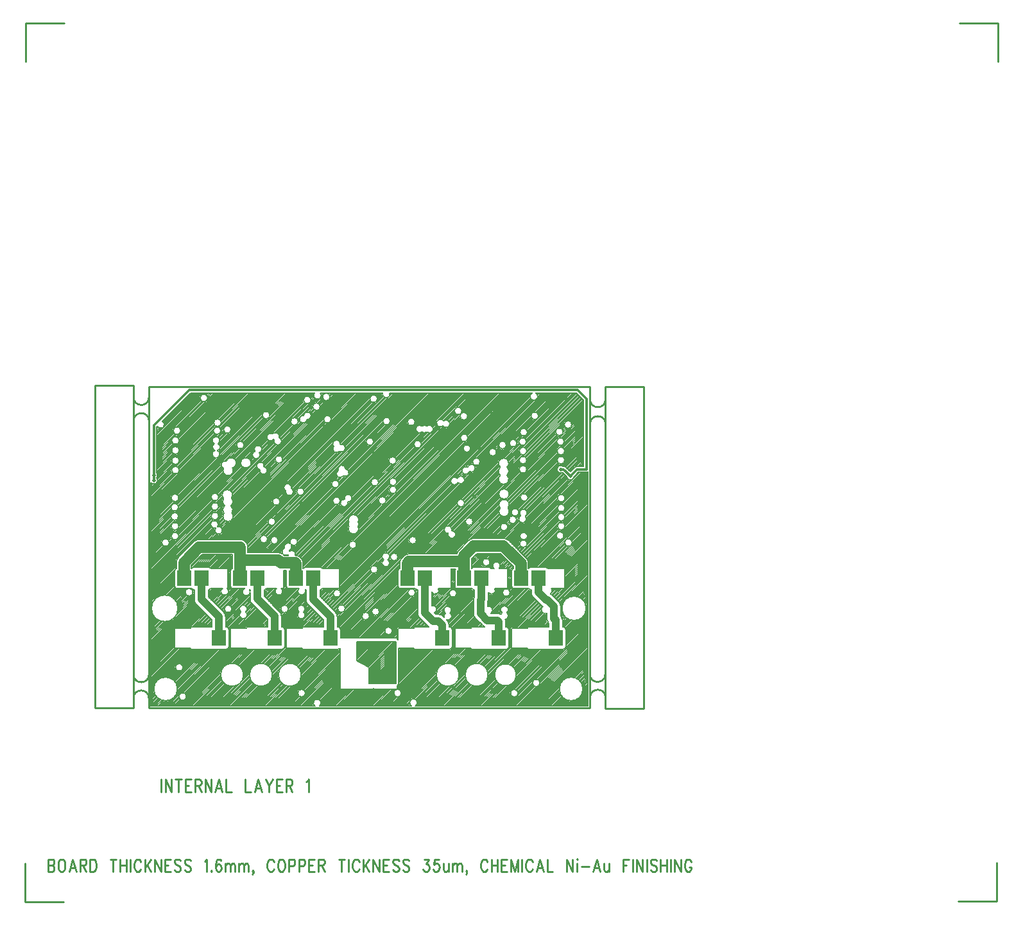
<source format=gbr>
*
*
G04 PADS Layout (Build Number 2007.21.1) generated Gerber (RS-274-X) file*
G04 PC Version=2.1*
*
%IN "2FOC-002.pcb"*%
*
%MOIN*%
*
%FSLAX35Y35*%
*
*
*
*
G04 PC Standard Apertures*
*
*
G04 Thermal Relief Aperture macro.*
%AMTER*
1,1,$1,0,0*
1,0,$1-$2,0,0*
21,0,$3,$4,0,0,45*
21,0,$3,$4,0,0,135*
%
*
*
G04 Annular Aperture macro.*
%AMANN*
1,1,$1,0,0*
1,0,$2,0,0*
%
*
*
G04 Odd Aperture macro.*
%AMODD*
1,1,$1,0,0*
1,0,$1-0.005,0,0*
%
*
*
G04 PC Custom Aperture Macros*
*
*
*
*
*
*
G04 PC Aperture Table*
*
%ADD010C,0.01*%
%ADD015C,0.008*%
%ADD028R,0.075X0.084*%
%ADD070C,0.001*%
%ADD082C,0.01181*%
%ADD083C,0.00787*%
%ADD084C,0.05906*%
%ADD085C,0.03937*%
%ADD087C,0.01969*%
*
*
*
*
G04 PC Circuitry*
G04 Layer Name 2FOC-002.pcb - circuitry*
%LPD*%
*
*
G04 PC Custom Flashes*
G04 Layer Name 2FOC-002.pcb - flashes*
%LPD*%
*
*
G04 PC Circuitry*
G04 Layer Name 2FOC-002.pcb - circuitry*
%LPD*%
*
G54D10*
G01X1818110Y1435460D02*
Y1428898D01*
X1820156Y1435460D02*
Y1428898D01*
Y1435460D02*
X1823338Y1428898D01*
Y1435460D02*
Y1428898D01*
X1826974Y1435460D02*
Y1428898D01*
X1825383Y1435460D02*
X1828565D01*
X1830610D02*
Y1428898D01*
Y1435460D02*
X1833565D01*
X1830610Y1432335D02*
X1832428D01*
X1830610Y1428898D02*
X1833565D01*
X1835610Y1435460D02*
Y1428898D01*
Y1435460D02*
X1837656D01*
X1838338Y1435148*
X1838565Y1434835*
X1838792Y1434210*
Y1433585*
X1838565Y1432960*
X1838338Y1432648*
X1837656Y1432335*
X1835610*
X1837201D02*
X1838792Y1428898D01*
X1840838Y1435460D02*
Y1428898D01*
Y1435460D02*
X1844019Y1428898D01*
Y1435460D02*
Y1428898D01*
X1847883Y1435460D02*
X1846065Y1428898D01*
X1847883Y1435460D02*
X1849701Y1428898D01*
X1846747Y1431085D02*
X1849019D01*
X1851747Y1435460D02*
Y1428898D01*
X1854474*
X1861747Y1435460D02*
Y1428898D01*
X1864474*
X1868338Y1435460D02*
X1866519Y1428898D01*
X1868338Y1435460D02*
X1870156Y1428898D01*
X1867201Y1431085D02*
X1869474D01*
X1872201Y1435460D02*
X1874019Y1432335D01*
Y1428898*
X1875838Y1435460D02*
X1874019Y1432335D01*
X1877883Y1435460D02*
Y1428898D01*
Y1435460D02*
X1880838D01*
X1877883Y1432335D02*
X1879701D01*
X1877883Y1428898D02*
X1880838D01*
X1882883Y1435460D02*
Y1428898D01*
Y1435460D02*
X1884928D01*
X1885610Y1435148*
X1885838Y1434835*
X1886065Y1434210*
Y1433585*
X1885838Y1432960*
X1885610Y1432648*
X1884928Y1432335*
X1882883*
X1884474D02*
X1886065Y1428898D01*
X1893338Y1434210D02*
X1893792Y1434523D01*
X1894474Y1435460*
Y1428898*
X1759252Y1394122D02*
Y1387559D01*
Y1394122D02*
X1761297D01*
X1761979Y1393809*
X1762207Y1393497*
X1762434Y1392872*
Y1392247*
X1762207Y1391622*
X1761979Y1391309*
X1761297Y1390997*
X1759252D02*
X1761297D01*
X1761979Y1390684*
X1762207Y1390372*
X1762434Y1389747*
Y1388809*
X1762207Y1388184*
X1761979Y1387872*
X1761297Y1387559*
X1759252*
X1765843Y1394122D02*
X1765388Y1393809D01*
X1764934Y1393184*
X1764707Y1392559*
X1764479Y1391622*
Y1390059*
X1764707Y1389122*
X1764934Y1388497*
X1765388Y1387872*
X1765843Y1387559*
X1766752*
X1767207Y1387872*
X1767661Y1388497*
X1767888Y1389122*
X1768116Y1390059*
Y1391622*
X1767888Y1392559*
X1767661Y1393184*
X1767207Y1393809*
X1766752Y1394122*
X1765843*
X1771979D02*
X1770161Y1387559D01*
X1771979Y1394122D02*
X1773797Y1387559D01*
X1770843Y1389747D02*
X1773116D01*
X1775843Y1394122D02*
Y1387559D01*
Y1394122D02*
X1777888D01*
X1778570Y1393809*
X1778797Y1393497*
X1779025Y1392872*
Y1392247*
X1778797Y1391622*
X1778570Y1391309*
X1777888Y1390997*
X1775843*
X1777434D02*
X1779025Y1387559D01*
X1781070Y1394122D02*
Y1387559D01*
Y1394122D02*
X1782661D01*
X1783343Y1393809*
X1783797Y1393184*
X1784025Y1392559*
X1784252Y1391622*
Y1390059*
X1784025Y1389122*
X1783797Y1388497*
X1783343Y1387872*
X1782661Y1387559*
X1781070*
X1793116Y1394122D02*
Y1387559D01*
X1791525Y1394122D02*
X1794707D01*
X1796752D02*
Y1387559D01*
X1799934Y1394122D02*
Y1387559D01*
X1796752Y1390997D02*
X1799934D01*
X1801979Y1394122D02*
Y1387559D01*
X1807434Y1392559D02*
X1807207Y1393184D01*
X1806752Y1393809*
X1806297Y1394122*
X1805388*
X1804934Y1393809*
X1804479Y1393184*
X1804252Y1392559*
X1804025Y1391622*
Y1390059*
X1804252Y1389122*
X1804479Y1388497*
X1804934Y1387872*
X1805388Y1387559*
X1806297*
X1806752Y1387872*
X1807207Y1388497*
X1807434Y1389122*
X1809479Y1394122D02*
Y1387559D01*
X1812661Y1394122D02*
X1809479Y1389747D01*
X1810616Y1391309D02*
X1812661Y1387559D01*
X1814707Y1394122D02*
Y1387559D01*
Y1394122D02*
X1817888Y1387559D01*
Y1394122D02*
Y1387559D01*
X1819934Y1394122D02*
Y1387559D01*
Y1394122D02*
X1822888D01*
X1819934Y1390997D02*
X1821752D01*
X1819934Y1387559D02*
X1822888D01*
X1828116Y1393184D02*
X1827661Y1393809D01*
X1826979Y1394122*
X1826070*
X1825388Y1393809*
X1824934Y1393184*
Y1392559*
X1825161Y1391934*
X1825388Y1391622*
X1825843Y1391309*
X1827207Y1390684*
X1827661Y1390372*
X1827888Y1390059*
X1828116Y1389434*
Y1388497*
X1827661Y1387872*
X1826979Y1387559*
X1826070*
X1825388Y1387872*
X1824934Y1388497*
X1833343Y1393184D02*
X1832888Y1393809D01*
X1832207Y1394122*
X1831297*
X1830616Y1393809*
X1830161Y1393184*
Y1392559*
X1830388Y1391934*
X1830616Y1391622*
X1831070Y1391309*
X1832434Y1390684*
X1832888Y1390372*
X1833116Y1390059*
X1833343Y1389434*
Y1388497*
X1832888Y1387872*
X1832207Y1387559*
X1831297*
X1830616Y1387872*
X1830161Y1388497*
X1840616Y1392872D02*
X1841070Y1393184D01*
X1841752Y1394122*
Y1387559*
X1844025Y1388184D02*
X1843797Y1387872D01*
X1844025Y1387559*
X1844252Y1387872*
X1844025Y1388184*
X1849025Y1393184D02*
X1848797Y1393809D01*
X1848116Y1394122*
X1847661*
X1846979Y1393809*
X1846525Y1392872*
X1846297Y1391309*
Y1389747*
X1846525Y1388497*
X1846979Y1387872*
X1847661Y1387559*
X1847888*
X1848570Y1387872*
X1849025Y1388497*
X1849252Y1389434*
Y1389747*
X1849025Y1390684*
X1848570Y1391309*
X1847888Y1391622*
X1847661*
X1846979Y1391309*
X1846525Y1390684*
X1846297Y1389747*
X1851297Y1391934D02*
Y1387559D01*
Y1390684D02*
X1851979Y1391622D01*
X1852434Y1391934*
X1853116*
X1853570Y1391622*
X1853797Y1390684*
Y1387559*
Y1390684D02*
X1854479Y1391622D01*
X1854934Y1391934*
X1855616*
X1856070Y1391622*
X1856297Y1390684*
Y1387559*
X1858343Y1391934D02*
Y1387559D01*
Y1390684D02*
X1859025Y1391622D01*
X1859479Y1391934*
X1860161*
X1860616Y1391622*
X1860843Y1390684*
Y1387559*
Y1390684D02*
X1861525Y1391622D01*
X1861979Y1391934*
X1862661*
X1863116Y1391622*
X1863343Y1390684*
Y1387559*
X1865843Y1387872D02*
X1865616Y1387559D01*
X1865388Y1387872*
X1865616Y1388184*
X1865843Y1387872*
Y1387247*
X1865616Y1386622*
X1865388Y1386309*
X1876525Y1392559D02*
X1876297Y1393184D01*
X1875843Y1393809*
X1875388Y1394122*
X1874479*
X1874025Y1393809*
X1873570Y1393184*
X1873343Y1392559*
X1873116Y1391622*
Y1390059*
X1873343Y1389122*
X1873570Y1388497*
X1874025Y1387872*
X1874479Y1387559*
X1875388*
X1875843Y1387872*
X1876297Y1388497*
X1876525Y1389122*
X1879934Y1394122D02*
X1879479Y1393809D01*
X1879025Y1393184*
X1878797Y1392559*
X1878570Y1391622*
Y1390059*
X1878797Y1389122*
X1879025Y1388497*
X1879479Y1387872*
X1879934Y1387559*
X1880843*
X1881297Y1387872*
X1881752Y1388497*
X1881979Y1389122*
X1882207Y1390059*
Y1391622*
X1881979Y1392559*
X1881752Y1393184*
X1881297Y1393809*
X1880843Y1394122*
X1879934*
X1884252D02*
Y1387559D01*
Y1394122D02*
X1886297D01*
X1886979Y1393809*
X1887207Y1393497*
X1887434Y1392872*
Y1391934*
X1887207Y1391309*
X1886979Y1390997*
X1886297Y1390684*
X1884252*
X1889479Y1394122D02*
Y1387559D01*
Y1394122D02*
X1891525D01*
X1892207Y1393809*
X1892434Y1393497*
X1892661Y1392872*
Y1391934*
X1892434Y1391309*
X1892207Y1390997*
X1891525Y1390684*
X1889479*
X1894707Y1394122D02*
Y1387559D01*
Y1394122D02*
X1897661D01*
X1894707Y1390997D02*
X1896525D01*
X1894707Y1387559D02*
X1897661D01*
X1899707Y1394122D02*
Y1387559D01*
Y1394122D02*
X1901752D01*
X1902434Y1393809*
X1902661Y1393497*
X1902888Y1392872*
Y1392247*
X1902661Y1391622*
X1902434Y1391309*
X1901752Y1390997*
X1899707*
X1901297D02*
X1902888Y1387559D01*
X1911752Y1394122D02*
Y1387559D01*
X1910161Y1394122D02*
X1913343D01*
X1915388D02*
Y1387559D01*
X1920843Y1392559D02*
X1920616Y1393184D01*
X1920161Y1393809*
X1919707Y1394122*
X1918797*
X1918343Y1393809*
X1917888Y1393184*
X1917661Y1392559*
X1917434Y1391622*
Y1390059*
X1917661Y1389122*
X1917888Y1388497*
X1918343Y1387872*
X1918797Y1387559*
X1919707*
X1920161Y1387872*
X1920616Y1388497*
X1920843Y1389122*
X1922888Y1394122D02*
Y1387559D01*
X1926070Y1394122D02*
X1922888Y1389747D01*
X1924025Y1391309D02*
X1926070Y1387559D01*
X1928116Y1394122D02*
Y1387559D01*
Y1394122D02*
X1931297Y1387559D01*
Y1394122D02*
Y1387559D01*
X1933343Y1394122D02*
Y1387559D01*
Y1394122D02*
X1936297D01*
X1933343Y1390997D02*
X1935161D01*
X1933343Y1387559D02*
X1936297D01*
X1941525Y1393184D02*
X1941070Y1393809D01*
X1940388Y1394122*
X1939479*
X1938797Y1393809*
X1938343Y1393184*
Y1392559*
X1938570Y1391934*
X1938797Y1391622*
X1939252Y1391309*
X1940616Y1390684*
X1941070Y1390372*
X1941297Y1390059*
X1941525Y1389434*
Y1388497*
X1941070Y1387872*
X1940388Y1387559*
X1939479*
X1938797Y1387872*
X1938343Y1388497*
X1946752Y1393184D02*
X1946297Y1393809D01*
X1945616Y1394122*
X1944707*
X1944025Y1393809*
X1943570Y1393184*
Y1392559*
X1943797Y1391934*
X1944025Y1391622*
X1944479Y1391309*
X1945843Y1390684*
X1946297Y1390372*
X1946525Y1390059*
X1946752Y1389434*
Y1388497*
X1946297Y1387872*
X1945616Y1387559*
X1944707*
X1944025Y1387872*
X1943570Y1388497*
X1954479Y1394122D02*
X1956979D01*
X1955616Y1391622*
X1956297*
X1956752Y1391309*
X1956979Y1390997*
X1957207Y1390059*
Y1389434*
X1956979Y1388497*
X1956525Y1387872*
X1955843Y1387559*
X1955161*
X1954479Y1387872*
X1954252Y1388184*
X1954025Y1388809*
X1962207Y1394122D02*
X1959934D01*
X1959707Y1391309*
X1959934Y1391622*
X1960616Y1391934*
X1961297*
X1961979Y1391622*
X1962434Y1390997*
X1962661Y1390059*
X1962434Y1389434*
X1962207Y1388497*
X1961752Y1387872*
X1961070Y1387559*
X1960388*
X1959707Y1387872*
X1959479Y1388184*
X1959252Y1388809*
X1964707Y1391934D02*
Y1388809D01*
X1964934Y1387872*
X1965388Y1387559*
X1966070*
X1966525Y1387872*
X1967207Y1388809*
Y1391934D02*
Y1387559D01*
X1969252Y1391934D02*
Y1387559D01*
Y1390684D02*
X1969934Y1391622D01*
X1970388Y1391934*
X1971070*
X1971525Y1391622*
X1971752Y1390684*
Y1387559*
Y1390684D02*
X1972434Y1391622D01*
X1972888Y1391934*
X1973570*
X1974025Y1391622*
X1974252Y1390684*
Y1387559*
X1976752Y1387872D02*
X1976525Y1387559D01*
X1976297Y1387872*
X1976525Y1388184*
X1976752Y1387872*
Y1387247*
X1976525Y1386622*
X1976297Y1386309*
X1987434Y1392559D02*
X1987207Y1393184D01*
X1986752Y1393809*
X1986297Y1394122*
X1985388*
X1984934Y1393809*
X1984479Y1393184*
X1984252Y1392559*
X1984025Y1391622*
Y1390059*
X1984252Y1389122*
X1984479Y1388497*
X1984934Y1387872*
X1985388Y1387559*
X1986297*
X1986752Y1387872*
X1987207Y1388497*
X1987434Y1389122*
X1989479Y1394122D02*
Y1387559D01*
X1992661Y1394122D02*
Y1387559D01*
X1989479Y1390997D02*
X1992661D01*
X1994707Y1394122D02*
Y1387559D01*
Y1394122D02*
X1997661D01*
X1994707Y1390997D02*
X1996525D01*
X1994707Y1387559D02*
X1997661D01*
X1999707Y1394122D02*
Y1387559D01*
Y1394122D02*
X2001525Y1387559D01*
X2003343Y1394122D02*
X2001525Y1387559D01*
X2003343Y1394122D02*
Y1387559D01*
X2005388Y1394122D02*
Y1387559D01*
X2010843Y1392559D02*
X2010616Y1393184D01*
X2010161Y1393809*
X2009707Y1394122*
X2008797*
X2008343Y1393809*
X2007888Y1393184*
X2007661Y1392559*
X2007434Y1391622*
Y1390059*
X2007661Y1389122*
X2007888Y1388497*
X2008343Y1387872*
X2008797Y1387559*
X2009707*
X2010161Y1387872*
X2010616Y1388497*
X2010843Y1389122*
X2014707Y1394122D02*
X2012888Y1387559D01*
X2014707Y1394122D02*
X2016525Y1387559D01*
X2013570Y1389747D02*
X2015843D01*
X2018570Y1394122D02*
Y1387559D01*
X2021297*
X2028570Y1394122D02*
Y1387559D01*
Y1394122D02*
X2031752Y1387559D01*
Y1394122D02*
Y1387559D01*
X2033797Y1394122D02*
X2034025Y1393809D01*
X2034252Y1394122*
X2034025Y1394434*
X2033797Y1394122*
X2034025Y1391934D02*
Y1387559D01*
X2036297Y1390372D02*
X2040388D01*
X2044252Y1394122D02*
X2042434Y1387559D01*
X2044252Y1394122D02*
X2046070Y1387559D01*
X2043116Y1389747D02*
X2045388D01*
X2048116Y1391934D02*
Y1388809D01*
X2048343Y1387872*
X2048797Y1387559*
X2049479*
X2049934Y1387872*
X2050616Y1388809*
Y1391934D02*
Y1387559D01*
X2057888Y1394122D02*
Y1387559D01*
Y1394122D02*
X2060843D01*
X2057888Y1390997D02*
X2059707D01*
X2062888Y1394122D02*
Y1387559D01*
X2064934Y1394122D02*
Y1387559D01*
Y1394122D02*
X2068116Y1387559D01*
Y1394122D02*
Y1387559D01*
X2070161Y1394122D02*
Y1387559D01*
X2075388Y1393184D02*
X2074934Y1393809D01*
X2074252Y1394122*
X2073343*
X2072661Y1393809*
X2072207Y1393184*
Y1392559*
X2072434Y1391934*
X2072661Y1391622*
X2073116Y1391309*
X2074479Y1390684*
X2074934Y1390372*
X2075161Y1390059*
X2075388Y1389434*
Y1388497*
X2074934Y1387872*
X2074252Y1387559*
X2073343*
X2072661Y1387872*
X2072207Y1388497*
X2077434Y1394122D02*
Y1387559D01*
X2080616Y1394122D02*
Y1387559D01*
X2077434Y1390997D02*
X2080616D01*
X2082661Y1394122D02*
Y1387559D01*
X2084707Y1394122D02*
Y1387559D01*
Y1394122D02*
X2087888Y1387559D01*
Y1394122D02*
Y1387559D01*
X2093343Y1392559D02*
X2093116Y1393184D01*
X2092661Y1393809*
X2092207Y1394122*
X2091297*
X2090843Y1393809*
X2090388Y1393184*
X2090161Y1392559*
X2089934Y1391622*
Y1390059*
X2090161Y1389122*
X2090388Y1388497*
X2090843Y1387872*
X2091297Y1387559*
X2092207*
X2092661Y1387872*
X2093116Y1388497*
X2093343Y1389122*
Y1390059*
X2092207D02*
X2093343D01*
X1811638Y1472618D02*
X2040748D01*
Y1639331*
X1811638*
Y1472618*
X1767520Y1828110D02*
X1747520D01*
Y1808110*
X1747441Y1391890D02*
Y1371890D01*
X1767441*
X2232087Y1372205D02*
X2252087D01*
Y1392205*
X2252559Y1808031D02*
Y1828031D01*
X2232559*
X1803543Y1640118D02*
Y1472598D01*
X1783465*
Y1639921*
X1803346*
X2040757Y1632696D02*
G75*
G03X2048757I4000J0D01*
G01X2048791Y1619988D02*
G03X2040791I-4000J-0D01*
G01X1803664Y1633822D02*
G03X1811664I4000J0D01*
G01X1811677Y1621551D02*
G03X1803677I-4000J0D01*
G01X1803664Y1489924D02*
G03X1811664I4000J0D01*
G01X1811612Y1477656D02*
G03X1803612I-4000J-0D01*
G01X2040672Y1490121D02*
G03X2048672I4000J0D01*
G01X2068504Y1472205D02*
X2048728D01*
Y1639331*
X2068504*
Y1472205*
X2048805Y1478060D02*
G03X2040805I-4000J-0D01*
G54D15*
G01X2037038Y1482461D02*
G03X2037038I-6109J0D01*
G01X2014770Y1485591D02*
G03X2014770I-1975J0D01*
G01X2038746Y1524295D02*
G03X2038746I-6305J0D01*
G01X2031502Y1558425D02*
G03X2031502I-1974J0D01*
G01X2027172Y1561969D02*
G03X2027172I-1975J0D01*
G01X2027762Y1566890D02*
G03X2027762I-1975J0D01*
G01Y1571614D02*
G03X2027762I-1975J0D01*
G01Y1576339D02*
G03X2027762I-1975J0D01*
G01Y1581457D02*
G03X2027762I-1975J0D01*
G01X2027589Y1601161D02*
G03X2027589I-1975J0D01*
G01Y1605886D02*
G03X2027589I-1975J0D01*
G01X2027369Y1610787D02*
G03X2027369I-1975J0D01*
G01X2031306Y1619646D02*
G03X2031306I-1975J0D01*
G01X2026778Y1615906D02*
G03X2026778I-1975J0D01*
G01X2014006Y1624193D02*
G03X2014006I-1975J0D01*
G01X2008495Y1581870D02*
G03X2008495I-1975J0D01*
G01X2007904Y1596437D02*
G03X2007904I-1975J0D01*
G01Y1601161D02*
G03X2007904I-1975J0D01*
G01Y1605886D02*
G03X2007904I-1975J0D01*
G01X2007707Y1610807D02*
G03X2007707I-1975J0D01*
G01X2008274Y1615709D02*
G03X2008274I-1975J0D01*
G01X2002565Y1570236D02*
G03X2002565I-1974J0D01*
G01X2003746Y1574173D02*
G03X2003746I-1974J0D01*
G01X2002762Y1610000D02*
G03X2002762I-1975J0D01*
G01X1998061Y1566516D02*
G03X1998061I-1974J0D01*
G01X1998747Y1583622D02*
G03X1998747I-2684J0D01*
G01X1997250Y1609016D02*
G03X1997250I-1974J0D01*
G01X1992156Y1605295D02*
G03X1992156I-1975J0D01*
G01X1979951Y1569272D02*
G03X1979951I-1975J0D01*
G01X1975620Y1578917D02*
G03X1975620I-1974J0D01*
G01X1983668Y1600354D02*
G03X1983668I-1975J0D01*
G01X1978746Y1607244D02*
G03X1978746I-1974J0D01*
G01X1977369Y1612756D02*
G03X1977369I-1975J0D01*
G01X1977195Y1623996D02*
G03X1977195I-1975J0D01*
G01X1974219Y1626732D02*
G03X1974219I-1975J0D01*
G01X1950620Y1559626D02*
G03X1950620I-1974J0D01*
G01X1953180Y1609429D02*
G03X1953180I-1975J0D01*
G01X1949833Y1621043D02*
G03X1949833I-1975J0D01*
G01X1938022Y1512579D02*
G03X1938022I-1975J0D01*
G01X1940975Y1550965D02*
G03X1940975I-1975J0D01*
G01X1940361Y1585787D02*
G03X1940361I-1975J0D01*
G01Y1589921D02*
G03X1940361I-1975J0D01*
G01X1940187Y1600965D02*
G03X1940187I-1974J0D01*
G01X1931329Y1522618D02*
G03X1931329I-1975J0D01*
G01X1934849Y1580276D02*
G03X1934849I-1975J0D01*
G01X1937014Y1621417D02*
G03X1937014I-1975J0D01*
G01X1930542Y1544469D02*
G03X1930542I-1975J0D01*
G01X1930912Y1589724D02*
G03X1930912I-1975J0D01*
G01X1926187Y1520236D02*
G03X1926187I-1974J0D01*
G01X1928353Y1610787D02*
G03X1928353I-1975J0D01*
G01X1930345Y1633051D02*
G03X1930345I-1975J0D01*
G01X1919495Y1557244D02*
G03X1919495I-1975J0D01*
G01X1913589Y1524173D02*
G03X1913589I-1975J0D01*
G01X1911250Y1532067D02*
G03X1911250I-1974J0D01*
G01X1911030Y1580079D02*
G03X1911030I-1975J0D01*
G01X1910439Y1588740D02*
G03X1910439I-1974J0D01*
G01X1906329Y1622421D02*
G03X1906329I-1975J0D01*
G01X1905715Y1633996D02*
G03X1905715I-1975J0D01*
G01X1900620Y1628917D02*
G03X1900620I-1974J0D01*
G01X1892329Y1584823D02*
G03X1892329I-1975J0D01*
G01X1895872Y1632441D02*
G03X1895872I-1974J0D01*
G01X1889203Y1621240D02*
G03X1889203I-1975J0D01*
G01X1878770Y1559626D02*
G03X1878770I-1975J0D01*
G01X1877392Y1569272D02*
G03X1877392I-1975J0D01*
G01X1879731Y1579685D02*
G03X1879731I-1975J0D01*
G01X1881132Y1601555D02*
G03X1881132I-1975J0D01*
G01X1874439Y1624567D02*
G03X1874439I-1974J0D01*
G01X1864692Y1599764D02*
G03X1864692I-2684J0D01*
G01X1861054Y1609035D02*
G03X1861054I-1975J0D01*
G01X1854337Y1617087D02*
G03X1854337I-1975J0D01*
G01X1847841Y1572205D02*
G03X1847841I-1975J0D01*
G01X1847865Y1577146D02*
G03X1847865I-1975J0D01*
G01X1847841Y1582047D02*
G03X1847841I-1975J0D01*
G01X1849022Y1616496D02*
G03X1849022I-1975J0D01*
G01X1849219Y1620630D02*
G03X1849219I-1975J0D01*
G01X1842156Y1633445D02*
G03X1842156I-1975J0D01*
G01X1827172Y1561772D02*
G03X1827172I-1975J0D01*
G01Y1566890D02*
G03X1827172I-1975J0D01*
G01X1826975Y1572008D02*
G03X1826975I-1975J0D01*
G01X1826998Y1576752D02*
G03X1826998I-1974J0D01*
G01X1827172Y1581654D02*
G03X1827172I-1975J0D01*
G01X1827369Y1596024D02*
G03X1827369I-1975J0D01*
G01Y1600945D02*
G03X1827369I-1975J0D01*
G01Y1606260D02*
G03X1827369I-1975J0D01*
G01Y1611378D02*
G03X1827369I-1975J0D01*
G01X1828156Y1616496D02*
G03X1828156I-1975J0D01*
G01X1822250Y1558425D02*
G03X1822250I-1974J0D01*
G01X1826739Y1524295D02*
G03X1826739I-6896J0D01*
G01X1831109Y1478504D02*
G03X1831109I-1975J0D01*
G01X1826408Y1482461D02*
G03X1826408I-6109J0D01*
G01X1829361Y1493681D02*
G03X1829361I-1975J0D01*
G01X1854754Y1523996D02*
G03X1854754I-1974J0D01*
G01X1860761Y1489795D02*
G03X1860761I-5950J0D01*
G01X1873258Y1560217D02*
G03X1873258I-1975J0D01*
G01X1875761Y1489795D02*
G03X1875761I-5950J0D01*
G01X1884061Y1523976D02*
G03X1884061I-1974J0D01*
G01X1890761Y1489795D02*
G03X1890761I-5950J0D01*
G01X1892920Y1480276D02*
G03X1892920I-1975J0D01*
G01X1942723Y1480295D02*
G03X1942723I-1975J0D01*
G01X1950030Y1532461D02*
G03X1950030I-1975J0D01*
G01X1972761Y1489795D02*
G03X1972761I-5950J0D01*
G01X1971487Y1532067D02*
G03X1971487I-1975J0D01*
G01X1987761Y1489795D02*
G03X1987761I-5950J0D01*
G01X1999243Y1532461D02*
G03X1999243I-1975J0D01*
G01X1988809Y1548209D02*
G03X1988809I-1974J0D01*
G01X2003353Y1480276D02*
G03X2003353I-1975J0D01*
G01X2002445Y1489795D02*
G03X2002445I-5634J0D01*
G01X2039757Y1473609D02*
Y1595029D01*
X2039000Y1594836D02*
G03X2039757Y1595029I0J1581D01*
G01X2039000Y1594836D02*
X2034714D01*
X2032490Y1592612*
X2028581D02*
G03X2032490I1954J282D01*
G01X2028581D02*
X2026519Y1594674D01*
X2026774Y1597998D02*
G03X2026519Y1594674I-1183J-1581D01*
G01X2026774Y1597998D02*
X2027012D01*
X2028130Y1597535D02*
G03X2027012Y1597998I-1118J-1118D01*
G01X2028130Y1597535D02*
X2030535Y1595130D01*
X2032941Y1597535*
X2034059Y1597998D02*
G03X2032941Y1597535I0J-1581D01*
G01X2034059Y1597998D02*
X2037419D01*
Y1632199*
X2033621Y1635998*
X2012459*
X2010769D02*
G03X2012459I845J-1785D01*
G01X2010769D02*
X1936753D01*
X1932980D02*
G03X1936753I1886J-585D01*
G01X1932980D02*
X1900785D01*
X1897640D02*
G03X1900785I1573J-1195D01*
G01X1897640D02*
X1833159D01*
X1818582Y1621421*
X1815941Y1618780D02*
G03X1818582Y1621421I1776J866D01*
G01X1815941Y1618780D02*
X1815778Y1618617D01*
Y1594471*
Y1592104D02*
G03Y1594471I-1581J1183D01*
G01Y1592104D02*
Y1591912D01*
X1812628Y1589528D02*
G03X1815778Y1591912I1569J1200D01*
G01X1812628Y1589528D02*
Y1473609D01*
X1897791*
X1900241D02*
G03X1897791I-1225J1548D01*
G01X1900241D02*
X1948092D01*
X1949939D02*
G03X1948092I-923J1745D01*
G01X1949939D02*
X2039757D01*
X1881948Y1551739D02*
X1883970D01*
X1883886Y1552141D02*
G03X1883970Y1551739I1964J202D01*
G01X1881618Y1552069D02*
G03X1883886Y1552141I1083J1651D01*
G01X1881618Y1552069D02*
X1881948Y1551739D01*
X1864142Y1533215D02*
Y1533895D01*
X1864142D02*
X1864061D01*
X1863863Y1533907D02*
G03X1864061Y1533895I198J1688D01*
G01X1864142Y1533215D02*
G03X1863863Y1533907I-1937J-380D01*
G01X2037038Y1482461D02*
G03X2037038I-6109J0D01*
G01X2014770Y1485591D02*
G03X2014770I-1975J0D01*
G01X2028261Y1512995D02*
Y1504595D01*
X2026561Y1502895D02*
G03X2028261Y1504595I0J1700D01*
G01X2026561Y1502895D02*
X2019061D01*
X2018926Y1502901D02*
G03X2019061Y1502895I135J1694D01*
G01X2018861D02*
G03X2018926Y1502901I0J400D01*
G01X2018861Y1502895D02*
X2008761D01*
X2008361Y1503295D02*
G03X2008761Y1502895I400J0D01*
G01X2008361Y1503295D02*
Y1503605D01*
X2000470*
X2000070Y1504005D02*
G03X2000470Y1503605I400J-0D01*
G01X2000070Y1504005D02*
Y1513586D01*
X2000470Y1513986D02*
G03X2000070Y1513586I0J-400D01*
G01X2000470Y1513986D02*
X2008361D01*
Y1514295*
X2008761Y1514695D02*
G03X2008361Y1514295I0J-400D01*
G01X2008761Y1514695D02*
X2018861D01*
X2018926Y1514690D02*
G03X2018861Y1514695I-65J-395D01*
G01X2019061D02*
G03X2018926Y1514690I0J-1700D01*
G01X2019061Y1514695D02*
X2019142D01*
X2019142D02*
Y1516626D01*
X2018205Y1519075D02*
G03X2019143Y1516626I3669J-0D01*
G01X2018205Y1519075D02*
Y1521824D01*
X2016268Y1525257D02*
G03X2018205Y1521824I1078J-1655D01*
G01X2015343Y1525930D02*
G03X2016268Y1525257I2594J2594D01*
G01X2015343Y1525930D02*
X2011217Y1530056D01*
X2010142Y1532650D02*
G03X2011217Y1530056I3669J-0D01*
G01X2010142Y1532650D02*
Y1533895D01*
X2010142D02*
X2010061D01*
X2008675Y1534611D02*
G03X2010061Y1533895I1386J984D01*
G01X2008561Y1534605D02*
G03X2008675Y1534611I0J990D01*
G01X2008561Y1534605D02*
X2001061D01*
X2000070Y1535595D02*
G03X2001061Y1534605I991J0D01*
G01X2000070Y1535595D02*
Y1543995D01*
X2000868Y1544967D02*
G03X2000070Y1543995I193J-972D01*
G01X2000868Y1544967D02*
Y1545985D01*
X1994123Y1552730*
X1981972*
X1979254Y1550012*
Y1548583*
Y1545083*
X1980561Y1545695D02*
G03X1979254Y1545083I0J-1700D01*
G01X1980561Y1545695D02*
X1988061D01*
X1989443Y1544986D02*
G03X1988061Y1545695I-1382J-991D01*
G01X1989443Y1544986D02*
X1990810D01*
X1993489D02*
G03X1990810I-1339J1451D01*
G01X1993489D02*
X1997652D01*
X1998052Y1544586D02*
G03X1997652Y1544986I-400J-0D01*
G01X1998052Y1544586D02*
Y1535005D01*
X1997652Y1534605D02*
G03X1998052Y1535005I-0J400D01*
G01X1997652Y1534605D02*
X1991315D01*
X1987980Y1532500D02*
G03X1991315Y1534605I1611J1142D01*
G01X1987980Y1532500D02*
Y1528953D01*
X1987550Y1527231D02*
G03X1987980Y1528953I-3239J1722D01*
G01X1987550Y1527231D02*
Y1525266D01*
X1989303Y1521759D02*
G03X1987550Y1525266I-1090J1647D01*
G01X1989303Y1521759D02*
X1992543D01*
X1994463Y1521217D02*
G03X1992543Y1521759I-1920J-3126D01*
G01X1995092Y1522028D02*
G03X1994463Y1521217I1191J-1575D01*
G01X1997475Y1522028D02*
G03X1995092I-1192J1574D01*
G01X1996772Y1518539D02*
G03X1997475Y1522028I-489J1914D01*
G01X1996980Y1517323D02*
G03X1996772Y1518539I-3669J-0D01*
G01X1996980Y1517323D02*
Y1514695D01*
X1997061*
X1998761Y1512995D02*
G03X1997061Y1514695I-1700J0D01*
G01X1998761Y1512995D02*
Y1504595D01*
X1997061Y1502895D02*
G03X1998761Y1504595I0J1700D01*
G01X1997061Y1502895D02*
X1989561D01*
X1989426Y1502901D02*
G03X1989561Y1502895I135J1694D01*
G01X1989361D02*
G03X1989426Y1502901I0J400D01*
G01X1989361Y1502895D02*
X1979261D01*
X1978861Y1503295D02*
G03X1979261Y1502895I400J0D01*
G01X1978861Y1503295D02*
Y1503605D01*
X1970970*
X1970570Y1504005D02*
G03X1970970Y1503605I400J-0D01*
G01X1970570Y1504005D02*
Y1513586D01*
X1970970Y1513986D02*
G03X1970570Y1513586I0J-400D01*
G01X1970970Y1513986D02*
X1978861D01*
Y1514295*
X1979261Y1514695D02*
G03X1978861Y1514295I0J-400D01*
G01X1979261Y1514695D02*
X1986036D01*
X1984831Y1515497D02*
G03X1986036Y1514695I2594J2594D01*
G01X1984831Y1515497D02*
X1981288Y1519040D01*
X1980213Y1521634D02*
G03X1981288Y1519040I3669J-0D01*
G01X1980213Y1521634D02*
Y1523406D01*
Y1528524*
X1980642Y1530245D02*
G03X1980213Y1528524I3240J-1721D01*
G01X1980642Y1530245D02*
Y1533895D01*
X1980642D02*
X1980561D01*
X1979175Y1534611D02*
G03X1980561Y1533895I1386J984D01*
G01X1979061Y1534605D02*
G03X1979175Y1534611I0J990D01*
G01X1979061Y1534605D02*
X1971561D01*
X1970570Y1535595D02*
G03X1971561Y1534605I991J0D01*
G01X1970570Y1535595D02*
Y1543995D01*
X1970808Y1544639D02*
G03X1970570Y1543995I753J-644D01*
G01X1970808Y1544639D02*
X1968548D01*
X1968552Y1544586D02*
G03X1968548Y1544639I-400J-0D01*
G01X1968552Y1544586D02*
Y1535005D01*
X1968152Y1534605D02*
G03X1968552Y1535005I-0J400D01*
G01X1968152Y1534605D02*
X1961984D01*
X1958480Y1532787D02*
G03X1961984Y1534605I1780J855D01*
G01X1958480Y1532787D02*
Y1525681D01*
X1959941Y1522023D02*
G03X1958480Y1525681I-862J1776D01*
G01X1959941Y1522023D02*
X1960795Y1521169D01*
X1962039*
X1964633Y1520094D02*
G03X1962039Y1521169I-2594J-2594D01*
G01X1964633Y1520094D02*
X1965071Y1519656D01*
X1965669Y1521757D02*
G03X1965071Y1519656I1284J-1501D01*
G01X1968040Y1521905D02*
G03X1965669Y1521757I-1284J1501D01*
G01X1966353Y1518374D02*
G03X1968040Y1521905I600J1882D01*
G01X1966353Y1518374D02*
X1966405Y1518322D01*
X1967480Y1515728D02*
G03X1966405Y1518322I-3669J0D01*
G01X1967480Y1515728D02*
Y1514695D01*
X1967561*
X1969261Y1512995D02*
G03X1967561Y1514695I-1700J0D01*
G01X1969261Y1512995D02*
Y1504595D01*
X1967561Y1502895D02*
G03X1969261Y1504595I0J1700D01*
G01X1967561Y1502895D02*
X1960061D01*
X1959926Y1502901D02*
G03X1960061Y1502895I135J1694D01*
G01X1959861D02*
G03X1959926Y1502901I0J400D01*
G01X1959861Y1502895D02*
X1949761D01*
X1949361Y1503295D02*
G03X1949761Y1502895I400J0D01*
G01X1949361Y1503295D02*
Y1503605D01*
X1941470*
X1941369Y1503618D02*
G03X1941470Y1503605I101J387D01*
G01X1941369Y1503618D02*
Y1485217D01*
X1940581Y1483968D02*
G03X1941369Y1485217I-597J1249D01*
G01X1940581Y1483968D02*
Y1482657D01*
X1940181Y1482257D02*
G03X1940581Y1482657I0J400D01*
G01X1940181Y1482257D02*
X1911244D01*
X1910844Y1482657D02*
G03X1911244Y1482257I400J0D01*
G01X1910844Y1482657D02*
Y1503480D01*
X1909561Y1502895D02*
G03X1910844Y1503480I0J1700D01*
G01X1909561Y1502895D02*
X1902061D01*
X1901926Y1502901D02*
G03X1902061Y1502895I135J1694D01*
G01X1901861D02*
G03X1901926Y1502901I0J400D01*
G01X1901861Y1502895D02*
X1891761D01*
X1891361Y1503295D02*
G03X1891761Y1502895I400J0D01*
G01X1891361Y1503295D02*
Y1503605D01*
X1883470*
X1883070Y1504005D02*
G03X1883470Y1503605I400J-0D01*
G01X1883070Y1504005D02*
Y1513586D01*
X1883470Y1513986D02*
G03X1883070Y1513586I0J-400D01*
G01X1883470Y1513986D02*
X1891361D01*
Y1514295*
X1891761Y1514695D02*
G03X1891361Y1514295I0J-400D01*
G01X1891761Y1514695D02*
X1901861D01*
X1901926Y1514690D02*
G03X1901861Y1514695I-65J-395D01*
G01X1902061D02*
G03X1901926Y1514690I0J-1700D01*
G01X1902061Y1514695D02*
X1902142D01*
X1902142D02*
Y1518417D01*
X1902142D02*
X1894217Y1526343D01*
X1893142Y1528937D02*
G03X1894217Y1526343I3669J0D01*
G01X1893142Y1528937D02*
Y1533895D01*
X1893142D02*
X1893061D01*
X1892796Y1533916D02*
G03X1893061Y1533895I265J1679D01*
G01X1889529Y1534605D02*
G03X1892796Y1533916I1416J-1377D01*
G01X1889529Y1534605D02*
X1884061D01*
X1883070Y1535595D02*
G03X1884061Y1534605I991J0D01*
G01X1883070Y1535595D02*
Y1543852D01*
X1881552*
Y1535005*
X1881152Y1534605D02*
G03X1881552Y1535005I-0J400D01*
G01X1881152Y1534605D02*
X1880377D01*
X1877938D02*
G03X1880377I1219J-1554D01*
G01X1877938D02*
X1872943D01*
X1871561Y1533895D02*
G03X1872943Y1534605I0J1700D01*
G01X1871561Y1533895D02*
X1871480D01*
Y1530665*
X1879405Y1522740*
X1880480Y1520146D02*
G03X1879405Y1522740I-3669J-0D01*
G01X1880480Y1520146D02*
Y1514695D01*
X1880561*
X1882261Y1512995D02*
G03X1880561Y1514695I-1700J0D01*
G01X1882261Y1512995D02*
Y1504595D01*
X1880561Y1502895D02*
G03X1882261Y1504595I0J1700D01*
G01X1880561Y1502895D02*
X1873061D01*
X1872926Y1502901D02*
G03X1873061Y1502895I135J1694D01*
G01X1872861D02*
G03X1872926Y1502901I0J400D01*
G01X1872861Y1502895D02*
X1862761D01*
X1862361Y1503295D02*
G03X1862761Y1502895I400J0D01*
G01X1862361Y1503295D02*
Y1503605D01*
X1854470*
X1854070Y1504005D02*
G03X1854470Y1503605I400J-0D01*
G01X1854070Y1504005D02*
Y1513586D01*
X1854470Y1513986D02*
G03X1854070Y1513586I0J-400D01*
G01X1854470Y1513986D02*
X1862361D01*
Y1514295*
X1862761Y1514695D02*
G03X1862361Y1514295I0J-400D01*
G01X1862761Y1514695D02*
X1872861D01*
X1872926Y1514690D02*
G03X1872861Y1514695I-65J-395D01*
G01X1873061D02*
G03X1872926Y1514690I0J-1700D01*
G01X1873061Y1514695D02*
X1873142D01*
X1873142D02*
Y1518626D01*
X1873142D02*
X1865217Y1526552D01*
X1864142Y1529146D02*
G03X1865217Y1526552I3669J-0D01*
G01X1864142Y1529146D02*
Y1532454D01*
X1861329Y1534605D02*
G03X1864142Y1532454I876J-1770D01*
G01X1861329Y1534605D02*
X1855061D01*
X1854070Y1535595D02*
G03X1855061Y1534605I991J0D01*
G01X1854070Y1535595D02*
Y1543995D01*
X1854868Y1544967D02*
G03X1854070Y1543995I193J-972D01*
G01X1854868Y1544967D02*
Y1550551D01*
X1854872Y1550742D02*
G03X1854868Y1550551I3939J-191D01*
G01X1854872Y1550742D02*
X1854940Y1552139D01*
X1839284*
X1833754Y1546470*
Y1545083*
X1835061Y1545695D02*
G03X1833754Y1545083I0J-1700D01*
G01X1835061Y1545695D02*
X1842561D01*
X1843943Y1544986D02*
G03X1842561Y1545695I-1382J-991D01*
G01X1843943Y1544986D02*
X1852152D01*
X1852552Y1544586D02*
G03X1852152Y1544986I-400J-0D01*
G01X1852552Y1544586D02*
Y1535005D01*
X1852220Y1534611D02*
G03X1852552Y1535005I-68J394D01*
G01X1849789Y1534605D02*
G03X1852220Y1534611I1219J-1554D01*
G01X1849789Y1534605D02*
X1843943D01*
X1842561Y1533895D02*
G03X1843943Y1534605I0J1700D01*
G01X1842561Y1533895D02*
X1842480D01*
Y1530386*
X1850405Y1522460*
X1851480Y1519866D02*
G03X1850405Y1522460I-3669J0D01*
G01X1851480Y1519866D02*
Y1514695D01*
X1851561*
X1853261Y1512995D02*
G03X1851561Y1514695I-1700J0D01*
G01X1853261Y1512995D02*
Y1504595D01*
X1851561Y1502895D02*
G03X1853261Y1504595I0J1700D01*
G01X1851561Y1502895D02*
X1844061D01*
X1843926Y1502901D02*
G03X1844061Y1502895I135J1694D01*
G01X1843861D02*
G03X1843926Y1502901I0J400D01*
G01X1843861Y1502895D02*
X1833761D01*
X1833361Y1503295D02*
G03X1833761Y1502895I400J0D01*
G01X1833361Y1503295D02*
Y1503605D01*
X1825470*
X1825070Y1504005D02*
G03X1825470Y1503605I400J-0D01*
G01X1825070Y1504005D02*
Y1513586D01*
X1825470Y1513986D02*
G03X1825070Y1513586I0J-400D01*
G01X1825470Y1513986D02*
X1833361D01*
Y1514295*
X1833761Y1514695D02*
G03X1833361Y1514295I0J-400D01*
G01X1833761Y1514695D02*
X1843861D01*
X1843926Y1514690D02*
G03X1843861Y1514695I-65J-395D01*
G01X1844061D02*
G03X1843926Y1514690I0J-1700D01*
G01X1844061Y1514695D02*
X1844142D01*
X1844142D02*
Y1518347D01*
X1844142D02*
X1836217Y1526272D01*
X1835142Y1528866D02*
G03X1836217Y1526272I3669J0D01*
G01X1835142Y1528866D02*
Y1533895D01*
X1835142D02*
X1835061D01*
X1833675Y1534611D02*
G03X1835061Y1533895I1386J984D01*
G01X1833561Y1534605D02*
G03X1833675Y1534611I0J990D01*
G01X1833561Y1534605D02*
X1832657D01*
X1832304D02*
G03X1832657I176J-1967D01*
G01X1832304D02*
X1826061D01*
X1825070Y1535595D02*
G03X1826061Y1534605I991J0D01*
G01X1825070Y1535595D02*
Y1543995D01*
X1825868Y1544967D02*
G03X1825070Y1543995I193J-972D01*
G01X1825868Y1544967D02*
Y1548075D01*
X1826988Y1550828D02*
G03X1825868Y1548075I2823J-2753D01*
G01X1826988Y1550828D02*
X1834799Y1558836D01*
X1837622Y1560026D02*
G03X1834799Y1558836I0J-3943D01*
G01X1837622Y1560026D02*
X1859079D01*
X1863017Y1555892D02*
G03X1859079Y1560026I-3938J191D01*
G01X1863017Y1555892D02*
X1862893Y1553313D01*
X1878740*
X1881163Y1552481D02*
G03X1878740Y1553313I-2423J-3111D01*
G01X1882035Y1555580D02*
G03X1881163Y1552481I666J-1860D01*
G01X1885170Y1557777D02*
G03X1882035Y1555580I-1288J-1497D01*
G01X1885547Y1557341D02*
G03X1885170Y1557777I1288J1498D01*
G01X1884547Y1554420D02*
G03X1885547Y1557341I-665J1860D01*
G01X1884665Y1553922D02*
G03X1884547Y1554420I-1964J-202D01*
G01X1887730Y1551737D02*
G03X1884665Y1553922I-1880J606D01*
G01X1890403Y1550584D02*
G03X1887730Y1551737I-2789J-2789D01*
G01X1890403Y1550584D02*
X1890599Y1550387D01*
X1891754Y1547598D02*
G03X1890599Y1550387I-3943J0D01*
G01X1891754Y1547598D02*
Y1545083D01*
X1893061Y1545695D02*
G03X1891754Y1545083I0J-1700D01*
G01X1893061Y1545695D02*
X1900561D01*
X1901943Y1544986D02*
G03X1900561Y1545695I-1382J-991D01*
G01X1901943Y1544986D02*
X1910152D01*
X1910552Y1544586D02*
G03X1910152Y1544986I-400J-0D01*
G01X1910552Y1544586D02*
Y1535005D01*
X1910152Y1534605D02*
G03X1910552Y1535005I-0J400D01*
G01X1910152Y1534605D02*
X1901943D01*
X1900561Y1533895D02*
G03X1901943Y1534605I0J1700D01*
G01X1900561Y1533895D02*
X1900480D01*
Y1530457*
X1908405Y1522531*
X1909480Y1519937D02*
G03X1908405Y1522531I-3669J0D01*
G01X1909480Y1519937D02*
Y1514695D01*
X1909561*
X1911261Y1512995D02*
G03X1909561Y1514695I-1700J0D01*
G01X1911261Y1512995D02*
Y1509042D01*
X1940181*
X1940581Y1508642D02*
G03X1940181Y1509042I-400J-0D01*
G01X1940581Y1508642D02*
Y1508316D01*
X1941070Y1507925D02*
G03X1940581Y1508316I-1086J-858D01*
G01X1941070Y1507925D02*
Y1513586D01*
X1941470Y1513986D02*
G03X1941070Y1513586I0J-400D01*
G01X1941470Y1513986D02*
X1949361D01*
Y1514295*
X1949761Y1514695D02*
G03X1949361Y1514295I0J-400D01*
G01X1949761Y1514695D02*
X1956911D01*
X1956682Y1514906D02*
G03X1956911Y1514695I2594J2594D01*
G01X1956682Y1514906D02*
X1952217Y1519371D01*
X1951142Y1521965D02*
G03X1952217Y1519371I3669J-0D01*
G01X1951142Y1521965D02*
Y1533895D01*
X1951142D02*
X1951061D01*
X1949675Y1534611D02*
G03X1951061Y1533895I1386J984D01*
G01X1949561Y1534605D02*
G03X1949675Y1534611I0J990D01*
G01X1949561Y1534605D02*
X1942061D01*
X1941070Y1535595D02*
G03X1942061Y1534605I991J0D01*
G01X1941070Y1535595D02*
Y1543995D01*
X1941868Y1544967D02*
G03X1941070Y1543995I193J-972D01*
G01X1941868Y1544967D02*
Y1547618D01*
X1943023Y1550406D02*
G03X1941868Y1547618I2788J-2788D01*
G01X1943023Y1550406D02*
X1943987Y1551371D01*
X1946776Y1552526D02*
G03X1943987Y1551371I-0J-3943D01*
G01X1946776Y1552526D02*
X1971467D01*
X1972523Y1554434D02*
G03X1971467Y1552526I2788J-2788D01*
G01X1972523Y1554434D02*
X1977550Y1559462D01*
X1980339Y1560617D02*
G03X1977550Y1559462I-0J-3944D01*
G01X1980339Y1560617D02*
X1995756D01*
X1998544Y1559462D02*
G03X1995756Y1560617I-2788J-2789D01*
G01X1998544Y1559462D02*
X2007599Y1550406D01*
X2008754Y1547618D02*
G03X2007599Y1550406I-3943J0D01*
G01X2008754Y1547618D02*
Y1545083D01*
X2010061Y1545695D02*
G03X2008754Y1545083I0J-1700D01*
G01X2010061Y1545695D02*
X2017561D01*
X2018943Y1544986D02*
G03X2017561Y1545695I-1382J-991D01*
G01X2018943Y1544986D02*
X2027152D01*
X2027552Y1544586D02*
G03X2027152Y1544986I-400J-0D01*
G01X2027552Y1544586D02*
Y1535005D01*
X2027152Y1534605D02*
G03X2027552Y1535005I-0J400D01*
G01X2027152Y1534605D02*
X2020716D01*
X2020197Y1531791D02*
G03X2020716Y1534605I-1079J1654D01*
G01X2021122Y1531118D02*
G03X2020197Y1531791I-2594J-2594D01*
G01X2021122Y1531118D02*
X2024468Y1527771D01*
X2025543Y1525177D02*
G03X2024468Y1527771I-3669J0D01*
G01X2025543Y1525177D02*
Y1520587D01*
X2026480Y1518138D02*
G03X2025543Y1520587I-3669J-0D01*
G01X2026480Y1518138D02*
Y1514695D01*
X2026561*
X2028261Y1512995D02*
G03X2026561Y1514695I-1700J0D01*
G01X2038746Y1524295D02*
G03X2038746I-6305J0D01*
G01X2031502Y1558425D02*
G03X2031502I-1974J0D01*
G01X2027172Y1561969D02*
G03X2027172I-1975J0D01*
G01X2027762Y1566890D02*
G03X2027762I-1975J0D01*
G01Y1571614D02*
G03X2027762I-1975J0D01*
G01Y1576339D02*
G03X2027762I-1975J0D01*
G01Y1581457D02*
G03X2027762I-1975J0D01*
G01X2027589Y1601161D02*
G03X2027589I-1975J0D01*
G01Y1605886D02*
G03X2027589I-1975J0D01*
G01X2027369Y1610787D02*
G03X2027369I-1975J0D01*
G01X2031306Y1619646D02*
G03X2031306I-1975J0D01*
G01X2026778Y1615906D02*
G03X2026778I-1975J0D01*
G01X2014006Y1624193D02*
G03X2014006I-1975J0D01*
G01X2006449Y1559803D02*
G03X2005976Y1559823I-150J1969D01*
X2006449Y1559803I150J-1969*
G01X2007072Y1572059D02*
G03X2004739Y1572350I-970J1721D01*
X2007072Y1572059I970J-1720*
G01X2008495Y1581870D02*
G03X2008495I-1975J0D01*
G01X2007904Y1596437D02*
G03X2007904I-1975J0D01*
G01Y1601161D02*
G03X2007904I-1975J0D01*
G01Y1605886D02*
G03X2007904I-1975J0D01*
G01X2007707Y1610807D02*
G03X2007707I-1975J0D01*
G01X2008274Y1615709D02*
G03X2008274I-1975J0D01*
G01X2002565Y1570236D02*
G03X2002565I-1974J0D01*
G01X2003746Y1574173D02*
G03X2003746I-1974J0D01*
G01X2002762Y1610000D02*
G03X2002762I-1975J0D01*
G01X1998061Y1566516D02*
G03X1998061I-1974J0D01*
G01X1998080Y1576339D02*
G03X1994046I-2017J1771D01*
X1998080I2017J-1772*
G01X1998747Y1583622D02*
G03X1998747I-2684J0D01*
G01X1997579Y1597500D02*
G03X1994154I-1713J2067D01*
G01X1997579Y1593366D02*
G03Y1597500I-1713J2067D01*
G01X1994154Y1593366D02*
G03X1997579I1712J-2067D01*
G01X1994154Y1597500D02*
G03Y1593366I1712J-2067D01*
G01X1997250Y1609016D02*
G03X1997250I-1974J0D01*
G01X1992156Y1605295D02*
G03X1992156I-1975J0D01*
G01X1979951Y1569272D02*
G03X1979951I-1975J0D01*
G01X1975620Y1578917D02*
G03X1975620I-1974J0D01*
G01X1967035Y1563165D02*
G03X1968839Y1564552I1886J-586D01*
X1967035Y1563165I-1886J586*
G01X1972135Y1589606D02*
G03X1971786Y1591634I1487J1300D01*
X1972135Y1589606I-1487J-1299*
G01X1978092Y1595330D02*
G03X1977223Y1597505I1042J1678D01*
X1978092Y1595330I-1042J-1678*
G01X1983668Y1600354D02*
G03X1983668I-1975J0D01*
G01X1978746Y1607244D02*
G03X1978746I-1974J0D01*
G01X1977369Y1612756D02*
G03X1977369I-1975J0D01*
G01X1977195Y1623996D02*
G03X1977195I-1975J0D01*
G01X1974219Y1626732D02*
G03X1974219I-1975J0D01*
G01X1964297Y1618950D02*
G03X1964663Y1621542I1648J1089D01*
X1964297Y1618950I-1647J-1089*
G01X1950620Y1559626D02*
G03X1950620I-1974J0D01*
G01X1953180Y1609429D02*
G03X1953180I-1975J0D01*
G01X1956028Y1615799D02*
G03Y1618807I1279J1504D01*
G01X1953469Y1615799D02*
G03X1956028I1279J1504D01*
G01X1953469Y1618807D02*
G03Y1615799I-1280J-1504D01*
G01X1956028Y1618807D02*
G03X1953469I-1280J-1504D01*
G01X1949833Y1621043D02*
G03X1949833I-1975J0D01*
G01X1938022Y1512579D02*
G03X1938022I-1975J0D01*
G01X1940975Y1550965D02*
G03X1940975I-1975J0D01*
G01X1935718Y1549488D02*
G03X1933620I-1049J1673D01*
X1935718I1049J-1673*
G01X1940361Y1585787D02*
G03X1940361I-1975J0D01*
G01Y1589921D02*
G03X1940361I-1975J0D01*
G01X1940187Y1600965D02*
G03X1940187I-1974J0D01*
G01X1931329Y1522618D02*
G03X1931329I-1975J0D01*
G01X1934849Y1580276D02*
G03X1934849I-1975J0D01*
G01X1937014Y1621417D02*
G03X1937014I-1975J0D01*
G01X1930542Y1544469D02*
G03X1930542I-1975J0D01*
G01X1930912Y1589724D02*
G03X1930912I-1975J0D01*
G01X1926187Y1520236D02*
G03X1926187I-1974J0D01*
G01X1928353Y1610787D02*
G03X1928353I-1975J0D01*
G01X1930345Y1633051D02*
G03X1930345I-1975J0D01*
G01X1919495Y1557244D02*
G03X1919495I-1975J0D01*
G01X1920324Y1569055D02*
G03X1915503I-2411J1181D01*
G01X1920324Y1566693D02*
G03Y1569055I-2411J1181D01*
G01X1915503Y1566693D02*
G03X1920324I2410J-1181D01*
G01X1915503Y1569055D02*
G03Y1566693I2410J-1181D01*
G01X1913589Y1524173D02*
G03X1913589I-1975J0D01*
G01X1911250Y1532067D02*
G03X1911250I-1974J0D01*
G01X1914903Y1579498D02*
G03X1913270Y1580876I254J1959D01*
X1914903Y1579498I-254J-1959*
G01X1911030Y1580079D02*
G03X1911030I-1975J0D01*
G01X1910439Y1588740D02*
G03X1910439I-1974J0D01*
G01X1912495Y1592998D02*
G03X1913786Y1596610I1088J1648D01*
G01X1909992Y1595845D02*
G03X1912495Y1592998I835J-1790D01*
G01X1913786Y1596614D02*
G03X1909992Y1595845I-1975J0D01*
G01X1913786Y1596614D02*
Y1596610D01*
X1910580Y1605793D02*
G03X1911011Y1609333I1058J1668D01*
G01X1907551Y1608327D02*
G03X1910580Y1605793I1504J-1280D01*
G01X1911011Y1609333D02*
G03X1907551Y1608327I-1956J273D01*
G01X1906329Y1622421D02*
G03X1906329I-1975J0D01*
G01X1905715Y1633996D02*
G03X1905715I-1975J0D01*
G01X1900620Y1628917D02*
G03X1900620I-1974J0D01*
G01X1892329Y1584823D02*
G03X1892329I-1975J0D01*
G01X1893721Y1622228D02*
G03X1891956Y1624386I200J1965D01*
X1893721Y1622228I-200J-1965*
G01X1895872Y1632441D02*
G03X1895872I-1974J0D01*
G01X1882718Y1585233D02*
G03X1885589Y1586538I1928J-430D01*
X1882718Y1585233I-1928J431*
G01X1889203Y1621240D02*
G03X1889203I-1975J0D01*
G01X1878770Y1559626D02*
G03X1878770I-1975J0D01*
G01X1877392Y1569272D02*
G03X1877392I-1975J0D01*
G01X1879731Y1579685D02*
G03X1879731I-1975J0D01*
G01X1881132Y1601555D02*
G03X1881132I-1975J0D01*
G01X1876711Y1611679D02*
G03X1879218Y1612868I1856J-675D01*
G01X1876309Y1611872D02*
G03X1876711Y1611679I1053J1671D01*
G01X1875856Y1614820D02*
G03X1876309Y1611872I-1053J-1670D01*
G01X1879218Y1612868D02*
G03X1875856Y1614820I-1856J675D01*
G01X1874439Y1624567D02*
G03X1874439I-1974J0D01*
G01X1868992Y1605009D02*
G03X1866685Y1605778I-661J1861D01*
X1868992Y1605009I661J-1861*
G01X1864692Y1599764D02*
G03X1864692I-2684J0D01*
G01X1861054Y1609035D02*
G03X1861054I-1975J0D01*
G01X1850564Y1573558D02*
G03X1854751Y1573804I2192J-1550D01*
G01X1850973Y1577520D02*
G03X1850564Y1573558I1586J-2166D01*
G01X1850450Y1581345D02*
G03X1850973Y1577520I2109J-1660D01*
G01X1854472Y1581568D02*
G03X1850450Y1581345I-2110J1660D01*
G01X1854145Y1577520D02*
G03X1854472Y1581568I-1586J2165D01*
G01X1854751Y1573804D02*
G03X1854145Y1577520I-2192J1550D01*
G01X1855072Y1597184D02*
G03X1851785Y1600615I-741J2580D01*
G01X1850317Y1596949D02*
G03X1855072Y1597184I2439J-1122D01*
G01X1851785Y1600615D02*
G03X1850317Y1596949I-777J-1816D01*
G01X1854337Y1617087D02*
G03X1854337I-1975J0D01*
G01X1847841Y1572205D02*
G03X1847841I-1975J0D01*
G01X1847865Y1577146D02*
G03X1847865I-1975J0D01*
G01X1847841Y1582047D02*
G03X1847841I-1975J0D01*
G01X1847181Y1606128D02*
G03X1847598Y1609766I-527J1903D01*
G01X1845929Y1606194D02*
G03X1847181Y1606128I528J-1903D01*
G01X1845513Y1609643D02*
G03X1845929Y1606194I1141J-1612D01*
G01X1847598Y1609766D02*
G03X1845513Y1609643I-1141J1612D01*
G01X1849022Y1616496D02*
G03X1849022I-1975J0D01*
G01X1849219Y1620630D02*
G03X1849219I-1975J0D01*
G01X1842156Y1633445D02*
G03X1842156I-1975J0D01*
G01X1827172Y1561772D02*
G03X1827172I-1975J0D01*
G01Y1566890D02*
G03X1827172I-1975J0D01*
G01X1826975Y1572008D02*
G03X1826975I-1975J0D01*
G01X1826998Y1576752D02*
G03X1826998I-1974J0D01*
G01X1827172Y1581654D02*
G03X1827172I-1975J0D01*
G01X1827369Y1596024D02*
G03X1827369I-1975J0D01*
G01Y1600945D02*
G03X1827369I-1975J0D01*
G01Y1606260D02*
G03X1827369I-1975J0D01*
G01Y1611378D02*
G03X1827369I-1975J0D01*
G01X1828156Y1616496D02*
G03X1828156I-1975J0D01*
G01X1822250Y1558425D02*
G03X1822250I-1974J0D01*
G01X1826739Y1524295D02*
G03X1826739I-6896J0D01*
G01X1831109Y1478504D02*
G03X1831109I-1975J0D01*
G01X1826408Y1482461D02*
G03X1826408I-6109J0D01*
G01X1829361Y1493681D02*
G03X1829361I-1975J0D01*
G01X1846342Y1566017D02*
G03X1847162Y1566581I1493J-1293D01*
X1846342Y1566017I-1493J1293*
G01X1854754Y1523996D02*
G03X1854754I-1974J0D01*
G01X1860761Y1489795D02*
G03X1860761I-5950J0D01*
G01X1861845Y1522421D02*
G03X1859462I-1191J1575D01*
X1861845I1192J-1575*
G01X1873258Y1560217D02*
G03X1873258I-1975J0D01*
G01X1869138Y1596269D02*
G03X1871436Y1597766I1925J-442D01*
X1869138Y1596269I-1924J443*
G01X1875761Y1489795D02*
G03X1875761I-5950J0D01*
G01X1884061Y1523976D02*
G03X1884061I-1974J0D01*
G01X1890761Y1489795D02*
G03X1890761I-5950J0D01*
G01X1891963Y1522421D02*
G03X1889580I-1191J1575D01*
X1891963I1192J-1575*
G01X1892920Y1480276D02*
G03X1892920I-1975J0D01*
G01X1942723Y1480295D02*
G03X1942723I-1975J0D01*
G01X1950030Y1532461D02*
G03X1950030I-1975J0D01*
G01X1972761Y1489795D02*
G03X1972761I-5950J0D01*
G01X1971487Y1532067D02*
G03X1971487I-1975J0D01*
G01X1987761Y1489795D02*
G03X1987761I-5950J0D01*
G01X1999243Y1532461D02*
G03X1999243I-1975J0D01*
G01X1988809Y1548209D02*
G03X1988809I-1974J0D01*
G01X2003353Y1480276D02*
G03X2003353I-1975J0D01*
G01X2002445Y1489795D02*
G03X2002445I-5634J0D01*
G01X1864081Y1533449D02*
X1864142Y1533510D01*
X1883389Y1551739D02*
X1883626Y1551976D01*
X1882371Y1551739D02*
X1882401Y1551769D01*
X1881650Y1552036D02*
X1881658Y1552044D01*
X2027687Y1581995D02*
X2039757Y1594065D01*
X2027708Y1580997D02*
X2039757Y1593047D01*
X2026028Y1578299D02*
X2039757Y1592028D01*
X2026788Y1578041D02*
X2039757Y1591010D01*
X2027333Y1577568D02*
X2039757Y1589992D01*
X2027681Y1576898D02*
X2039757Y1588974D01*
X2027716Y1575914D02*
X2039757Y1587955D01*
X2026333Y1573512D02*
X2039757Y1586937D01*
X2027006Y1573168D02*
X2039757Y1585919D01*
X2027483Y1572626D02*
X2039757Y1584901D01*
X2027746Y1571871D02*
X2039757Y1583883D01*
X2027464Y1570571D02*
X2039757Y1582864D01*
X2026601Y1568689D02*
X2039757Y1581846D01*
X2027200Y1568270D02*
X2039757Y1580828D01*
X2027606Y1567659D02*
X2039757Y1579810D01*
X2027760Y1566794D02*
X2039757Y1578791D01*
X2025825Y1563841D02*
X2039757Y1577773D01*
X2026476Y1563473D02*
X2039757Y1576755D01*
X2026932Y1562911D02*
X2039757Y1575737D01*
X2027165Y1562126D02*
X2039757Y1574718D01*
X2011753Y1545695D02*
X2039757Y1573700D01*
X2012771Y1545695D02*
X2039757Y1572682D01*
X2013789Y1545695D02*
X2039757Y1571664D01*
X2029512Y1560400D02*
X2039757Y1570645D01*
X2030351Y1560220D02*
X2039757Y1569627D01*
X2030947Y1559798D02*
X2039757Y1568609D01*
X2031351Y1559184D02*
X2039757Y1567591D01*
X2031499Y1558314D02*
X2039757Y1566573D01*
X2019189Y1544986D02*
X2039757Y1565554D01*
X2020207Y1544986D02*
X2039757Y1564536D01*
X2021225Y1544986D02*
X2039757Y1563518D01*
X2022244Y1544986D02*
X2039757Y1562500D01*
X2023262Y1544986D02*
X2039757Y1561481D01*
X2024280Y1544986D02*
X2039757Y1560463D01*
X2025298Y1544986D02*
X2039757Y1559445D01*
X2026317Y1544986D02*
X2039757Y1558427D01*
X2027304Y1544955D02*
X2039757Y1557408D01*
X2027552Y1544184D02*
X2039757Y1556390D01*
X2027552Y1543166D02*
X2039757Y1555372D01*
X2027552Y1542148D02*
X2039757Y1554354D01*
X2027552Y1541130D02*
X2039757Y1553335D01*
X2027552Y1540111D02*
X2039757Y1552317D01*
X2027552Y1539093D02*
X2039757Y1551299D01*
X2027552Y1538075D02*
X2039757Y1550281D01*
X2027552Y1537057D02*
X2039757Y1549263D01*
X2027552Y1536038D02*
X2039757Y1548244D01*
X2027552Y1535020D02*
X2039757Y1547226D01*
X2022894Y1529345D02*
X2039757Y1546208D01*
X2023404Y1528836D02*
X2039757Y1545190D01*
X2023913Y1528327D02*
X2039757Y1544171D01*
X2024422Y1527817D02*
X2039757Y1543153D01*
X2024889Y1527267D02*
X2039757Y1542135D01*
X2025251Y1526610D02*
X2039757Y1541117D01*
X2029567Y1529908D02*
X2039757Y1540098D01*
X2031143Y1530466D02*
X2039757Y1539080D01*
X2032295Y1530599D02*
X2039757Y1538062D01*
X2033261Y1530547D02*
X2039757Y1537044D01*
X2034108Y1530376D02*
X2039757Y1536026D01*
X2034866Y1530116D02*
X2039757Y1535007D01*
X2035550Y1529781D02*
X2039757Y1533989D01*
X2036168Y1529381D02*
X2039757Y1532971D01*
X2036726Y1528921D02*
X2039757Y1531953D01*
X2037225Y1528402D02*
X2039757Y1530934D01*
X2037666Y1527825D02*
X2039757Y1529916D01*
X2038045Y1527186D02*
X2039757Y1528898D01*
X2038356Y1526479D02*
X2039757Y1527880D01*
X2038590Y1525693D02*
X2039757Y1526861D01*
X2038725Y1524811D02*
X2039757Y1525843D01*
X2038727Y1523794D02*
X2039757Y1524825D01*
X2038500Y1522549D02*
X2039757Y1523807D01*
X2037499Y1520530D02*
X2039757Y1522788D01*
X2028261Y1510274D02*
X2039757Y1521770D01*
X2028261Y1509256D02*
X2039757Y1520752D01*
X2028261Y1508237D02*
X2039757Y1519734D01*
X2028261Y1507219D02*
X2039757Y1518716D01*
X2028261Y1506201D02*
X2039757Y1517697D01*
X2028261Y1505183D02*
X2039757Y1516679D01*
X2028183Y1504087D02*
X2039757Y1515661D01*
X2012677Y1487562D02*
X2039757Y1514643D01*
X2013549Y1487416D02*
X2039757Y1513624D01*
X2014165Y1487013D02*
X2039757Y1512606D01*
X2014588Y1486419D02*
X2039757Y1511588D01*
X2014770Y1485582D02*
X2039757Y1510570D01*
X2003815Y1473609D02*
X2039757Y1509551D01*
X2004833Y1473609D02*
X2039757Y1508533D01*
X2005851Y1473609D02*
X2039757Y1507515D01*
X2006869Y1473609D02*
X2039757Y1506497D01*
X2007888Y1473609D02*
X2039757Y1505479D01*
X2008906Y1473609D02*
X2039757Y1504460D01*
X2009924Y1473609D02*
X2039757Y1503442D01*
X2010942Y1473609D02*
X2039757Y1502424D01*
X2011961Y1473609D02*
X2039757Y1501406D01*
X2012979Y1473609D02*
X2039757Y1500387D01*
X2028417Y1488029D02*
X2039757Y1499369D01*
X2029886Y1488480D02*
X2039757Y1498351D01*
X2030994Y1488569D02*
X2039757Y1497333D01*
X2031930Y1488487D02*
X2039757Y1496314D01*
X2032752Y1488291D02*
X2039757Y1495296D01*
X2033487Y1488008D02*
X2039757Y1494278D01*
X2034149Y1487652D02*
X2039757Y1493260D01*
X2034746Y1487230D02*
X2039757Y1492241D01*
X2035281Y1486747D02*
X2039757Y1491223D01*
X2035756Y1486204D02*
X2039757Y1490205D01*
X2036170Y1485599D02*
X2039757Y1489187D01*
X2036517Y1484928D02*
X2039757Y1488169D01*
X2036790Y1484183D02*
X2039757Y1487150D01*
X2036973Y1483348D02*
X2039757Y1486132D01*
X2037037Y1482394D02*
X2039757Y1485114D01*
X2036918Y1481256D02*
X2039757Y1484096D01*
X2036377Y1479697D02*
X2039757Y1483077D01*
X2031307Y1473609D02*
X2039757Y1482059D01*
X2032325Y1473609D02*
X2039757Y1481041D01*
X2033343Y1473609D02*
X2039757Y1480023D01*
X2034362Y1473609D02*
X2039757Y1479004D01*
X2035380Y1473609D02*
X2039757Y1477986D01*
X2036398Y1473609D02*
X2039757Y1476968D01*
X2037416Y1473609D02*
X2039757Y1475950D01*
X2038435Y1473609D02*
X2039757Y1474932D01*
X2039453Y1473609D02*
X2039757Y1473913D01*
X2027345Y1582671D02*
X2039651Y1594976D01*
X2026805Y1583149D02*
X2038492Y1594836D01*
X2026052Y1583414D02*
X2037474Y1594836D01*
X2007794Y1601812D02*
X2037419Y1631437D01*
X2028372Y1621372D02*
X2037419Y1630419D01*
X2029618Y1621600D02*
X2037419Y1629401D01*
X2030365Y1621328D02*
X2037419Y1628383D01*
X2030900Y1620845D02*
X2037419Y1627364D01*
X2031236Y1620164D02*
X2037419Y1626346D01*
X2031243Y1619152D02*
X2037419Y1625328D01*
X2025824Y1612715D02*
X2037419Y1624310D01*
X2026530Y1612403D02*
X2037419Y1623291D01*
X2027033Y1611888D02*
X2037419Y1622273D01*
X2027332Y1611168D02*
X2037419Y1621255D01*
X2027221Y1610039D02*
X2037419Y1620237D01*
X2026019Y1607819D02*
X2037419Y1619219D01*
X2026732Y1607514D02*
X2037419Y1618200D01*
X2027241Y1607005D02*
X2037419Y1617182D01*
X2027547Y1606292D02*
X2037419Y1616164D01*
X2027462Y1605189D02*
X2037419Y1615146D01*
X2026304Y1603012D02*
X2037419Y1614127D01*
X2026937Y1602628D02*
X2037419Y1613109D01*
X2027378Y1602050D02*
X2037419Y1612091D01*
X2027587Y1601241D02*
X2037419Y1611073D01*
X2025750Y1598386D02*
X2037419Y1610054D01*
X2026535Y1598152D02*
X2037419Y1609036D01*
X2027360Y1597960D02*
X2037419Y1608018D01*
X2028039Y1597620D02*
X2037419Y1607000D01*
X2028551Y1597114D02*
X2037419Y1605982D01*
X2029060Y1596605D02*
X2037419Y1604963D01*
X2029570Y1596096D02*
X2037419Y1603945D01*
X2030079Y1595587D02*
X2037419Y1602927D01*
X2033331Y1597821D02*
X2037419Y1601909D01*
X2034527Y1597998D02*
X2037419Y1600890D01*
X2035545Y1597998D02*
X2037419Y1599872D01*
X2036563Y1597998D02*
X2037419Y1598854D01*
X2007420Y1602457D02*
X2037291Y1632328D01*
X2006852Y1602907D02*
X2036782Y1632837D01*
X2024767Y1583148D02*
X2036456Y1594836D01*
X2006059Y1603132D02*
X2036273Y1633346D01*
X2028261Y1511292D02*
X2036207Y1519238D01*
X2007901Y1605992D02*
X2035763Y1633855D01*
X1999304Y1558702D02*
X2035438Y1594836D01*
X2007683Y1606793D02*
X2035254Y1634364D01*
X2007237Y1607365D02*
X2034745Y1634873D01*
X2006598Y1607744D02*
X2034236Y1635382D01*
X2028261Y1512310D02*
X2034187Y1518236D01*
X2005681Y1607845D02*
X2033727Y1635891D01*
X2030289Y1473609D02*
X2033693Y1477013D01*
X2028233Y1513301D02*
X2032942Y1518010D01*
X2007705Y1610888D02*
X2032815Y1635998D01*
X2029271Y1473609D02*
X2032134Y1476472D01*
X2027925Y1514010D02*
X2031925Y1518011D01*
X2007496Y1611696D02*
X2031797Y1635998D01*
X2027381Y1514485D02*
X2031043Y1518147D01*
X2028252Y1473609D02*
X2030996Y1476352D01*
X2007055Y1612274D02*
X2030779Y1635998D01*
X1998795Y1559211D02*
X2030502Y1590919D01*
X2026573Y1514695D02*
X2030258Y1518380D01*
X2027234Y1473609D02*
X2030042Y1476417D01*
X2024743Y1612652D02*
X2029824Y1617734D01*
X2006421Y1612658D02*
X2029760Y1635998D01*
X1998273Y1559708D02*
X2029679Y1591114D01*
X2018558Y1545373D02*
X2029638Y1556453D01*
X2026480Y1515620D02*
X2029551Y1518691D01*
X2026216Y1473609D02*
X2029207Y1476600D01*
X2007596Y1570050D02*
X2029092Y1591546D01*
X2026480Y1516638D02*
X2028911Y1519070D01*
X2026767Y1615694D02*
X2028813Y1617740D01*
X2017839Y1545672D02*
X2028769Y1556602D01*
X2008265Y1615521D02*
X2028742Y1635998D01*
X2007627Y1571099D02*
X2028698Y1592170D01*
X2025198Y1473609D02*
X2028461Y1476873D01*
X2007304Y1571794D02*
X2028352Y1592841D01*
X2026480Y1517656D02*
X2028334Y1519511D01*
X2016844Y1545695D02*
X2028154Y1557006D01*
X2026653Y1616598D02*
X2028131Y1618077D01*
X2008067Y1573574D02*
X2027843Y1593351D01*
X2026445Y1518640D02*
X2027815Y1520010D01*
X2024179Y1473609D02*
X2027791Y1477220D01*
X2015826Y1545695D02*
X2027732Y1557602D01*
X2008143Y1616417D02*
X2027724Y1635998D01*
X2026267Y1617231D02*
X2027648Y1618612D01*
X2024879Y1617879D02*
X2027604Y1620605D01*
X2014807Y1545695D02*
X2027553Y1558441D01*
X2025689Y1617671D02*
X2027377Y1619359D01*
X2026237Y1519450D02*
X2027355Y1520568D01*
X2007950Y1574476D02*
X2027333Y1593860D01*
X2023161Y1473609D02*
X2027186Y1477633D01*
X2022385Y1529854D02*
X2027136Y1534605D01*
X1997705Y1473609D02*
X2027070Y1502973D01*
X2025894Y1520126D02*
X2026955Y1521187D01*
X2025758Y1568864D02*
X2026830Y1569937D01*
X2025485Y1525826D02*
X2026829Y1527170D01*
X2007564Y1575108D02*
X2026824Y1594369D01*
X2007753Y1617045D02*
X2026706Y1635998D01*
X2022143Y1473609D02*
X2026643Y1478108D01*
X2025543Y1520792D02*
X2026620Y1521870D01*
X2025543Y1521811D02*
X2026360Y1522628D01*
X2025398Y1603124D02*
X2026311Y1604038D01*
X2025543Y1524865D02*
X2026270Y1525593D01*
X2024694Y1577983D02*
X2026247Y1579536D01*
X2025340Y1573538D02*
X2026212Y1574410D01*
X2025543Y1522829D02*
X2026189Y1523475D01*
X2021125Y1473609D02*
X2026160Y1478644D01*
X2024915Y1607733D02*
X2026142Y1608960D01*
X2025543Y1523847D02*
X2026137Y1524442D01*
X2021876Y1530363D02*
X2026118Y1534605D01*
X2003353Y1480274D02*
X2025974Y1502895D01*
X2006984Y1575547D02*
X2025905Y1594468D01*
X2024885Y1563918D02*
X2025883Y1564917D01*
X2020106Y1473609D02*
X2025738Y1479240D01*
X2014003Y1624313D02*
X2025687Y1635998D01*
X2008477Y1582131D02*
X2025534Y1599188D01*
X2006940Y1551065D02*
X2025531Y1569656D01*
X2019088Y1473609D02*
X2025382Y1479902D01*
X2013997Y1473609D02*
X2025361Y1484972D01*
X2008151Y1562458D02*
X2025249Y1579557D01*
X2007992Y1557208D02*
X2025228Y1574445D01*
X1998650Y1577395D02*
X2025208Y1603953D01*
X2021367Y1530872D02*
X2025100Y1534605D01*
X2018070Y1473609D02*
X2025099Y1480638D01*
X2010734Y1545695D02*
X2025039Y1560000D01*
X2008613Y1548665D02*
X2025019Y1565071D01*
X2007871Y1596798D02*
X2025015Y1613942D01*
X1998295Y1582132D02*
X2025013Y1608850D01*
X2006172Y1575753D02*
X2024964Y1594545D01*
X2003169Y1481108D02*
X2024955Y1502895D01*
X2015015Y1473609D02*
X2024910Y1483504D01*
X2017052Y1473609D02*
X2024903Y1481460D01*
X2016033Y1473609D02*
X2024821Y1482396D01*
X2006431Y1551575D02*
X2024775Y1569918D01*
X2008213Y1582886D02*
X2024726Y1599398D01*
X2013781Y1625109D02*
X2024669Y1635998D01*
X2007767Y1563093D02*
X2024573Y1579899D01*
X2008053Y1558287D02*
X2024558Y1574793D01*
X1998721Y1578484D02*
X2024495Y1604259D01*
X2008329Y1549399D02*
X2024407Y1565477D01*
X2003740Y1574339D02*
X2024313Y1594912D01*
X1998747Y1583602D02*
X2024293Y1609148D01*
X2009671Y1545650D02*
X2024254Y1560233D01*
X2005922Y1552084D02*
X2024234Y1570395D01*
X2007736Y1583426D02*
X2024148Y1599838D01*
X2008262Y1561551D02*
X2024143Y1577432D01*
X2007578Y1597524D02*
X2024111Y1614056D01*
X1999813Y1558193D02*
X2024096Y1582477D01*
X2007190Y1563534D02*
X2024095Y1580439D01*
X2007740Y1558993D02*
X2024085Y1575338D01*
X2020845Y1531368D02*
X2024081Y1534605D01*
X2007935Y1550024D02*
X2023988Y1566076D01*
X1998485Y1579267D02*
X2023986Y1604768D01*
X2002744Y1481702D02*
X2023937Y1502895D01*
X2005413Y1552593D02*
X2023889Y1571069D01*
X2004904Y1553102D02*
X2023864Y1572062D01*
X2003504Y1575121D02*
X2023856Y1595473D01*
X2006383Y1563745D02*
X2023830Y1581192D01*
X2007225Y1559495D02*
X2023827Y1576098D01*
X2007450Y1550556D02*
X2023813Y1566920D01*
X1998607Y1584479D02*
X2023779Y1609651D01*
X1997536Y1580354D02*
X2023767Y1606585D01*
X2007061Y1583769D02*
X2023764Y1600472D01*
X2008754Y1545752D02*
X2023692Y1560690D01*
X1998081Y1579880D02*
X2023681Y1605481D01*
X2006065Y1583792D02*
X2023651Y1601378D01*
X2013332Y1625679D02*
X2023651Y1635998D01*
X2008205Y1580840D02*
X2023622Y1596258D01*
X2007740Y1595649D02*
X2023529Y1611438D01*
X2007079Y1598043D02*
X2023478Y1614442D01*
X1998266Y1585156D02*
X2023466Y1610357D01*
X2008754Y1546770D02*
X2023325Y1561340D01*
X2008751Y1547785D02*
X2023247Y1562281D01*
X2020614Y1532155D02*
X2023063Y1534605D01*
X2006378Y1598360D02*
X2023038Y1615020D01*
X2002127Y1482103D02*
X2022919Y1502895D01*
X2007884Y1600885D02*
X2022830Y1615830D01*
X2012690Y1626055D02*
X2022633Y1635998D01*
X2021083Y1533643D02*
X2022045Y1534605D01*
X2001252Y1482246D02*
X2021901Y1502895D01*
X2011767Y1626150D02*
X2021614Y1635998D01*
X2020838Y1534416D02*
X2021027Y1534605D01*
X1991596Y1473609D02*
X2020882Y1502895D01*
X1995567Y1610969D02*
X2020596Y1635998D01*
X2020231Y1531773D02*
X2020408Y1531949D01*
X1990578Y1473609D02*
X2019864Y1502895D01*
X1994330Y1610749D02*
X2019578Y1635998D01*
X2017409Y1514695D02*
X2019142Y1516429D01*
X2018427Y1514695D02*
X2019142Y1515411D01*
X1989559Y1473609D02*
X2018846Y1502895D01*
X2016391Y1514695D02*
X2018787Y1517092D01*
X1989794Y1607232D02*
X2018560Y1635998D01*
X2015373Y1514695D02*
X2018446Y1517769D01*
X2014354Y1514695D02*
X2018239Y1518580D01*
X2011300Y1514695D02*
X2018205Y1521601D01*
X2012318Y1514695D02*
X2018205Y1520583D01*
X2013336Y1514695D02*
X2018205Y1519565D01*
X2001221Y1486288D02*
X2017828Y1502895D01*
X1983188Y1601644D02*
X2017542Y1635998D01*
X2010281Y1514695D02*
X2017218Y1521632D01*
X2002254Y1488340D02*
X2016810Y1502895D01*
X1982622Y1602097D02*
X2016523Y1635998D01*
X2009263Y1514695D02*
X2016424Y1521856D01*
X2004481Y1513986D02*
X2015941Y1525446D01*
X2007535Y1513986D02*
X2015856Y1522307D01*
X2002440Y1489544D02*
X2015791Y1502895D01*
X2013584Y1634077D02*
X2015505Y1635998D01*
X2006517Y1513986D02*
X2015482Y1522951D01*
X2005499Y1513986D02*
X2015391Y1523878D01*
X2003463Y1513986D02*
X2015375Y1525898D01*
X2002444Y1513986D02*
X2014865Y1526407D01*
X2002398Y1490521D02*
X2014773Y1502895D01*
X2013444Y1634955D02*
X2014487Y1635998D01*
X2001426Y1513986D02*
X2014356Y1526916D01*
X2000402Y1513980D02*
X2013847Y1527425D01*
X2002223Y1491363D02*
X2013755Y1502895D01*
X2013045Y1635574D02*
X2013469Y1635998D01*
X1998729Y1513325D02*
X2013338Y1527934D01*
X1998412Y1514027D02*
X2012829Y1528444D01*
X2002796Y1473609D02*
X2012804Y1483616D01*
X2001949Y1492108D02*
X2012737Y1502895D01*
X1997862Y1514495D02*
X2012320Y1528953D01*
X2001778Y1473609D02*
X2011967Y1483798D01*
X2007171Y1617481D02*
X2011912Y1622222D01*
X1997044Y1514695D02*
X2011811Y1529462D01*
X1981832Y1602324D02*
X2011750Y1632242D01*
X2001595Y1492772D02*
X2011718Y1502895D01*
X2000760Y1473609D02*
X2011372Y1484221D01*
X1996980Y1515649D02*
X2011302Y1529971D01*
X2006354Y1617683D02*
X2011115Y1622444D01*
X1999742Y1473609D02*
X2010970Y1484837D01*
X1976288Y1597799D02*
X2010872Y1632383D01*
X1996980Y1516667D02*
X2010828Y1530515D01*
X1998724Y1473609D02*
X2010824Y1485709D01*
X2001170Y1493365D02*
X2010700Y1502895D01*
X1997182Y1609529D02*
X2010546Y1622892D01*
X1996963Y1517669D02*
X2010457Y1531163D01*
X1910552Y1536135D02*
X2010414Y1635998D01*
X1969681Y1592210D02*
X2010253Y1632782D01*
X1998181Y1519905D02*
X2010212Y1531936D01*
X1996847Y1610212D02*
X2010170Y1623535D01*
X1998197Y1520940D02*
X2010142Y1532885D01*
X1997869Y1521630D02*
X2010135Y1533895D01*
X1996313Y1610696D02*
X2010074Y1624458D01*
X1910242Y1533789D02*
X2009826Y1633374D01*
X2000679Y1493892D02*
X2009682Y1502895D01*
X1910552Y1535117D02*
X2009639Y1634205D01*
X1910552Y1537154D02*
X2009396Y1635998D01*
X1998134Y1522912D02*
X2009298Y1534076D01*
X1998215Y1524012D02*
X2008735Y1534532D01*
X2000122Y1494354D02*
X2008673Y1502905D01*
X1910552Y1538172D02*
X2008377Y1635998D01*
X1999498Y1494748D02*
X2008355Y1503605D01*
X1997909Y1524724D02*
X2007790Y1534605D01*
X2003046Y1575682D02*
X2007549Y1580185D01*
X1978742Y1607380D02*
X2007359Y1635998D01*
X1998799Y1495067D02*
X2007337Y1503605D01*
X2004395Y1553611D02*
X2006772Y1555988D01*
X1997399Y1525232D02*
X2006771Y1534605D01*
X1997778Y1585687D02*
X2006717Y1594626D01*
X2006504Y1559793D02*
X2006520Y1559809D01*
X2005514Y1612770D02*
X2006487Y1613743D01*
X1978515Y1608172D02*
X2006341Y1635998D01*
X1998013Y1495300D02*
X2006318Y1503605D01*
X1997668Y1560122D02*
X2006289Y1568742D01*
X2002394Y1576048D02*
X2006259Y1579913D01*
X2005313Y1598313D02*
X2006206Y1599206D01*
X1998353Y1596444D02*
X2005822Y1603914D01*
X1996684Y1525536D02*
X2005753Y1534605D01*
X2003886Y1554120D02*
X2005693Y1555928D01*
X1998006Y1601188D02*
X2005651Y1608834D01*
X2005372Y1559680D02*
X2005613Y1559920D01*
X2002572Y1610846D02*
X2005591Y1613865D01*
X1997149Y1586077D02*
X2005568Y1594495D01*
X2001450Y1576122D02*
X2005504Y1580176D01*
X1978063Y1608738D02*
X2005323Y1635998D01*
X1997117Y1495421D02*
X2005300Y1503605D01*
X1998335Y1592353D02*
X2005278Y1599297D01*
X1996958Y1560429D02*
X2005240Y1568712D01*
X1997979Y1597089D02*
X2005022Y1604132D01*
X2003377Y1554629D02*
X2004988Y1556240D01*
X2001340Y1556666D02*
X2004978Y1560304D01*
X1998744Y1574434D02*
X2004964Y1580654D01*
X2002144Y1611436D02*
X2004963Y1614255D01*
X1997498Y1601698D02*
X2004843Y1609044D01*
X1996346Y1586291D02*
X2004842Y1594788D01*
X1995577Y1525446D02*
X2004735Y1534605D01*
X1997952Y1592989D02*
X2004634Y1599671D01*
X1998633Y1575342D02*
X2004620Y1581329D01*
X1998309Y1576036D02*
X2004598Y1582325D01*
X1996111Y1560601D02*
X2004545Y1569035D01*
X2000831Y1557175D02*
X2004537Y1560881D01*
X2001523Y1611833D02*
X2004527Y1614837D01*
X2002867Y1555138D02*
X2004485Y1556756D01*
X1998294Y1598422D02*
X2004450Y1604578D01*
X2002419Y1570982D02*
X2004335Y1572898D01*
X2000322Y1557684D02*
X2004326Y1561688D01*
X2000641Y1611969D02*
X2004325Y1615654D01*
X1995200Y1586164D02*
X2004323Y1595287D01*
X1977417Y1609110D02*
X2004304Y1635998D01*
X2001849Y1556157D02*
X2004301Y1558608D01*
X1996056Y1495379D02*
X2004282Y1503605D01*
X1996847Y1602066D02*
X2004266Y1609485D01*
X2002358Y1555647D02*
X2004188Y1557477D01*
X1998343Y1594398D02*
X2004183Y1600238D01*
X2002019Y1571600D02*
X2004129Y1573710D01*
X1998547Y1599694D02*
X2004071Y1605217D01*
X1998540Y1591540D02*
X2004053Y1597053D01*
X1995109Y1560617D02*
X2004050Y1569558D01*
X1998382Y1590364D02*
X2004006Y1595988D01*
X1998370Y1600534D02*
X2003970Y1606134D01*
X1998544Y1595617D02*
X2003959Y1601032D01*
X2002561Y1570105D02*
X2003918Y1571462D01*
X1996010Y1602247D02*
X2003881Y1610119D01*
X2002762Y1610018D02*
X2003770Y1611025D01*
X1994090Y1560617D02*
X2003763Y1570290D01*
X1990871Y1521759D02*
X2003717Y1534605D01*
X1976487Y1609198D02*
X2003286Y1635998D01*
X1994663Y1495004D02*
X2003264Y1503605D01*
X1989853Y1521759D02*
X2002698Y1534605D01*
X1910552Y1544281D02*
X2002268Y1635998D01*
X1987717Y1489077D02*
X2002245Y1503605D01*
X1999216Y1532141D02*
X2001680Y1534605D01*
X2001426Y1572025D02*
X2001606Y1572205D01*
X1996687Y1473609D02*
X2001379Y1478301D01*
X1977192Y1611940D02*
X2001250Y1635998D01*
X1987752Y1490129D02*
X2001227Y1503605D01*
X2000835Y1544960D02*
X2000868Y1544993D01*
X1998052Y1543195D02*
X2000855Y1545998D01*
X2000594Y1572211D02*
X2000824Y1572441D01*
X1994755Y1602010D02*
X2000770Y1608025D01*
X1999142Y1533084D02*
X2000722Y1534665D01*
X1993072Y1560617D02*
X2000721Y1568266D01*
X1995669Y1473609D02*
X2000545Y1478485D01*
X1998052Y1544213D02*
X2000345Y1546507D01*
X1988541Y1473609D02*
X2000318Y1485385D01*
X1987632Y1491028D02*
X2000266Y1503661D01*
X1995839Y1568475D02*
X2000263Y1572899D01*
X1977338Y1613104D02*
X2000232Y1635998D01*
X1998775Y1533736D02*
X2000181Y1535141D01*
X1998052Y1542177D02*
X2000097Y1544222D01*
X1998761Y1512339D02*
X2000076Y1513654D01*
X1998052Y1541158D02*
X2000070Y1543177D01*
X1998052Y1540140D02*
X2000070Y1542159D01*
X1998052Y1539122D02*
X2000070Y1541141D01*
X1998052Y1538104D02*
X2000070Y1540123D01*
X1998052Y1537085D02*
X2000070Y1539104D01*
X1998052Y1536067D02*
X2000070Y1538086D01*
X1998052Y1535049D02*
X2000070Y1537068D01*
X1998215Y1534194D02*
X2000070Y1536050D01*
X1998761Y1511321D02*
X2000070Y1512630D01*
X1998761Y1510303D02*
X2000070Y1511612D01*
X1998761Y1509284D02*
X2000070Y1510594D01*
X1998761Y1508266D02*
X2000070Y1509576D01*
X1998761Y1507248D02*
X2000070Y1508557D01*
X1998761Y1506230D02*
X2000070Y1507539D01*
X1998761Y1505211D02*
X2000070Y1506521D01*
X1998695Y1504128D02*
X2000070Y1505503D01*
X1987406Y1491820D02*
X2000070Y1504484D01*
X1994651Y1473609D02*
X1999952Y1478910D01*
X1950343Y1558617D02*
X1999942Y1608215D01*
X1986963Y1560617D02*
X1999897Y1573551D01*
X1998059Y1566621D02*
X1999845Y1568408D01*
X1997784Y1544963D02*
X1999836Y1547016D01*
X1985945Y1560617D02*
X1999823Y1574495D01*
X1993632Y1473609D02*
X1999551Y1479527D01*
X1992614Y1473609D02*
X1999407Y1480402D01*
X1950602Y1559894D02*
X1999352Y1608644D01*
X1996788Y1544986D02*
X1999327Y1547525D01*
X1997841Y1567422D02*
X1999227Y1568808D01*
X1977049Y1613833D02*
X1999213Y1635998D01*
X1950336Y1560647D02*
X1998955Y1609265D01*
X1995770Y1544986D02*
X1998818Y1548034D01*
X1997186Y1608514D02*
X1998818Y1610146D01*
X1997395Y1567995D02*
X1998801Y1569400D01*
X1996756Y1568374D02*
X1998616Y1570233D01*
X1994751Y1544986D02*
X1998309Y1548543D01*
X1987523Y1473609D02*
X1998267Y1484352D01*
X1976552Y1614355D02*
X1998195Y1635998D01*
X1993733Y1544986D02*
X1997800Y1549053D01*
X1997431Y1534429D02*
X1997607Y1534605D01*
X1990161Y1523086D02*
X1997587Y1530512D01*
X1996843Y1580679D02*
X1997553Y1581390D01*
X1987096Y1492528D02*
X1997529Y1502961D01*
X1994124Y1546395D02*
X1997291Y1549562D01*
X1975855Y1614676D02*
X1997177Y1635998D01*
X1986505Y1473609D02*
X1997063Y1484167D01*
X1996783Y1518507D02*
X1996832Y1518556D01*
X1978987Y1570969D02*
X1996801Y1588783D01*
X1993953Y1547242D02*
X1996782Y1550071D01*
X1990086Y1524029D02*
X1996644Y1530587D01*
X1987550Y1525566D02*
X1996589Y1534605D01*
X1986715Y1493165D02*
X1996445Y1502895D01*
X1993536Y1547843D02*
X1996273Y1550580D01*
X1984926Y1560617D02*
X1996196Y1571886D01*
X1974801Y1614640D02*
X1996159Y1635998D01*
X1985486Y1473609D02*
X1996086Y1484208D01*
X1995937Y1580792D02*
X1996083Y1580938D01*
X1989720Y1524681D02*
X1995992Y1530953D01*
X1992054Y1560617D02*
X1995981Y1564544D01*
X1949857Y1561186D02*
X1995777Y1607106D01*
X1992927Y1548252D02*
X1995763Y1551089D01*
X1978230Y1571230D02*
X1995625Y1588626D01*
X1987550Y1526584D02*
X1995571Y1534605D01*
X1989159Y1525139D02*
X1995535Y1531514D01*
X1986268Y1493737D02*
X1995427Y1502895D01*
X1988376Y1525374D02*
X1995300Y1532297D01*
X1983908Y1560617D02*
X1995288Y1571997D01*
X1992066Y1548410D02*
X1995254Y1551598D01*
X1984468Y1473609D02*
X1995243Y1484384D01*
X1966653Y1552526D02*
X1995206Y1581078D01*
X1991036Y1560617D02*
X1995180Y1564761D01*
X1918230Y1559087D02*
X1995140Y1635998D01*
X1976925Y1570943D02*
X1994812Y1588831D01*
X1991753Y1604099D02*
X1994762Y1607109D01*
X1988314Y1545676D02*
X1994745Y1552107D01*
X1993729Y1521562D02*
X1994654Y1522487D01*
X1990017Y1560617D02*
X1994608Y1565207D01*
X1982890Y1560617D02*
X1994594Y1572320D01*
X1987815Y1527867D02*
X1994553Y1534605D01*
X1965635Y1552526D02*
X1994529Y1581420D01*
X1994425Y1521240D02*
X1994513Y1521329D01*
X1983450Y1473609D02*
X1994499Y1484657D01*
X1991889Y1521759D02*
X1994440Y1524309D01*
X1985760Y1494246D02*
X1994408Y1502895D01*
X1992891Y1521743D02*
X1994350Y1523201D01*
X1987315Y1545695D02*
X1994236Y1552616D01*
X1988999Y1560617D02*
X1994229Y1565846D01*
X1969446Y1564483D02*
X1994177Y1589213D01*
X1987981Y1560617D02*
X1994127Y1566763D01*
X1917335Y1559210D02*
X1994122Y1635998D01*
X1992144Y1605509D02*
X1994079Y1607444D01*
X1981872Y1560617D02*
X1994048Y1572793D01*
X1964617Y1552526D02*
X1993998Y1581907D01*
X1982432Y1473609D02*
X1993835Y1485011D01*
X1969708Y1552526D02*
X1993819Y1576637D01*
X1975471Y1579672D02*
X1993735Y1597935D01*
X1966984Y1567112D02*
X1993708Y1593836D01*
X1968921Y1564976D02*
X1993683Y1589738D01*
X1980853Y1560617D02*
X1993643Y1573406D01*
X1979901Y1568828D02*
X1993608Y1582536D01*
X1991894Y1606277D02*
X1993595Y1607978D01*
X1967808Y1566918D02*
X1993555Y1592665D01*
X1990763Y1607182D02*
X1993542Y1609962D01*
X1987980Y1529050D02*
X1993534Y1534605D01*
X1979529Y1570492D02*
X1993521Y1584485D01*
X1968690Y1552526D02*
X1993494Y1577331D01*
X1975617Y1578800D02*
X1993480Y1596663D01*
X1978161Y1559961D02*
X1993473Y1575273D01*
X1973637Y1580892D02*
X1993423Y1600678D01*
X1979798Y1560579D02*
X1993406Y1574187D01*
X1979874Y1569819D02*
X1993394Y1583339D01*
X1985189Y1494694D02*
X1993390Y1502895D01*
X1967672Y1552526D02*
X1993382Y1578236D01*
X1975068Y1580287D02*
X1993367Y1598586D01*
X1951380Y1552526D02*
X1993351Y1594497D01*
X1968790Y1565863D02*
X1993334Y1590408D01*
X1988809Y1548208D02*
X1993331Y1552730D01*
X1991426Y1606828D02*
X1993322Y1608724D01*
X1981414Y1473609D02*
X1993241Y1485436D01*
X1974473Y1580710D02*
X1993186Y1599423D01*
X1950362Y1552526D02*
X1993183Y1595348D01*
X1968395Y1566487D02*
X1993182Y1591273D01*
X1902092Y1544986D02*
X1993104Y1635998D01*
X1980395Y1473609D02*
X1992714Y1485927D01*
X1991565Y1533654D02*
X1992516Y1534605D01*
X1984553Y1495076D02*
X1992372Y1502895D01*
X1988625Y1549042D02*
X1992313Y1552730D01*
X1979377Y1473609D02*
X1992252Y1486484D01*
X1920210Y1564121D02*
X1992086Y1635998D01*
X1978359Y1473609D02*
X1991859Y1487108D01*
X1987392Y1487733D02*
X1991602Y1491943D01*
X1977341Y1473609D02*
X1991539Y1487807D01*
X1991377Y1534484D02*
X1991498Y1534605D01*
X1949180Y1561527D02*
X1991377Y1603724D01*
X1983845Y1495387D02*
X1991354Y1502895D01*
X1976322Y1473609D02*
X1991307Y1488593D01*
X1988200Y1549635D02*
X1991295Y1552730D01*
X1974286Y1473609D02*
X1991228Y1490550D01*
X1975304Y1473609D02*
X1991185Y1489490D01*
X1940272Y1585202D02*
X1991067Y1635998D01*
X1990678Y1544986D02*
X1990743Y1545051D01*
X1983054Y1495614D02*
X1990335Y1502895D01*
X1989660Y1544986D02*
X1990334Y1545660D01*
X1987583Y1550036D02*
X1990277Y1552730D01*
X1989041Y1545385D02*
X1990177Y1546520D01*
X1940305Y1586253D02*
X1990049Y1635998D01*
X1948180Y1561545D02*
X1989967Y1603332D01*
X1987980Y1530068D02*
X1989578Y1531667D01*
X1982157Y1495735D02*
X1989317Y1502895D01*
X1986708Y1550179D02*
X1989258Y1552730D01*
X1938489Y1552872D02*
X1989199Y1603582D01*
X1977189Y1624155D02*
X1989031Y1635998D01*
X1987980Y1531086D02*
X1988749Y1531855D01*
X1981019Y1596421D02*
X1988648Y1604050D01*
X1981107Y1495704D02*
X1988299Y1502895D01*
X1983647Y1600066D02*
X1988294Y1604714D01*
X1983560Y1600998D02*
X1988245Y1605682D01*
X1981206Y1545695D02*
X1988240Y1552730D01*
X1987980Y1532105D02*
X1988158Y1532283D01*
X1976955Y1624940D02*
X1988013Y1635998D01*
X1979770Y1495384D02*
X1987281Y1502895D01*
X1980132Y1545640D02*
X1987222Y1552730D01*
X1976498Y1625502D02*
X1986995Y1635998D01*
X1986297Y1545695D02*
X1986835Y1546234D01*
X1972746Y1489379D02*
X1986263Y1502895D01*
X1979254Y1545781D02*
X1986204Y1552730D01*
X1985279Y1545695D02*
X1986001Y1546418D01*
X1975847Y1625869D02*
X1985976Y1635998D01*
X1985844Y1514695D02*
X1985902Y1514753D01*
X1984260Y1545695D02*
X1985408Y1546843D01*
X1984826Y1514695D02*
X1985260Y1515129D01*
X1972732Y1490383D02*
X1985244Y1502895D01*
X1979254Y1546799D02*
X1985185Y1552730D01*
X1983242Y1545695D02*
X1985007Y1547460D01*
X1974906Y1625946D02*
X1984958Y1635998D01*
X1982224Y1545695D02*
X1984864Y1548335D01*
X1983807Y1514695D02*
X1984720Y1515608D01*
X1972581Y1491250D02*
X1984226Y1502895D01*
X1982789Y1514695D02*
X1984211Y1516117D01*
X1979254Y1547817D02*
X1984167Y1552730D01*
X1974147Y1626205D02*
X1983940Y1635998D01*
X1973268Y1473609D02*
X1983873Y1484214D01*
X1981771Y1514695D02*
X1983702Y1516626D01*
X1972330Y1492018D02*
X1983208Y1502895D01*
X1980753Y1514695D02*
X1983192Y1517135D01*
X1979254Y1548835D02*
X1983149Y1552730D01*
X1974155Y1627231D02*
X1982922Y1635998D01*
X1979734Y1514695D02*
X1982683Y1517644D01*
X1972249Y1473609D02*
X1982530Y1483889D01*
X1972000Y1492706D02*
X1982190Y1502895D01*
X1978007Y1513986D02*
X1982174Y1518153D01*
X1979254Y1549853D02*
X1982131Y1552730D01*
X1981053Y1597473D02*
X1981981Y1598401D01*
X1973824Y1627918D02*
X1981903Y1635998D01*
X1976988Y1513986D02*
X1981665Y1518663D01*
X1971231Y1473609D02*
X1981477Y1483855D01*
X1971601Y1493325D02*
X1981171Y1502895D01*
X1975970Y1513986D02*
X1981159Y1519175D01*
X1980731Y1598169D02*
X1981049Y1598487D01*
X1973293Y1628406D02*
X1980885Y1635998D01*
X1974952Y1513986D02*
X1980727Y1519761D01*
X1968766Y1521037D02*
X1980642Y1532913D01*
X1968926Y1520179D02*
X1980642Y1531895D01*
X1967106Y1517341D02*
X1980642Y1530877D01*
X1968356Y1521645D02*
X1980606Y1533895D01*
X1970213Y1473609D02*
X1980579Y1483974D01*
X1973934Y1513986D02*
X1980407Y1520459D01*
X1980209Y1598665D02*
X1980403Y1598859D01*
X1967376Y1516593D02*
X1980371Y1529587D01*
X1972916Y1513986D02*
X1980229Y1521299D01*
X1967480Y1515678D02*
X1980213Y1528411D01*
X1967516Y1514695D02*
X1980213Y1527393D01*
X1968343Y1514505D02*
X1980213Y1526375D01*
X1968900Y1514043D02*
X1980213Y1525357D01*
X1969224Y1513349D02*
X1980213Y1524338D01*
X1970865Y1513972D02*
X1980213Y1523320D01*
X1971897Y1513986D02*
X1980213Y1522302D01*
X1971138Y1493880D02*
X1980153Y1502895D01*
X1979478Y1598952D02*
X1979951Y1599425D01*
X1972552Y1628683D02*
X1979867Y1635998D01*
X1969195Y1473609D02*
X1979786Y1484200D01*
X1968688Y1522995D02*
X1979779Y1534086D01*
X1978310Y1598803D02*
X1979723Y1600216D01*
X1975595Y1590996D02*
X1979721Y1595122D01*
X1968647Y1523973D02*
X1979222Y1534548D01*
X1970612Y1494373D02*
X1979150Y1502911D01*
X1968177Y1473609D02*
X1979078Y1484510D01*
X1971338Y1628487D02*
X1978849Y1635998D01*
X1970024Y1494803D02*
X1978826Y1503605D01*
X1975382Y1591802D02*
X1978669Y1595089D01*
X1967158Y1473609D02*
X1978441Y1484892D01*
X1963599Y1552526D02*
X1978420Y1567347D01*
X1968297Y1524641D02*
X1978261Y1534605D01*
X1966140Y1473609D02*
X1977869Y1485338D01*
X1963998Y1622166D02*
X1977830Y1635998D01*
X1969370Y1495167D02*
X1977808Y1503605D01*
X1962580Y1552526D02*
X1977429Y1567374D01*
X1965122Y1473609D02*
X1977360Y1485847D01*
X1977088Y1597581D02*
X1977339Y1597832D01*
X1967750Y1525112D02*
X1977243Y1534605D01*
X1964104Y1473609D02*
X1976913Y1486418D01*
X1963230Y1622416D02*
X1976812Y1635998D01*
X1968642Y1495457D02*
X1976790Y1503605D01*
X1970637Y1561601D02*
X1976756Y1567719D01*
X1910552Y1539190D02*
X1976636Y1605274D01*
X1963085Y1473609D02*
X1976530Y1487054D01*
X1974939Y1592377D02*
X1976430Y1593868D01*
X1970125Y1564144D02*
X1976305Y1570323D01*
X1970876Y1562858D02*
X1976279Y1568261D01*
X1966987Y1525367D02*
X1976224Y1534605D01*
X1972526Y1488141D02*
X1976222Y1491837D01*
X1962067Y1473609D02*
X1976220Y1487761D01*
X1910230Y1544978D02*
X1976210Y1610958D01*
X1970607Y1563607D02*
X1976018Y1569018D01*
X1961049Y1473609D02*
X1975992Y1488552D01*
X1971339Y1485936D02*
X1975903Y1490499D01*
X1960031Y1473609D02*
X1975871Y1489449D01*
X1910552Y1540208D02*
X1975844Y1605501D01*
X1961823Y1622027D02*
X1975794Y1635998D01*
X1967825Y1495658D02*
X1975771Y1503605D01*
X1974303Y1592759D02*
X1975512Y1593969D01*
X1910552Y1541227D02*
X1975278Y1605953D01*
X1965628Y1525027D02*
X1975206Y1534605D01*
X1939983Y1586949D02*
X1975061Y1622028D01*
X1909220Y1544986D02*
X1975046Y1610812D01*
X1910552Y1542245D02*
X1974905Y1606598D01*
X1973393Y1592867D02*
X1974873Y1594347D01*
X1910552Y1543263D02*
X1974817Y1607529D01*
X1957949Y1619171D02*
X1974776Y1635998D01*
X1966893Y1495745D02*
X1974753Y1503605D01*
X1971448Y1591941D02*
X1974427Y1594920D01*
X1908202Y1544986D02*
X1974316Y1611101D01*
X1939460Y1587445D02*
X1974277Y1622261D01*
X1970747Y1592258D02*
X1974209Y1595720D01*
X1971479Y1531896D02*
X1974188Y1534605D01*
X1919494Y1557296D02*
X1973795Y1611597D01*
X1949343Y1552526D02*
X1973763Y1576946D01*
X1957016Y1619256D02*
X1973757Y1635998D01*
X1965787Y1495656D02*
X1973735Y1503605D01*
X1940241Y1589244D02*
X1973715Y1622718D01*
X1936500Y1551902D02*
X1973531Y1588933D01*
X1918858Y1558697D02*
X1973510Y1613349D01*
X1919293Y1558114D02*
X1973474Y1612294D01*
X1940316Y1590338D02*
X1973348Y1623369D01*
X1940008Y1591048D02*
X1973271Y1624310D01*
X1971351Y1532786D02*
X1973170Y1534605D01*
X1948325Y1552526D02*
X1972891Y1577092D01*
X1967919Y1619977D02*
X1972771Y1624829D01*
X1955748Y1619006D02*
X1972739Y1635998D01*
X1936101Y1552521D02*
X1972726Y1589146D01*
X1964303Y1495191D02*
X1972717Y1503605D01*
X1947307Y1552526D02*
X1972276Y1577495D01*
X1970958Y1533411D02*
X1972151Y1534605D01*
X1972111Y1589549D02*
X1972151Y1589588D01*
X1970726Y1552526D02*
X1972023Y1553823D01*
X1946254Y1552491D02*
X1971853Y1578090D01*
X1967754Y1620830D02*
X1971745Y1624821D01*
X1954987Y1619263D02*
X1971721Y1635998D01*
X1941702Y1473609D02*
X1971698Y1503605D01*
X1944646Y1551901D02*
X1971671Y1578926D01*
X1970373Y1533844D02*
X1971201Y1534672D01*
X1935510Y1552948D02*
X1971085Y1588523D01*
X1967341Y1621436D02*
X1971059Y1625153D01*
X1940684Y1473609D02*
X1970748Y1503672D01*
X1953649Y1618944D02*
X1970703Y1635998D01*
X1969552Y1534041D02*
X1970671Y1535161D01*
X1959012Y1473609D02*
X1970671Y1485267D01*
X1968552Y1542205D02*
X1970607Y1544260D01*
X1969261Y1512368D02*
X1970585Y1513691D01*
X1966736Y1621849D02*
X1970571Y1625683D01*
X1968552Y1541187D02*
X1970570Y1543206D01*
X1968552Y1540169D02*
X1970570Y1542188D01*
X1968552Y1539151D02*
X1970570Y1541170D01*
X1968552Y1538132D02*
X1970570Y1540151D01*
X1968552Y1537114D02*
X1970570Y1539133D01*
X1968552Y1536096D02*
X1970570Y1538115D01*
X1968552Y1535078D02*
X1970570Y1537097D01*
X1960025Y1525533D02*
X1970570Y1536078D01*
X1969261Y1511350D02*
X1970570Y1512659D01*
X1969261Y1510331D02*
X1970570Y1511641D01*
X1969261Y1509313D02*
X1970570Y1510623D01*
X1969261Y1508295D02*
X1970570Y1509604D01*
X1969261Y1507277D02*
X1970570Y1508586D01*
X1969261Y1506258D02*
X1970570Y1507568D01*
X1969261Y1505240D02*
X1970570Y1506550D01*
X1969206Y1504167D02*
X1970570Y1505531D01*
X1939666Y1473609D02*
X1970570Y1504513D01*
X1964549Y1621698D02*
X1970489Y1627638D01*
X1965882Y1622013D02*
X1970293Y1626424D01*
X1968552Y1543224D02*
X1969967Y1544639D01*
X1934680Y1553136D02*
X1969937Y1588393D01*
X1961562Y1552526D02*
X1969899Y1560863D01*
X1952851Y1619164D02*
X1969685Y1635998D01*
X1960773Y1521190D02*
X1969683Y1530100D01*
X1905731Y1525205D02*
X1969212Y1588686D01*
X1968552Y1544242D02*
X1968949Y1544639D01*
X1960264Y1521699D02*
X1968793Y1530228D01*
X1911218Y1531711D02*
X1968693Y1589186D01*
X1951930Y1619261D02*
X1968666Y1635998D01*
X1960544Y1552526D02*
X1968642Y1560624D01*
X1957994Y1473609D02*
X1968465Y1484080D01*
X1910797Y1533326D02*
X1968424Y1590953D01*
X1911157Y1532668D02*
X1968376Y1589887D01*
X1961028Y1523481D02*
X1968167Y1530621D01*
X1959241Y1525767D02*
X1968079Y1534605D01*
X1938648Y1473609D02*
X1967989Y1502950D01*
X1959526Y1552526D02*
X1967893Y1560893D01*
X1960952Y1524424D02*
X1967735Y1531206D01*
X1915080Y1583430D02*
X1967648Y1635998D01*
X1960586Y1525075D02*
X1967537Y1532027D01*
X1958508Y1552526D02*
X1967356Y1561375D01*
X1956976Y1473609D02*
X1967227Y1483860D01*
X1958480Y1526024D02*
X1967060Y1534605D01*
X1966716Y1517969D02*
X1967030Y1518283D01*
X1957489Y1552526D02*
X1967017Y1562054D01*
X1956471Y1552526D02*
X1967006Y1563061D01*
X1937629Y1473609D02*
X1966916Y1502895D01*
X1911008Y1580375D02*
X1966630Y1635998D01*
X1955453Y1552526D02*
X1966228Y1563301D01*
X1955958Y1473609D02*
X1966223Y1483874D01*
X1958480Y1527042D02*
X1966042Y1534605D01*
X1939496Y1591554D02*
X1966008Y1618066D01*
X1942593Y1479590D02*
X1965898Y1502895D01*
X1910733Y1581119D02*
X1965612Y1635998D01*
X1954435Y1552526D02*
X1965604Y1563695D01*
X1964154Y1520498D02*
X1965521Y1521865D01*
X1954939Y1473609D02*
X1965357Y1484026D01*
X1953416Y1552526D02*
X1965173Y1564282D01*
X1938780Y1591856D02*
X1965154Y1618230D01*
X1961770Y1521169D02*
X1965135Y1524533D01*
X1963502Y1520864D02*
X1965049Y1522412D01*
X1958480Y1528060D02*
X1965024Y1534605D01*
X1964701Y1520027D02*
X1964979Y1520304D01*
X1952398Y1552526D02*
X1964978Y1565106D01*
X1942682Y1480697D02*
X1964880Y1502895D01*
X1962724Y1521104D02*
X1964795Y1523175D01*
X1949824Y1621229D02*
X1964593Y1635998D01*
X1953921Y1473609D02*
X1964588Y1484276D01*
X1937666Y1591760D02*
X1964549Y1618643D01*
X1961770Y1532369D02*
X1964006Y1534605D01*
X1952903Y1473609D02*
X1963900Y1484606D01*
X1942377Y1481411D02*
X1963861Y1502895D01*
X1949583Y1622005D02*
X1963575Y1635998D01*
X1917806Y1572918D02*
X1963404Y1618516D01*
X1951885Y1473609D02*
X1963281Y1485005D01*
X1962225Y1533842D02*
X1962987Y1534605D01*
X1941869Y1481921D02*
X1962843Y1502895D01*
X1950867Y1473609D02*
X1962727Y1485469D01*
X1949121Y1622562D02*
X1962557Y1635998D01*
X1953176Y1609306D02*
X1962435Y1618565D01*
X1950842Y1474602D02*
X1962234Y1485994D01*
X1941157Y1482227D02*
X1961825Y1502895D01*
X1950954Y1475733D02*
X1961803Y1486582D01*
X1953031Y1610180D02*
X1961771Y1618920D01*
X1948464Y1622923D02*
X1961539Y1635998D01*
X1958480Y1529079D02*
X1961533Y1532132D01*
X1958596Y1618800D02*
X1961442Y1621645D01*
X1950657Y1476453D02*
X1961439Y1487236D01*
X1942721Y1473609D02*
X1961416Y1492304D01*
X1959277Y1617444D02*
X1961303Y1619470D01*
X1950153Y1476969D02*
X1961150Y1487965D01*
X1959049Y1618234D02*
X1961053Y1620238D01*
X1943739Y1473609D02*
X1960950Y1490820D01*
X1949448Y1477281D02*
X1960948Y1488781D01*
X1948369Y1477220D02*
X1960862Y1489713D01*
X1940581Y1482670D02*
X1960807Y1502895D01*
X1947510Y1622987D02*
X1960520Y1635998D01*
X1958480Y1530097D02*
X1960060Y1531677D01*
X1940581Y1483688D02*
X1959788Y1502895D01*
X1876818Y1553313D02*
X1959502Y1635998D01*
X1958480Y1531115D02*
X1959287Y1531923D01*
X1941369Y1485494D02*
X1958770Y1502895D01*
X1958480Y1532133D02*
X1958734Y1532388D01*
X1910053Y1587566D02*
X1958484Y1635998D01*
X1941369Y1486512D02*
X1957752Y1502895D01*
X1915438Y1593970D02*
X1957466Y1635998D01*
X1952629Y1610797D02*
X1957166Y1615333D01*
X1941369Y1487530D02*
X1956734Y1502895D01*
X1956315Y1514695D02*
X1956604Y1514984D01*
X1915513Y1595063D02*
X1956447Y1635998D01*
X1952035Y1611221D02*
X1956376Y1615562D01*
X1955297Y1514695D02*
X1956094Y1515493D01*
X1941369Y1488548D02*
X1955716Y1502895D01*
X1954279Y1514695D02*
X1955585Y1516002D01*
X1915204Y1595773D02*
X1955429Y1635998D01*
X1951200Y1611404D02*
X1955170Y1615374D01*
X1953260Y1514695D02*
X1955076Y1516511D01*
X1941369Y1489567D02*
X1954697Y1502895D01*
X1952242Y1514695D02*
X1954567Y1517020D01*
X1914693Y1596279D02*
X1954411Y1635998D01*
X1940146Y1601368D02*
X1954188Y1615410D01*
X1951224Y1514695D02*
X1954058Y1517530D01*
X1941369Y1490585D02*
X1953679Y1502895D01*
X1950206Y1514695D02*
X1953549Y1518039D01*
X1939841Y1602081D02*
X1953518Y1615758D01*
X1928346Y1610951D02*
X1953393Y1635998D01*
X1948478Y1513986D02*
X1953040Y1518548D01*
X1941369Y1491603D02*
X1952661Y1502895D01*
X1947460Y1513986D02*
X1952531Y1519057D01*
X1936646Y1620269D02*
X1952375Y1635998D01*
X1939333Y1602591D02*
X1952073Y1615332D01*
X1946441Y1513986D02*
X1952029Y1519573D01*
X1941369Y1492621D02*
X1951643Y1502895D01*
X1945423Y1513986D02*
X1951610Y1520173D01*
X1937001Y1621643D02*
X1951356Y1635998D01*
X1891745Y1547875D02*
X1951327Y1607458D01*
X1944405Y1513986D02*
X1951305Y1520886D01*
X1938620Y1602897D02*
X1951276Y1615552D01*
X1943387Y1513986D02*
X1951149Y1521748D01*
X1949860Y1531660D02*
X1951142Y1532942D01*
X1928260Y1509042D02*
X1951142Y1531924D01*
X1929279Y1509042D02*
X1951142Y1530906D01*
X1935792Y1514537D02*
X1951142Y1529887D01*
X1936712Y1514438D02*
X1951142Y1528869D01*
X1937352Y1514061D02*
X1951142Y1527851D01*
X1937799Y1513490D02*
X1951142Y1526833D01*
X1938019Y1512691D02*
X1951142Y1525815D01*
X1935388Y1509042D02*
X1951142Y1524796D01*
X1941321Y1513957D02*
X1951142Y1523778D01*
X1942368Y1513986D02*
X1951142Y1522760D01*
X1949998Y1532816D02*
X1951077Y1533895D01*
X1937519Y1602813D02*
X1950705Y1616000D01*
X1941369Y1493639D02*
X1950624Y1502895D01*
X1891587Y1548736D02*
X1950454Y1607603D01*
X1936748Y1622408D02*
X1950338Y1635998D01*
X1916547Y1582860D02*
X1950328Y1616641D01*
X1949707Y1533543D02*
X1950260Y1534096D01*
X1915939Y1583270D02*
X1950231Y1617563D01*
X1930730Y1588898D02*
X1949837Y1608004D01*
X1949209Y1534063D02*
X1949710Y1534564D01*
X1909480Y1517753D02*
X1949655Y1557928D01*
X1941369Y1494658D02*
X1949629Y1502918D01*
X1930882Y1590067D02*
X1949413Y1608599D01*
X1936278Y1622956D02*
X1949320Y1635998D01*
X1941369Y1495676D02*
X1949297Y1503605D01*
X1940058Y1600262D02*
X1949230Y1609434D01*
X1927242Y1509042D02*
X1948856Y1530655D01*
X1948510Y1534382D02*
X1948732Y1534605D01*
X1940742Y1550034D02*
X1948377Y1557669D01*
X1935611Y1623307D02*
X1948302Y1635998D01*
X1941369Y1496694D02*
X1948279Y1503605D01*
X1947812Y1473609D02*
X1947917Y1473714D01*
X1947449Y1534340D02*
X1947714Y1534605D01*
X1926224Y1509042D02*
X1947700Y1530518D01*
X1910248Y1581652D02*
X1947673Y1619077D01*
X1940952Y1551262D02*
X1947625Y1557935D01*
X1946794Y1473609D02*
X1947402Y1474217D01*
X1934636Y1623351D02*
X1947283Y1635998D01*
X1941369Y1497712D02*
X1947261Y1503605D01*
X1944757Y1473609D02*
X1947150Y1476002D01*
X1945775Y1473609D02*
X1947089Y1474922D01*
X1940678Y1552006D02*
X1947086Y1558415D01*
X1925206Y1509042D02*
X1946973Y1530809D01*
X1909564Y1581987D02*
X1946896Y1619319D01*
X1940192Y1552539D02*
X1946745Y1559091D01*
X1939508Y1552873D02*
X1946726Y1560091D01*
X1921133Y1509042D02*
X1946696Y1534605D01*
X1924187Y1509042D02*
X1946452Y1531307D01*
X1908546Y1581987D02*
X1946340Y1619781D01*
X1872222Y1561954D02*
X1946265Y1635998D01*
X1941369Y1498731D02*
X1946243Y1503605D01*
X1922151Y1509042D02*
X1946175Y1533066D01*
X1923169Y1509042D02*
X1946133Y1532006D01*
X1886273Y1560732D02*
X1945979Y1620438D01*
X1877836Y1553313D02*
X1945914Y1621392D01*
X1920114Y1509042D02*
X1945677Y1534605D01*
X1871435Y1562186D02*
X1945247Y1635998D01*
X1941369Y1499749D02*
X1945224Y1503605D01*
X1919096Y1509042D02*
X1944659Y1534605D01*
X1892062Y1583831D02*
X1944229Y1635998D01*
X1941369Y1500767D02*
X1944206Y1503605D01*
X1931296Y1522260D02*
X1943641Y1534605D01*
X1892310Y1585097D02*
X1943210Y1635998D01*
X1941369Y1501785D02*
X1943188Y1503605D01*
X1931236Y1523218D02*
X1942623Y1534605D01*
X1909480Y1516735D02*
X1942492Y1549748D01*
X1913612Y1607418D02*
X1942192Y1635998D01*
X1941369Y1502804D02*
X1942170Y1503605D01*
X1909480Y1515717D02*
X1941902Y1548140D01*
X1909480Y1514699D02*
X1941868Y1547087D01*
X1910317Y1514518D02*
X1941868Y1546069D01*
X1941755Y1544937D02*
X1941868Y1545050D01*
X1930876Y1523877D02*
X1941680Y1534681D01*
X1936611Y1473609D02*
X1941453Y1478451D01*
X1913441Y1608265D02*
X1941174Y1635998D01*
X1930321Y1524340D02*
X1941162Y1535180D01*
X1910882Y1514065D02*
X1941119Y1544302D01*
X1936406Y1509042D02*
X1941099Y1513735D01*
X1911217Y1513381D02*
X1941070Y1543235D01*
X1911261Y1512407D02*
X1941070Y1542217D01*
X1911261Y1511389D02*
X1941070Y1541198D01*
X1911261Y1510371D02*
X1941070Y1540180D01*
X1924117Y1522209D02*
X1941070Y1539162D01*
X1924982Y1522055D02*
X1941070Y1538144D01*
X1928007Y1524061D02*
X1941070Y1537125D01*
X1929547Y1524584D02*
X1941070Y1536107D01*
X1937424Y1509042D02*
X1941070Y1512688D01*
X1938443Y1509042D02*
X1941070Y1511670D01*
X1939461Y1509042D02*
X1941070Y1510651D01*
X1940408Y1508971D02*
X1941070Y1509633D01*
X1940705Y1508249D02*
X1941070Y1508615D01*
X1935593Y1473609D02*
X1940346Y1478362D01*
X1940056Y1482145D02*
X1940169Y1482257D01*
X1913025Y1608867D02*
X1940156Y1635998D01*
X1909480Y1518772D02*
X1939931Y1549223D01*
X1934575Y1473609D02*
X1939632Y1478666D01*
X1930502Y1473609D02*
X1939151Y1482257D01*
X1912416Y1609276D02*
X1939138Y1635998D01*
X1933557Y1473609D02*
X1939122Y1479174D01*
X1938729Y1587732D02*
X1939063Y1588066D01*
X1934760Y1579690D02*
X1938971Y1583901D01*
X1930594Y1590798D02*
X1938915Y1599119D01*
X1931520Y1473609D02*
X1938898Y1480987D01*
X1932538Y1473609D02*
X1938816Y1479886D01*
X1913567Y1523877D02*
X1938702Y1549012D01*
X1929484Y1473609D02*
X1938132Y1482257D01*
X1936612Y1634490D02*
X1938119Y1635998D01*
X1937560Y1587581D02*
X1937969Y1587991D01*
X1936638Y1547967D02*
X1937958Y1549287D01*
X1934793Y1580742D02*
X1937920Y1583868D01*
X1930099Y1591321D02*
X1937809Y1599031D01*
X1936407Y1548754D02*
X1937426Y1549772D01*
X1920341Y1571381D02*
X1937260Y1588299D01*
X1934471Y1581438D02*
X1937224Y1584191D01*
X1928465Y1473609D02*
X1937114Y1482257D01*
X1936818Y1635714D02*
X1937101Y1635998D01*
X1929403Y1591643D02*
X1937096Y1599336D01*
X1936639Y1551022D02*
X1937092Y1551476D01*
X1935952Y1549317D02*
X1937092Y1550457D01*
X1919939Y1571997D02*
X1936753Y1588811D01*
X1933948Y1581933D02*
X1936729Y1584713D01*
X1932048Y1582069D02*
X1936592Y1586613D01*
X1928352Y1591611D02*
X1936586Y1599845D01*
X1918706Y1572801D02*
X1936547Y1590641D01*
X1919397Y1572473D02*
X1936451Y1589527D01*
X1933217Y1582220D02*
X1936441Y1585444D01*
X1916963Y1582258D02*
X1936364Y1601659D01*
X1917132Y1581408D02*
X1936280Y1600557D01*
X1928111Y1611734D02*
X1936187Y1619811D01*
X1927447Y1473609D02*
X1936096Y1482257D01*
X1934370Y1509042D02*
X1935935Y1510607D01*
X1911555Y1609434D02*
X1935789Y1633668D01*
X1933351Y1509042D02*
X1935136Y1510827D01*
X1926429Y1473609D02*
X1935078Y1482257D01*
X1927654Y1612295D02*
X1934814Y1619455D01*
X1932333Y1509042D02*
X1934565Y1511274D01*
X1911007Y1609904D02*
X1934565Y1633462D01*
X1913483Y1524811D02*
X1934518Y1545846D01*
X1931315Y1509042D02*
X1934188Y1511914D01*
X1930297Y1509042D02*
X1934089Y1512834D01*
X1925411Y1473609D02*
X1934059Y1482257D01*
X1927002Y1612661D02*
X1934049Y1619709D01*
X1910733Y1610648D02*
X1933822Y1633737D01*
X1913113Y1525459D02*
X1933731Y1546077D01*
X1926058Y1612736D02*
X1933501Y1620179D01*
X1920598Y1565528D02*
X1933459Y1578389D01*
X1929680Y1546100D02*
X1933310Y1549729D01*
X1910247Y1611181D02*
X1933290Y1634223D01*
X1930419Y1543784D02*
X1933168Y1546532D01*
X1873154Y1560850D02*
X1933149Y1620845D01*
X1872785Y1561499D02*
X1933106Y1621820D01*
X1924392Y1473609D02*
X1933041Y1482257D01*
X1930329Y1633299D02*
X1932960Y1635929D01*
X1930030Y1631981D02*
X1932957Y1634908D01*
X1928965Y1546403D02*
X1932883Y1550320D01*
X1930498Y1544881D02*
X1932799Y1547182D01*
X1930191Y1545592D02*
X1932718Y1548119D01*
X1927854Y1546310D02*
X1932694Y1551151D01*
X1920448Y1566396D02*
X1932408Y1578357D01*
X1923374Y1473609D02*
X1932023Y1482257D01*
X1930069Y1634057D02*
X1932010Y1635998D01*
X1920577Y1567544D02*
X1931712Y1578679D01*
X1920522Y1568507D02*
X1931217Y1579202D01*
X1920574Y1570595D02*
X1931080Y1581102D01*
X1922356Y1473609D02*
X1931005Y1482257D01*
X1929595Y1634601D02*
X1930992Y1635998D01*
X1920494Y1569497D02*
X1930929Y1579932D01*
X1921338Y1473609D02*
X1929987Y1482257D01*
X1928923Y1634947D02*
X1929973Y1635998D01*
X1891289Y1549456D02*
X1929764Y1587931D01*
X1918078Y1509042D02*
X1929712Y1520676D01*
X1909563Y1611515D02*
X1929440Y1631391D01*
X1912548Y1525913D02*
X1929251Y1542616D01*
X1920320Y1473609D02*
X1928968Y1482257D01*
X1927935Y1634977D02*
X1928955Y1635998D01*
X1917060Y1509042D02*
X1928755Y1520737D01*
X1890884Y1550070D02*
X1928594Y1587780D01*
X1911760Y1526143D02*
X1928154Y1542537D01*
X1908544Y1611514D02*
X1928122Y1631092D01*
X1916041Y1509042D02*
X1928096Y1521096D01*
X1919301Y1473609D02*
X1927950Y1482257D01*
X1851965Y1560026D02*
X1927937Y1635998D01*
X1925593Y1521648D02*
X1927911Y1523966D01*
X1890391Y1550595D02*
X1927863Y1588067D01*
X1926187Y1520206D02*
X1927633Y1521651D01*
X1907767Y1523169D02*
X1927443Y1542845D01*
X1926012Y1521049D02*
X1927389Y1522426D01*
X1884675Y1588663D02*
X1927364Y1631352D01*
X1889833Y1551055D02*
X1927340Y1588562D01*
X1914788Y1578047D02*
X1927051Y1590309D01*
X1889176Y1551416D02*
X1927018Y1589258D01*
X1907258Y1523678D02*
X1926936Y1543355D01*
X1918283Y1473609D02*
X1926932Y1482257D01*
X1850947Y1560026D02*
X1926919Y1635998D01*
X1883920Y1588926D02*
X1926821Y1631827D01*
X1906240Y1524696D02*
X1926725Y1545181D01*
X1906749Y1524187D02*
X1926633Y1544070D01*
X1882626Y1588650D02*
X1926474Y1632498D01*
X1852984Y1560026D02*
X1926444Y1633486D01*
X1913976Y1596581D02*
X1926215Y1608819D01*
X1917265Y1473609D02*
X1925914Y1482257D01*
X1849929Y1560026D02*
X1925900Y1635998D01*
X1913667Y1597290D02*
X1925431Y1609054D01*
X1916247Y1473609D02*
X1924895Y1482257D01*
X1848911Y1560026D02*
X1924882Y1635998D01*
X1913286Y1597927D02*
X1924870Y1609512D01*
X1912712Y1598372D02*
X1924504Y1610164D01*
X1911909Y1598587D02*
X1924429Y1611107D01*
X1915023Y1509042D02*
X1924243Y1518262D01*
X1915228Y1473609D02*
X1923877Y1482257D01*
X1847892Y1560026D02*
X1923864Y1635998D01*
X1914005Y1509042D02*
X1923400Y1518436D01*
X1914210Y1473609D02*
X1922859Y1482257D01*
X1846874Y1560026D02*
X1922846Y1635998D01*
X1912987Y1509042D02*
X1922801Y1518856D01*
X1911969Y1509042D02*
X1922394Y1519467D01*
X1911261Y1509352D02*
X1922240Y1520332D01*
X1913192Y1473609D02*
X1921841Y1482257D01*
X1849512Y1563682D02*
X1921828Y1635998D01*
X1912174Y1473609D02*
X1920822Y1482257D01*
X1849793Y1564981D02*
X1920809Y1635998D01*
X1911155Y1473609D02*
X1919804Y1482257D01*
X1906326Y1622533D02*
X1919791Y1635998D01*
X1901500Y1545412D02*
X1919304Y1563216D01*
X1910137Y1473609D02*
X1918786Y1482257D01*
X1906107Y1623332D02*
X1918773Y1635998D01*
X1900754Y1545684D02*
X1917897Y1562828D01*
X1909119Y1473609D02*
X1917768Y1482257D01*
X1905660Y1623903D02*
X1917755Y1635998D01*
X1907183Y1544986D02*
X1917467Y1555270D01*
X1899747Y1545695D02*
X1917029Y1562977D01*
X1908101Y1473609D02*
X1916749Y1482257D01*
X1905019Y1624281D02*
X1916736Y1635998D01*
X1906165Y1544986D02*
X1916650Y1555471D01*
X1898729Y1545695D02*
X1916358Y1563324D01*
X1905147Y1544986D02*
X1916067Y1555906D01*
X1897710Y1545695D02*
X1915832Y1563817D01*
X1907082Y1473609D02*
X1915731Y1482257D01*
X1904100Y1624380D02*
X1915718Y1635998D01*
X1904129Y1544986D02*
X1915677Y1556534D01*
X1903110Y1544986D02*
X1915554Y1557429D01*
X1896692Y1545695D02*
X1915448Y1564451D01*
X1894656Y1545695D02*
X1915391Y1566431D01*
X1891754Y1545849D02*
X1915349Y1569443D01*
X1893637Y1545695D02*
X1915283Y1567340D01*
X1892536Y1545612D02*
X1915271Y1568347D01*
X1895674Y1545695D02*
X1915241Y1565262D01*
X1891754Y1546867D02*
X1915231Y1570344D01*
X1914964Y1579241D02*
X1915206Y1579482D01*
X1906064Y1473609D02*
X1914713Y1482257D01*
X1880991Y1602289D02*
X1914700Y1635998D01*
X1910427Y1588959D02*
X1914258Y1592790D01*
X1888401Y1551659D02*
X1913886Y1577145D01*
X1905046Y1473609D02*
X1913695Y1482257D01*
X1880594Y1602910D02*
X1913682Y1635998D01*
X1912464Y1580813D02*
X1913184Y1581534D01*
X1910176Y1589726D02*
X1913165Y1592715D01*
X1887808Y1552085D02*
X1912693Y1576969D01*
X1904028Y1473609D02*
X1912677Y1482257D01*
X1880005Y1603339D02*
X1912663Y1635998D01*
X1887711Y1553005D02*
X1911956Y1577251D01*
X1909480Y1519790D02*
X1911911Y1522221D01*
X1909707Y1590275D02*
X1911731Y1592300D01*
X1892042Y1585848D02*
X1911681Y1605486D01*
X1903010Y1473609D02*
X1911658Y1482257D01*
X1879177Y1603530D02*
X1911645Y1635998D01*
X1887333Y1553647D02*
X1911429Y1577742D01*
X1910795Y1579145D02*
X1911120Y1579469D01*
X1886763Y1554094D02*
X1911101Y1578433D01*
X1909394Y1520723D02*
X1910976Y1522304D01*
X1901991Y1473609D02*
X1910878Y1482496D01*
X1890058Y1482040D02*
X1910844Y1502826D01*
X1891261Y1482225D02*
X1910844Y1501808D01*
X1892000Y1481945D02*
X1910844Y1500790D01*
X1892528Y1481456D02*
X1910844Y1499771D01*
X1892858Y1480767D02*
X1910844Y1498753D01*
X1892844Y1479735D02*
X1910844Y1497735D01*
X1887736Y1473609D02*
X1910844Y1496717D01*
X1888754Y1473609D02*
X1910844Y1495698D01*
X1889773Y1473609D02*
X1910844Y1494680D01*
X1890791Y1473609D02*
X1910844Y1493662D01*
X1891809Y1473609D02*
X1910844Y1492644D01*
X1892827Y1473609D02*
X1910844Y1491626D01*
X1893845Y1473609D02*
X1910844Y1490607D01*
X1898220Y1476965D02*
X1910844Y1489589D01*
X1899373Y1477100D02*
X1910844Y1488571D01*
X1900100Y1476808D02*
X1910844Y1487553D01*
X1900620Y1476310D02*
X1910844Y1486534D01*
X1900938Y1475610D02*
X1910844Y1485516D01*
X1900894Y1474548D02*
X1910844Y1484498D01*
X1900973Y1473609D02*
X1910844Y1483480D01*
X1891562Y1586385D02*
X1910833Y1605657D01*
X1872123Y1597493D02*
X1910627Y1635998D01*
X1909042Y1590629D02*
X1910518Y1592105D01*
X1909137Y1521484D02*
X1910328Y1522675D01*
X1909467Y1534032D02*
X1910039Y1534605D01*
X1885964Y1554314D02*
X1909989Y1578339D01*
X1880608Y1473609D02*
X1909937Y1502937D01*
X1908758Y1522122D02*
X1909874Y1523239D01*
X1873235Y1559913D02*
X1909839Y1596516D01*
X1908070Y1590675D02*
X1909777Y1592382D01*
X1908276Y1522660D02*
X1909645Y1524028D01*
X1875800Y1553313D02*
X1909638Y1587152D01*
X1905222Y1525714D02*
X1909632Y1530125D01*
X1871452Y1597841D02*
X1909609Y1635998D01*
X1877738Y1561361D02*
X1909247Y1592870D01*
X1890884Y1586725D02*
X1909239Y1605081D01*
X1907904Y1533487D02*
X1909021Y1534605D01*
X1867654Y1553313D02*
X1908924Y1594583D01*
X1876953Y1561594D02*
X1908916Y1593557D01*
X1879590Y1473609D02*
X1908877Y1502895D01*
X1888614Y1557982D02*
X1908759Y1578126D01*
X1904713Y1526223D02*
X1908675Y1530186D01*
X1871395Y1598802D02*
X1908591Y1635998D01*
X1889880Y1586740D02*
X1908345Y1605205D01*
X1874782Y1553313D02*
X1908246Y1586778D01*
X1904204Y1526733D02*
X1908016Y1530546D01*
X1888782Y1559168D02*
X1908014Y1578400D01*
X1902167Y1528769D02*
X1908003Y1534605D01*
X1878572Y1473609D02*
X1907859Y1502895D01*
X1902676Y1528260D02*
X1907855Y1533439D01*
X1886592Y1584471D02*
X1907717Y1605595D01*
X1905710Y1634135D02*
X1907572Y1635998D01*
X1903694Y1527242D02*
X1907553Y1531101D01*
X1888498Y1559903D02*
X1907481Y1578886D01*
X1885599Y1586532D02*
X1907481Y1608414D01*
X1873763Y1553313D02*
X1907479Y1587029D01*
X1903185Y1527751D02*
X1907310Y1531876D01*
X1886522Y1585419D02*
X1907282Y1606178D01*
X1885216Y1588186D02*
X1907147Y1610117D01*
X1888006Y1560429D02*
X1907147Y1579570D01*
X1887314Y1560754D02*
X1907147Y1580588D01*
X1885560Y1587511D02*
X1907147Y1609098D01*
X1886158Y1586073D02*
X1907081Y1606996D01*
X1901658Y1529278D02*
X1906984Y1534605D01*
X1878745Y1559314D02*
X1906929Y1587498D01*
X1877554Y1473609D02*
X1906840Y1502895D01*
X1878668Y1560254D02*
X1906576Y1588163D01*
X1905482Y1634926D02*
X1906554Y1635998D01*
X1878300Y1560905D02*
X1906529Y1589134D01*
X1901149Y1529787D02*
X1905966Y1534605D01*
X1890200Y1487273D02*
X1905822Y1502895D01*
X1905030Y1635492D02*
X1905536Y1635998D01*
X1900640Y1530296D02*
X1904948Y1534605D01*
X1890671Y1488762D02*
X1904804Y1502895D01*
X1904383Y1635863D02*
X1904518Y1635998D01*
X1855412Y1571618D02*
X1904243Y1620450D01*
X1900480Y1531154D02*
X1903930Y1534605D01*
X1890761Y1489870D02*
X1903786Y1502895D01*
X1900617Y1629042D02*
X1903601Y1632026D01*
X1903451Y1635950D02*
X1903499Y1635998D01*
X1855374Y1572599D02*
X1903444Y1620669D01*
X1900480Y1532173D02*
X1902912Y1534605D01*
X1855090Y1573333D02*
X1902873Y1621116D01*
X1900393Y1629837D02*
X1902810Y1632254D01*
X1890675Y1490803D02*
X1902767Y1502895D01*
X1855019Y1574280D02*
X1902495Y1621756D01*
X1901185Y1634701D02*
X1902481Y1635998D01*
X1881127Y1601406D02*
X1902396Y1622675D01*
X1899944Y1630406D02*
X1902245Y1632706D01*
X1899294Y1514695D02*
X1902142Y1517544D01*
X1900312Y1514695D02*
X1902142Y1516526D01*
X1901330Y1514695D02*
X1902142Y1515507D01*
X1898276Y1514695D02*
X1902070Y1518490D01*
X1899300Y1630780D02*
X1901873Y1633353D01*
X1898375Y1630874D02*
X1901787Y1634285D01*
X1890474Y1491620D02*
X1901749Y1502895D01*
X1897257Y1514695D02*
X1901561Y1518999D01*
X1901033Y1635568D02*
X1901463Y1635998D01*
X1900480Y1533191D02*
X1901412Y1534124D01*
X1896239Y1514695D02*
X1901052Y1519508D01*
X1890185Y1492349D02*
X1900731Y1502895D01*
X1895221Y1514695D02*
X1900543Y1520017D01*
X1894203Y1514695D02*
X1900034Y1520526D01*
X1889822Y1493004D02*
X1899713Y1502895D01*
X1893184Y1514695D02*
X1899525Y1521035D01*
X1888850Y1622367D02*
X1899314Y1632831D01*
X1892166Y1514695D02*
X1899015Y1521544D01*
X1889392Y1493593D02*
X1898694Y1502895D01*
X1895892Y1624317D02*
X1898521Y1626946D01*
X1890439Y1513986D02*
X1898506Y1522054D01*
X1888339Y1622873D02*
X1898448Y1632982D01*
X1889420Y1513986D02*
X1897997Y1522563D01*
X1887622Y1623175D02*
X1897835Y1633388D01*
X1895669Y1625112D02*
X1897726Y1627170D01*
X1888899Y1494118D02*
X1897676Y1502895D01*
X1888402Y1513986D02*
X1897488Y1523072D01*
X1895872Y1632444D02*
X1897415Y1633986D01*
X1895261Y1633869D02*
X1897390Y1635998D01*
X1896900Y1473609D02*
X1897365Y1474074D01*
X1895687Y1633276D02*
X1897238Y1634827D01*
X1894864Y1473609D02*
X1897208Y1475953D01*
X1895219Y1625681D02*
X1897157Y1627619D01*
X1895882Y1473609D02*
X1897073Y1474800D01*
X1887384Y1513986D02*
X1896979Y1523581D01*
X1894576Y1626056D02*
X1896783Y1628263D01*
X1893651Y1626149D02*
X1896689Y1629188D01*
X1888345Y1494582D02*
X1896658Y1502895D01*
X1892665Y1520285D02*
X1896470Y1524090D01*
X1894644Y1634269D02*
X1896372Y1635998D01*
X1892687Y1521326D02*
X1895961Y1524599D01*
X1887727Y1494982D02*
X1895640Y1502895D01*
X1892361Y1522018D02*
X1895452Y1525108D01*
X1893767Y1634411D02*
X1895353Y1635998D01*
X1892616Y1523291D02*
X1894943Y1525617D01*
X1887039Y1495313D02*
X1894621Y1502895D01*
X1892705Y1524398D02*
X1894433Y1526127D01*
X1856435Y1598098D02*
X1894335Y1635998D01*
X1892401Y1525112D02*
X1893941Y1526652D01*
X1886508Y1623079D02*
X1893895Y1630466D01*
X1893710Y1622135D02*
X1893797Y1622222D01*
X1886271Y1495563D02*
X1893603Y1502895D01*
X1891892Y1525622D02*
X1893542Y1527272D01*
X1857014Y1599695D02*
X1893317Y1635998D01*
X1891180Y1525928D02*
X1893262Y1528010D01*
X1890080Y1525846D02*
X1893143Y1528909D01*
X1892842Y1532681D02*
X1893142Y1532982D01*
X1880480Y1519300D02*
X1893142Y1531963D01*
X1880480Y1518282D02*
X1893142Y1530945D01*
X1880480Y1517264D02*
X1893142Y1529927D01*
X1877864Y1615453D02*
X1893062Y1630652D01*
X1892859Y1533716D02*
X1893038Y1533895D01*
X1885405Y1495716D02*
X1892585Y1502895D01*
X1876840Y1615448D02*
X1892469Y1631077D01*
X1856886Y1600585D02*
X1892299Y1635998D01*
X1875405Y1615031D02*
X1892069Y1631695D01*
X1871037Y1599463D02*
X1892042Y1620467D01*
X1891893Y1624391D02*
X1891965Y1624463D01*
X1874448Y1615092D02*
X1891927Y1632571D01*
X1884403Y1495731D02*
X1891600Y1502929D01*
X1884060Y1523899D02*
X1891492Y1531331D01*
X1886718Y1473609D02*
X1891485Y1478376D01*
X1877389Y1569158D02*
X1891346Y1583115D01*
X1886366Y1513986D02*
X1891333Y1518953D01*
X1856553Y1601270D02*
X1891281Y1635998D01*
X1883167Y1495514D02*
X1891258Y1503605D01*
X1870484Y1599928D02*
X1891111Y1620555D01*
X1880542Y1611004D02*
X1890465Y1620927D01*
X1883900Y1524758D02*
X1890457Y1531315D01*
X1885700Y1473609D02*
X1890454Y1478363D01*
X1885347Y1513986D02*
X1890292Y1518931D01*
X1856072Y1601807D02*
X1890262Y1635998D01*
X1880998Y1494363D02*
X1890240Y1503605D01*
X1877241Y1570029D02*
X1890080Y1582867D01*
X1889084Y1620564D02*
X1890013Y1621493D01*
X1889159Y1621657D02*
X1889786Y1622284D01*
X1883490Y1525366D02*
X1889767Y1531643D01*
X1884681Y1473609D02*
X1889765Y1478692D01*
X1884329Y1513986D02*
X1889600Y1519257D01*
X1876838Y1570643D02*
X1889329Y1583135D01*
X1882888Y1525781D02*
X1889277Y1532171D01*
X1883663Y1473609D02*
X1889275Y1479221D01*
X1855450Y1602204D02*
X1889244Y1635998D01*
X1875751Y1490135D02*
X1889222Y1503605D01*
X1881627Y1473609D02*
X1889180Y1481162D01*
X1878607Y1523537D02*
X1889176Y1534106D01*
X1880926Y1514656D02*
X1889146Y1522875D01*
X1883232Y1513907D02*
X1889108Y1519783D01*
X1882039Y1525951D02*
X1888996Y1532908D01*
X1882645Y1473609D02*
X1888996Y1479959D01*
X1881617Y1514328D02*
X1888993Y1521704D01*
X1880480Y1516246D02*
X1888922Y1524688D01*
X1880480Y1515227D02*
X1888840Y1523587D01*
X1882075Y1513768D02*
X1888824Y1520518D01*
X1876242Y1571066D02*
X1888792Y1583615D01*
X1878098Y1524047D02*
X1888656Y1534605D01*
X1875405Y1571246D02*
X1888452Y1584294D01*
X1861938Y1558798D02*
X1888437Y1585297D01*
X1861041Y1608813D02*
X1888226Y1635998D01*
X1875631Y1491032D02*
X1888203Y1503605D01*
X1880357Y1611837D02*
X1887905Y1619385D01*
X1884653Y1554020D02*
X1887692Y1557059D01*
X1877589Y1524556D02*
X1887638Y1534605D01*
X1876535Y1473609D02*
X1887333Y1484406D01*
X1860931Y1609721D02*
X1887208Y1635998D01*
X1875404Y1491824D02*
X1887185Y1503605D01*
X1879932Y1612431D02*
X1886812Y1619310D01*
X1877080Y1525065D02*
X1886620Y1534605D01*
X1885856Y1556242D02*
X1886505Y1556891D01*
X1874408Y1624216D02*
X1886189Y1635998D01*
X1875094Y1492532D02*
X1886167Y1503605D01*
X1879315Y1612832D02*
X1886102Y1619618D01*
X1875517Y1473609D02*
X1885844Y1483936D01*
X1885684Y1557088D02*
X1885771Y1557175D01*
X1876571Y1525574D02*
X1885602Y1534605D01*
X1879313Y1613848D02*
X1885595Y1620130D01*
X1878550Y1615121D02*
X1885390Y1621961D01*
X1879037Y1614590D02*
X1885293Y1620846D01*
X1874345Y1625171D02*
X1885171Y1635998D01*
X1874712Y1493169D02*
X1885149Y1503605D01*
X1861395Y1559274D02*
X1884978Y1582857D01*
X1883793Y1558252D02*
X1884941Y1559400D01*
X1884656Y1558096D02*
X1884919Y1558360D01*
X1874499Y1473609D02*
X1884736Y1483846D01*
X1876062Y1526083D02*
X1884583Y1534605D01*
X1873984Y1625829D02*
X1884153Y1635998D01*
X1874266Y1493740D02*
X1884130Y1503605D01*
X1860755Y1559652D02*
X1884030Y1582927D01*
X1873481Y1473609D02*
X1883803Y1483931D01*
X1875553Y1526592D02*
X1883653Y1534693D01*
X1879730Y1579645D02*
X1883376Y1583291D01*
X1873756Y1494249D02*
X1883209Y1503702D01*
X1881128Y1533186D02*
X1883150Y1535207D01*
X1882261Y1512936D02*
X1883149Y1513824D01*
X1873428Y1626291D02*
X1883135Y1635998D01*
X1881552Y1541755D02*
X1883070Y1543274D01*
X1881552Y1540737D02*
X1883070Y1542256D01*
X1881552Y1539719D02*
X1883070Y1541238D01*
X1881552Y1538701D02*
X1883070Y1540219D01*
X1881552Y1537682D02*
X1883070Y1539201D01*
X1881552Y1536664D02*
X1883070Y1538183D01*
X1881552Y1535646D02*
X1883070Y1537165D01*
X1880902Y1533978D02*
X1883070Y1536147D01*
X1882261Y1511918D02*
X1883070Y1512727D01*
X1882261Y1510899D02*
X1883070Y1511709D01*
X1882261Y1509881D02*
X1883070Y1510691D01*
X1882261Y1508863D02*
X1883070Y1509672D01*
X1882261Y1507845D02*
X1883070Y1508654D01*
X1882261Y1506827D02*
X1883070Y1507636D01*
X1882261Y1505808D02*
X1883070Y1506618D01*
X1882261Y1504790D02*
X1883070Y1505599D01*
X1873185Y1494696D02*
X1883070Y1504581D01*
X1872463Y1473609D02*
X1882986Y1484132D01*
X1879559Y1580492D02*
X1882916Y1583849D01*
X1879141Y1581092D02*
X1882678Y1584630D01*
X1881552Y1542774D02*
X1882630Y1543852D01*
X1878532Y1581501D02*
X1882444Y1585414D01*
X1871444Y1473609D02*
X1882257Y1484421D01*
X1880476Y1520315D02*
X1882164Y1522003D01*
X1872652Y1626533D02*
X1882116Y1635998D01*
X1854002Y1560026D02*
X1881980Y1588004D01*
X1877670Y1581658D02*
X1881967Y1585955D01*
X1878853Y1553312D02*
X1881909Y1556368D01*
X1855020Y1560026D02*
X1881704Y1586710D01*
X1881552Y1543792D02*
X1881612Y1543852D01*
X1870426Y1473609D02*
X1881602Y1484785D01*
X1880329Y1521186D02*
X1881305Y1522163D01*
X1881114Y1552519D02*
X1881125Y1552530D01*
X1827135Y1582034D02*
X1881098Y1635998D01*
X1869408Y1473609D02*
X1881014Y1485215D01*
X1879743Y1553184D02*
X1880794Y1554235D01*
X1880484Y1552907D02*
X1880792Y1553214D01*
X1880030Y1521905D02*
X1880697Y1522573D01*
X1880450Y1534544D02*
X1880510Y1534605D01*
X1868390Y1473609D02*
X1880488Y1485707D01*
X1872549Y1495078D02*
X1880366Y1502895D01*
X1879616Y1522510D02*
X1880282Y1523175D01*
X1875718Y1489083D02*
X1880243Y1493608D01*
X1879116Y1523028D02*
X1880112Y1524024D01*
X1848431Y1604348D02*
X1880080Y1635998D01*
X1867371Y1473609D02*
X1880024Y1486261D01*
X1866353Y1473609D02*
X1879624Y1486880D01*
X1871841Y1495388D02*
X1879348Y1502895D01*
X1855238Y1575518D02*
X1879306Y1599586D01*
X1865335Y1473609D02*
X1879294Y1487568D01*
X1875396Y1487742D02*
X1879093Y1491439D01*
X1848228Y1605164D02*
X1879062Y1635998D01*
X1864317Y1473609D02*
X1879043Y1488335D01*
X1875043Y1527101D02*
X1879023Y1531081D01*
X1863298Y1473609D02*
X1878891Y1489201D01*
X1862280Y1473609D02*
X1878875Y1490203D01*
X1869712Y1600173D02*
X1878567Y1609029D01*
X1855052Y1576350D02*
X1878424Y1599722D01*
X1871049Y1495615D02*
X1878330Y1502895D01*
X1874534Y1527610D02*
X1878231Y1531307D01*
X1847792Y1605746D02*
X1878044Y1635998D01*
X1872959Y1595275D02*
X1877803Y1600118D01*
X1860002Y1559916D02*
X1877796Y1577711D01*
X1868236Y1599716D02*
X1877734Y1609214D01*
X1874025Y1528120D02*
X1877664Y1531759D01*
X1872498Y1529647D02*
X1877456Y1534605D01*
X1872977Y1596312D02*
X1877374Y1600708D01*
X1870152Y1495736D02*
X1877312Y1502895D01*
X1873516Y1528629D02*
X1877292Y1532404D01*
X1873007Y1529138D02*
X1877203Y1533334D01*
X1872650Y1597002D02*
X1877183Y1601535D01*
X1853260Y1585758D02*
X1877140Y1609638D01*
X1872745Y1553313D02*
X1877108Y1557676D01*
X1848566Y1607538D02*
X1877025Y1635998D01*
X1859093Y1560026D02*
X1876949Y1577882D01*
X1852396Y1585912D02*
X1876739Y1610256D01*
X1869320Y1603855D02*
X1876596Y1611131D01*
X1871989Y1530156D02*
X1876437Y1534605D01*
X1858075Y1560026D02*
X1876348Y1578300D01*
X1869156Y1604709D02*
X1876316Y1611869D01*
X1869101Y1495703D02*
X1876293Y1502895D01*
X1871727Y1553313D02*
X1876167Y1557754D01*
X1848559Y1608550D02*
X1876007Y1635998D01*
X1857057Y1560026D02*
X1875940Y1578909D01*
X1856038Y1560026D02*
X1875783Y1579771D01*
X1862961Y1554730D02*
X1875531Y1567300D01*
X1870709Y1553313D02*
X1875516Y1558121D01*
X1871480Y1530665D02*
X1875419Y1534605D01*
X1867761Y1495381D02*
X1875275Y1502895D01*
X1869690Y1553313D02*
X1875060Y1558683D01*
X1848222Y1609231D02*
X1874989Y1635998D01*
X1868672Y1553313D02*
X1874827Y1559468D01*
X1863013Y1555800D02*
X1874660Y1567448D01*
X1870306Y1606877D02*
X1874613Y1611184D01*
X1871480Y1531683D02*
X1874401Y1534605D01*
X1860747Y1489385D02*
X1874257Y1502895D01*
X1862962Y1556768D02*
X1874046Y1567851D01*
X1854073Y1616100D02*
X1873971Y1635998D01*
X1870119Y1607708D02*
X1873838Y1611427D01*
X1862735Y1557559D02*
X1873623Y1568447D01*
X1862387Y1558229D02*
X1873443Y1569284D01*
X1871480Y1532701D02*
X1873383Y1534605D01*
X1869693Y1608300D02*
X1873282Y1611890D01*
X1860731Y1490388D02*
X1873239Y1502895D01*
X1869765Y1514695D02*
X1873142Y1518073D01*
X1870783Y1514695D02*
X1873142Y1517054D01*
X1871802Y1514695D02*
X1873142Y1516036D01*
X1872820Y1514695D02*
X1873142Y1515018D01*
X1854318Y1617363D02*
X1872952Y1635998D01*
X1869074Y1608700D02*
X1872922Y1612548D01*
X1868747Y1514695D02*
X1872910Y1518859D01*
X1868196Y1608840D02*
X1872861Y1613505D01*
X1860547Y1610356D02*
X1872815Y1622623D01*
X1867729Y1514695D02*
X1872401Y1519368D01*
X1860579Y1491254D02*
X1872220Y1502895D01*
X1854049Y1618113D02*
X1871934Y1635998D01*
X1866710Y1514695D02*
X1871892Y1519877D01*
X1861262Y1473609D02*
X1871864Y1484211D01*
X1859971Y1610797D02*
X1871860Y1622687D01*
X1871480Y1533720D02*
X1871658Y1533898D01*
X1854682Y1576998D02*
X1871615Y1593931D01*
X1866636Y1553313D02*
X1871587Y1558265D01*
X1865692Y1514695D02*
X1871383Y1520386D01*
X1859164Y1611008D02*
X1871203Y1623048D01*
X1860329Y1492022D02*
X1871202Y1502895D01*
X1853568Y1618650D02*
X1870916Y1635998D01*
X1864674Y1514695D02*
X1870874Y1520895D01*
X1825732Y1578595D02*
X1870741Y1623604D01*
X1865617Y1553313D02*
X1870650Y1558346D01*
X1854546Y1577880D02*
X1870578Y1593912D01*
X1860244Y1473609D02*
X1870523Y1483888D01*
X1827025Y1580906D02*
X1870499Y1624380D01*
X1863656Y1514695D02*
X1870365Y1521404D01*
X1859998Y1492710D02*
X1870184Y1502895D01*
X1864599Y1553313D02*
X1870001Y1558715D01*
X1852890Y1618990D02*
X1869898Y1635998D01*
X1855242Y1579594D02*
X1869887Y1594240D01*
X1862606Y1514664D02*
X1869855Y1521913D01*
X1863581Y1553313D02*
X1869546Y1559278D01*
X1859226Y1473609D02*
X1869472Y1483855D01*
X1855120Y1580490D02*
X1869397Y1594767D01*
X1860910Y1513986D02*
X1869346Y1522422D01*
X1862909Y1553660D02*
X1869314Y1560065D01*
X1859599Y1493328D02*
X1869166Y1502895D01*
X1854790Y1581178D02*
X1869115Y1595504D01*
X1854874Y1582281D02*
X1868918Y1596325D01*
X1851885Y1619003D02*
X1868879Y1635998D01*
X1859892Y1513986D02*
X1868837Y1522931D01*
X1858207Y1473609D02*
X1868574Y1483975D01*
X1858873Y1513986D02*
X1868328Y1523441D01*
X1855036Y1583462D02*
X1868258Y1596683D01*
X1859135Y1493883D02*
X1868147Y1502895D01*
X1853928Y1585408D02*
X1868004Y1599484D01*
X1848936Y1617073D02*
X1867861Y1635998D01*
X1857855Y1513986D02*
X1867819Y1523950D01*
X1854833Y1584277D02*
X1867793Y1597236D01*
X1857189Y1473609D02*
X1867782Y1484202D01*
X1854452Y1584913D02*
X1867547Y1598009D01*
X1864623Y1599158D02*
X1867409Y1601943D01*
X1856837Y1513986D02*
X1867310Y1524459D01*
X1858609Y1494375D02*
X1867129Y1502895D01*
X1856171Y1473609D02*
X1867074Y1484512D01*
X1848583Y1617738D02*
X1866843Y1635998D01*
X1862628Y1520795D02*
X1866801Y1524968D01*
X1864655Y1600208D02*
X1866555Y1602108D01*
X1862725Y1602351D02*
X1866501Y1606127D01*
X1855153Y1473609D02*
X1866438Y1484894D01*
X1861795Y1602440D02*
X1866360Y1607005D01*
X1862460Y1521645D02*
X1866292Y1525477D01*
X1858021Y1494805D02*
X1866111Y1502895D01*
X1864403Y1600975D02*
X1865950Y1602521D01*
X1854134Y1473609D02*
X1865866Y1485341D01*
X1848034Y1618207D02*
X1865825Y1635998D01*
X1862045Y1522248D02*
X1865782Y1525986D01*
X1863987Y1601577D02*
X1865537Y1603126D01*
X1863432Y1602039D02*
X1865373Y1603980D01*
X1853116Y1473609D02*
X1865357Y1485850D01*
X1862623Y1523844D02*
X1865273Y1526495D01*
X1857366Y1495169D02*
X1865093Y1502895D01*
X1852098Y1473609D02*
X1864910Y1486421D01*
X1849205Y1620396D02*
X1864806Y1635998D01*
X1862488Y1524728D02*
X1864804Y1527044D01*
X1851080Y1473609D02*
X1864528Y1487057D01*
X1862091Y1525350D02*
X1864440Y1527698D01*
X1860529Y1488149D02*
X1864225Y1491846D01*
X1850061Y1473609D02*
X1864218Y1487765D01*
X1861502Y1525779D02*
X1864203Y1528480D01*
X1851480Y1518811D02*
X1864142Y1531474D01*
X1851480Y1517793D02*
X1864142Y1530456D01*
X1860676Y1525971D02*
X1864142Y1529437D01*
X1856637Y1495458D02*
X1864074Y1502895D01*
X1849043Y1473609D02*
X1863991Y1488557D01*
X1859371Y1485973D02*
X1863904Y1490506D01*
X1848025Y1473609D02*
X1863871Y1489455D01*
X1849099Y1621308D02*
X1863788Y1635998D01*
X1855820Y1495659D02*
X1863056Y1502895D01*
X1848717Y1621945D02*
X1862770Y1635998D01*
X1851016Y1585550D02*
X1862614Y1597149D01*
X1851480Y1519829D02*
X1862539Y1530888D01*
X1861928Y1513986D02*
X1862392Y1514450D01*
X1854888Y1495745D02*
X1862367Y1503225D01*
X1848143Y1622388D02*
X1861752Y1635998D01*
X1853780Y1495655D02*
X1861729Y1503605D01*
X1854751Y1524118D02*
X1861590Y1530958D01*
X1847541Y1583094D02*
X1861564Y1597117D01*
X1852512Y1525953D02*
X1861164Y1534605D01*
X1854528Y1524914D02*
X1860936Y1531322D01*
X1847054Y1583625D02*
X1860797Y1597368D01*
X1847338Y1622602D02*
X1860734Y1635998D01*
X1852292Y1495186D02*
X1860711Y1503605D01*
X1855819Y1513986D02*
X1860705Y1518872D01*
X1854079Y1525483D02*
X1860476Y1531880D01*
X1853436Y1525859D02*
X1860238Y1532660D01*
X1846368Y1583957D02*
X1860195Y1597784D01*
X1849203Y1523662D02*
X1860146Y1534605D01*
X1854800Y1513986D02*
X1859855Y1519040D01*
X1845344Y1583952D02*
X1859732Y1598340D01*
X1826376Y1602658D02*
X1859715Y1635998D01*
X1829697Y1473609D02*
X1859693Y1503605D01*
X1855276Y1594902D02*
X1859421Y1599047D01*
X1855429Y1596073D02*
X1859332Y1599976D01*
X1854656Y1602428D02*
X1859301Y1607073D01*
X1851480Y1514738D02*
X1859300Y1522558D01*
X1853209Y1513413D02*
X1859252Y1519455D01*
X1848694Y1524171D02*
X1859128Y1534605D01*
X1851480Y1515756D02*
X1858871Y1523147D01*
X1852865Y1514087D02*
X1858841Y1520063D01*
X1825608Y1602908D02*
X1858697Y1635998D01*
X1852291Y1514531D02*
X1858680Y1520920D01*
X1851480Y1516774D02*
X1858679Y1523974D01*
X1828678Y1473609D02*
X1858675Y1503605D01*
X1847007Y1473609D02*
X1858634Y1485236D01*
X1853538Y1602328D02*
X1858393Y1607183D01*
X1848185Y1524680D02*
X1858109Y1534605D01*
X1850965Y1600774D02*
X1857759Y1607567D01*
X1827240Y1605559D02*
X1857679Y1635998D01*
X1827660Y1473609D02*
X1857656Y1503605D01*
X1826796Y1577623D02*
X1857317Y1608143D01*
X1826361Y1578205D02*
X1857106Y1608950D01*
X1847676Y1525189D02*
X1857091Y1534605D01*
X1827327Y1606664D02*
X1856661Y1635998D01*
X1831047Y1478013D02*
X1856638Y1503605D01*
X1845988Y1473609D02*
X1856457Y1484078D01*
X1847167Y1525699D02*
X1856073Y1534605D01*
X1855223Y1596885D02*
X1855997Y1597659D01*
X1827022Y1607377D02*
X1855642Y1635998D01*
X1831039Y1479024D02*
X1855620Y1503605D01*
X1844970Y1473609D02*
X1855221Y1483859D01*
X1852884Y1532434D02*
X1855055Y1534605D01*
X1848126Y1544986D02*
X1854923Y1551783D01*
X1849144Y1544986D02*
X1854871Y1550713D01*
X1850162Y1544986D02*
X1854868Y1549691D01*
X1851180Y1544986D02*
X1854868Y1548673D01*
X1852196Y1544983D02*
X1854868Y1547655D01*
X1852552Y1544321D02*
X1854868Y1546637D01*
X1852552Y1543302D02*
X1854868Y1545618D01*
X1826513Y1607887D02*
X1854624Y1635998D01*
X1830702Y1479705D02*
X1854602Y1503605D01*
X1854168Y1577503D02*
X1854364Y1577699D01*
X1852931Y1533500D02*
X1854344Y1534912D01*
X1847108Y1544986D02*
X1854261Y1552139D01*
X1843952Y1473609D02*
X1854218Y1483875D01*
X1852552Y1542284D02*
X1854070Y1543803D01*
X1852552Y1541266D02*
X1854070Y1542785D01*
X1852552Y1540248D02*
X1854070Y1541766D01*
X1852552Y1539229D02*
X1854070Y1540748D01*
X1852552Y1538211D02*
X1854070Y1539730D01*
X1852552Y1537193D02*
X1854070Y1538712D01*
X1852552Y1536175D02*
X1854070Y1537694D01*
X1852552Y1535156D02*
X1854070Y1536675D01*
X1852614Y1534200D02*
X1854070Y1535657D01*
X1853261Y1512447D02*
X1854070Y1513256D01*
X1853261Y1511428D02*
X1854070Y1512238D01*
X1853261Y1510410D02*
X1854070Y1511219D01*
X1853261Y1509392D02*
X1854070Y1510201D01*
X1853261Y1508374D02*
X1854070Y1509183D01*
X1853261Y1507355D02*
X1854070Y1508165D01*
X1853261Y1506337D02*
X1854070Y1507147D01*
X1853261Y1505319D02*
X1854070Y1506128D01*
X1853229Y1504269D02*
X1854070Y1505110D01*
X1830166Y1480187D02*
X1854070Y1504092D01*
X1827169Y1566795D02*
X1853681Y1593307D01*
X1825801Y1608192D02*
X1853606Y1635998D01*
X1842934Y1473609D02*
X1853352Y1484027D01*
X1847687Y1609714D02*
X1853349Y1615376D01*
X1846089Y1544986D02*
X1853243Y1552139D01*
X1849530Y1565737D02*
X1853145Y1569352D01*
X1851374Y1520741D02*
X1852657Y1522025D01*
X1827222Y1610632D02*
X1852588Y1635998D01*
X1841916Y1473609D02*
X1852584Y1484278D01*
X1827015Y1567660D02*
X1852510Y1593154D01*
X1845071Y1544986D02*
X1852225Y1552139D01*
X1849053Y1566278D02*
X1852165Y1569390D01*
X1848429Y1611474D02*
X1852086Y1615131D01*
X1840897Y1473609D02*
X1851897Y1484608D01*
X1829419Y1480458D02*
X1851887Y1502927D01*
X1851102Y1521488D02*
X1851862Y1522248D01*
X1826608Y1568271D02*
X1851698Y1593360D01*
X1846658Y1526208D02*
X1851625Y1531175D01*
X1827331Y1611760D02*
X1851569Y1635998D01*
X1848380Y1566623D02*
X1851431Y1569674D01*
X1848214Y1612278D02*
X1851336Y1615399D01*
X1850710Y1522114D02*
X1851292Y1522697D01*
X1839879Y1473609D02*
X1851278Y1485008D01*
X1844053Y1544986D02*
X1851206Y1552139D01*
X1826009Y1568690D02*
X1851063Y1593744D01*
X1850221Y1522644D02*
X1850917Y1523340D01*
X1847386Y1566648D02*
X1850853Y1570114D01*
X1828169Y1480227D02*
X1850837Y1502895D01*
X1849712Y1523153D02*
X1850823Y1524264D01*
X1847771Y1612852D02*
X1850799Y1615880D01*
X1838861Y1473609D02*
X1850724Y1485471D01*
X1825165Y1568864D02*
X1850570Y1594269D01*
X1846148Y1526717D02*
X1850560Y1531128D01*
X1827033Y1612479D02*
X1850551Y1635998D01*
X1846622Y1574029D02*
X1850526Y1577933D01*
X1847133Y1613233D02*
X1850459Y1616559D01*
X1848982Y1616100D02*
X1850446Y1617564D01*
X1847644Y1567923D02*
X1850415Y1570694D01*
X1846382Y1569716D02*
X1850411Y1573745D01*
X1837843Y1473609D02*
X1850231Y1485997D01*
X1826518Y1573271D02*
X1850230Y1596984D01*
X1826944Y1571661D02*
X1850222Y1594940D01*
X1843476Y1545428D02*
X1850188Y1552139D01*
X1847170Y1578650D02*
X1850182Y1581662D01*
X1847237Y1573626D02*
X1850151Y1576539D01*
X1847444Y1568741D02*
X1850134Y1571432D01*
X1845751Y1574176D02*
X1850126Y1578551D01*
X1847009Y1569325D02*
X1850103Y1572419D01*
X1826879Y1572615D02*
X1850072Y1595807D01*
X1847841Y1572193D02*
X1850049Y1574402D01*
X1847817Y1582352D02*
X1850040Y1584575D01*
X1847626Y1578087D02*
X1849985Y1580447D01*
X1847858Y1577302D02*
X1849897Y1579341D01*
X1847660Y1573031D02*
X1849877Y1575248D01*
X1845639Y1527226D02*
X1849859Y1531445D01*
X1846519Y1579017D02*
X1849832Y1582331D01*
X1820533Y1473609D02*
X1849819Y1502895D01*
X1836824Y1473609D02*
X1849801Y1486585D01*
X1847617Y1581133D02*
X1849678Y1583195D01*
X1825961Y1573733D02*
X1849621Y1597393D01*
X1826529Y1612994D02*
X1849533Y1635998D01*
X1835806Y1473609D02*
X1849438Y1487240D01*
X1830715Y1473609D02*
X1849421Y1492314D01*
X1845130Y1527735D02*
X1849359Y1531964D01*
X1825184Y1573974D02*
X1849204Y1597994D01*
X1844112Y1528753D02*
X1849196Y1533838D01*
X1842718Y1545688D02*
X1849170Y1552139D01*
X1834788Y1473609D02*
X1849148Y1487969D01*
X1844621Y1528244D02*
X1849066Y1532690D01*
X1826998Y1576806D02*
X1849034Y1598842D01*
X1831733Y1473609D02*
X1848951Y1490827D01*
X1833770Y1473609D02*
X1848947Y1488786D01*
X1843603Y1529262D02*
X1848945Y1534605D01*
X1845856Y1560026D02*
X1848877Y1563047D01*
X1832751Y1473609D02*
X1848861Y1489719D01*
X1825878Y1479973D02*
X1848801Y1502895D01*
X1825823Y1613306D02*
X1848515Y1635998D01*
X1841708Y1545695D02*
X1848152Y1552139D01*
X1843094Y1529772D02*
X1847927Y1534605D01*
X1826321Y1481433D02*
X1847783Y1502895D01*
X1844838Y1560026D02*
X1847578Y1562766D01*
X1828150Y1616651D02*
X1847496Y1635998D01*
X1847267Y1618459D02*
X1847478Y1618669D01*
X1846220Y1613339D02*
X1847443Y1614561D01*
X1840689Y1545695D02*
X1847133Y1552139D01*
X1842585Y1530281D02*
X1846909Y1534605D01*
X1843819Y1560026D02*
X1846822Y1563029D01*
X1845579Y1579096D02*
X1846780Y1580297D01*
X1826407Y1482538D02*
X1846764Y1502895D01*
X1845879Y1618088D02*
X1846566Y1618775D01*
X1827917Y1617437D02*
X1846478Y1635998D01*
X1827269Y1595406D02*
X1846471Y1614607D01*
X1826837Y1582754D02*
X1846400Y1602317D01*
X1842801Y1560026D02*
X1846281Y1563506D01*
X1839671Y1545695D02*
X1846115Y1552139D01*
X1841783Y1560026D02*
X1845936Y1564179D01*
X1827330Y1600558D02*
X1845929Y1619157D01*
X1840765Y1560026D02*
X1845911Y1565173D01*
X1842480Y1531194D02*
X1845890Y1534605D01*
X1845488Y1569841D02*
X1845878Y1570230D01*
X1827317Y1596472D02*
X1845806Y1614960D01*
X1826324Y1483473D02*
X1845746Y1502895D01*
X1812628Y1542072D02*
X1845733Y1575177D01*
X1839747Y1560026D02*
X1845620Y1565900D01*
X1826333Y1583269D02*
X1845584Y1602520D01*
X1827171Y1561705D02*
X1845561Y1580096D01*
X1827281Y1601527D02*
X1845486Y1619731D01*
X1841847Y1632385D02*
X1845460Y1635998D01*
X1825756Y1597965D02*
X1845455Y1617665D01*
X1812628Y1573637D02*
X1845454Y1606463D01*
X1827000Y1597173D02*
X1845337Y1615509D01*
X1826926Y1602190D02*
X1845272Y1620536D01*
X1838653Y1545695D02*
X1845097Y1552139D01*
X1826481Y1597672D02*
X1845085Y1616276D01*
X1812628Y1537999D02*
X1845040Y1570411D01*
X1825627Y1583581D02*
X1845002Y1602956D01*
X1812628Y1577710D02*
X1844982Y1610064D01*
X1812628Y1574655D02*
X1844971Y1606998D01*
X1812628Y1543090D02*
X1844948Y1575410D01*
X1812628Y1576692D02*
X1844927Y1608991D01*
X1842480Y1532212D02*
X1844872Y1534605D01*
X1827007Y1562560D02*
X1844820Y1580373D01*
X1838728Y1560026D02*
X1844802Y1566100D01*
X1826126Y1484294D02*
X1844728Y1502895D01*
X1812628Y1575674D02*
X1844700Y1607745D01*
X1824546Y1583518D02*
X1844613Y1603585D01*
X1812628Y1578728D02*
X1844601Y1610701D01*
X1812628Y1579747D02*
X1844496Y1611614D01*
X1812628Y1572619D02*
X1844491Y1604482D01*
X1812628Y1539017D02*
X1844445Y1570834D01*
X1842140Y1633696D02*
X1844442Y1635998D01*
X1812628Y1544108D02*
X1844386Y1575866D01*
X1826595Y1563166D02*
X1844288Y1580860D01*
X1837710Y1560026D02*
X1844218Y1566534D01*
X1841255Y1514695D02*
X1844142Y1517583D01*
X1842273Y1514695D02*
X1844142Y1516565D01*
X1843291Y1514695D02*
X1844142Y1515547D01*
X1837635Y1545695D02*
X1844079Y1552139D01*
X1812628Y1540035D02*
X1844042Y1571449D01*
X1812628Y1545127D02*
X1844018Y1576516D01*
X1840236Y1514695D02*
X1844015Y1518474D01*
X1825138Y1563746D02*
X1843962Y1582569D01*
X1825991Y1563580D02*
X1843956Y1581546D01*
X1812628Y1546145D02*
X1843939Y1577456D01*
X1812628Y1541054D02*
X1843895Y1572320D01*
X1836541Y1559875D02*
X1843827Y1567162D01*
X1825842Y1485028D02*
X1843710Y1502895D01*
X1812628Y1536981D02*
X1843703Y1568055D01*
X1839218Y1514695D02*
X1843506Y1518983D01*
X1841879Y1634453D02*
X1843424Y1635998D01*
X1842480Y1533230D02*
X1843327Y1534077D01*
X1836616Y1545695D02*
X1843060Y1552139D01*
X1838200Y1514695D02*
X1842997Y1519492D01*
X1825485Y1485689D02*
X1842692Y1502895D01*
X1837182Y1514695D02*
X1842488Y1520001D01*
X1841404Y1634996D02*
X1842405Y1635998D01*
X1835598Y1545695D02*
X1842042Y1552139D01*
X1836163Y1514695D02*
X1841979Y1520510D01*
X1825063Y1486285D02*
X1841673Y1502895D01*
X1835145Y1514695D02*
X1841469Y1521020D01*
X1840731Y1635342D02*
X1841387Y1635998D01*
X1827462Y1617999D02*
X1841241Y1631779D01*
X1834476Y1545592D02*
X1841024Y1552139D01*
X1834127Y1514695D02*
X1840960Y1521529D01*
X1824579Y1486819D02*
X1840655Y1502895D01*
X1832399Y1513986D02*
X1840451Y1522038D01*
X1839741Y1635370D02*
X1840369Y1635998D01*
X1833754Y1545888D02*
X1840006Y1552139D01*
X1831381Y1513986D02*
X1839942Y1522547D01*
X1826812Y1618368D02*
X1839930Y1631486D01*
X1824035Y1487294D02*
X1839637Y1502895D01*
X1830363Y1513986D02*
X1839433Y1523056D01*
X1815778Y1612425D02*
X1839351Y1635998D01*
X1825873Y1618447D02*
X1839173Y1631747D01*
X1829345Y1513986D02*
X1838924Y1523565D01*
X1815778Y1609370D02*
X1838630Y1632222D01*
X1829360Y1493637D02*
X1838619Y1502895D01*
X1828326Y1513986D02*
X1838415Y1524074D01*
X1815778Y1613443D02*
X1838332Y1635998D01*
X1815778Y1610389D02*
X1838284Y1632895D01*
X1815778Y1611407D02*
X1838256Y1633885D01*
X1827308Y1513986D02*
X1837906Y1524583D01*
X1829190Y1494485D02*
X1837600Y1502895D01*
X1826290Y1513986D02*
X1837397Y1525093D01*
X1815778Y1614461D02*
X1837314Y1635998D01*
X1812628Y1501343D02*
X1836887Y1525602D01*
X1828773Y1495086D02*
X1836582Y1502895D01*
X1812628Y1502361D02*
X1836378Y1526111D01*
X1819673Y1619374D02*
X1836296Y1635998D01*
X1812628Y1503379D02*
X1835893Y1526643D01*
X1828165Y1495496D02*
X1835564Y1502895D01*
X1812628Y1504397D02*
X1835506Y1527275D01*
X1819580Y1620300D02*
X1835278Y1635998D01*
X1812628Y1505416D02*
X1835240Y1528027D01*
X1834427Y1532305D02*
X1835142Y1533021D01*
X1826699Y1523559D02*
X1835142Y1532003D01*
X1826437Y1522279D02*
X1835142Y1530984D01*
X1825430Y1520254D02*
X1835142Y1529966D01*
X1812628Y1506434D02*
X1835142Y1528948D01*
X1834357Y1533253D02*
X1835000Y1533896D01*
X1827305Y1495654D02*
X1834546Y1502895D01*
X1819205Y1620943D02*
X1834259Y1635998D01*
X1833993Y1533908D02*
X1834209Y1534124D01*
X1833434Y1534367D02*
X1833676Y1534609D01*
X1819078Y1488446D02*
X1833574Y1502942D01*
X1818637Y1621393D02*
X1833241Y1635998D01*
X1817509Y1487895D02*
X1833219Y1503605D01*
X1826731Y1524610D02*
X1832813Y1530691D01*
X1812628Y1484033D02*
X1832200Y1503605D01*
X1826628Y1525525D02*
X1831865Y1530761D01*
X1825404Y1528373D02*
X1831635Y1534605D01*
X1826428Y1526343D02*
X1831211Y1531125D01*
X1812628Y1485051D02*
X1831182Y1503605D01*
X1826150Y1527083D02*
X1830751Y1531684D01*
X1824946Y1528933D02*
X1830617Y1534605D01*
X1825806Y1527758D02*
X1830513Y1532464D01*
X1812628Y1486069D02*
X1830164Y1503605D01*
X1826642Y1473609D02*
X1829624Y1476591D01*
X1824434Y1529440D02*
X1829599Y1534605D01*
X1812628Y1487087D02*
X1829146Y1503605D01*
X1825624Y1473609D02*
X1828614Y1476599D01*
X1823869Y1529894D02*
X1828580Y1534605D01*
X1812628Y1488106D02*
X1828128Y1503605D01*
X1824606Y1473609D02*
X1827933Y1476936D01*
X1823249Y1530291D02*
X1827562Y1534605D01*
X1823587Y1473609D02*
X1827450Y1477472D01*
X1823430Y1487706D02*
X1827430Y1491707D01*
X1821551Y1473609D02*
X1827411Y1479468D01*
X1822569Y1473609D02*
X1827180Y1478219D01*
X1812628Y1489124D02*
X1827109Y1503605D01*
X1822758Y1488053D02*
X1826582Y1491877D01*
X1822569Y1530630D02*
X1826544Y1534605D01*
X1824698Y1608108D02*
X1826139Y1609549D01*
X1812628Y1535963D02*
X1826115Y1549449D01*
X1824197Y1602516D02*
X1826095Y1604414D01*
X1812628Y1490142D02*
X1826091Y1503605D01*
X1824740Y1613242D02*
X1826026Y1614527D01*
X1812628Y1580765D02*
X1826011Y1594148D01*
X1822011Y1488324D02*
X1825981Y1492294D01*
X1824837Y1578718D02*
X1825945Y1579826D01*
X1812628Y1534944D02*
X1825869Y1548185D01*
X1812628Y1533926D02*
X1825868Y1547165D01*
X1812628Y1532908D02*
X1825868Y1546147D01*
X1825622Y1544883D02*
X1825868Y1545129D01*
X1824608Y1597835D02*
X1825781Y1599008D01*
X1821822Y1530901D02*
X1825626Y1534705D01*
X1821175Y1488506D02*
X1825571Y1492902D01*
X1820219Y1488569D02*
X1825413Y1493762D01*
X1812628Y1557345D02*
X1825347Y1570064D01*
X1820723Y1560349D02*
X1825291Y1564917D01*
X1812628Y1547163D02*
X1825263Y1559798D01*
X1815778Y1605297D02*
X1825240Y1614760D01*
X1812628Y1491160D02*
X1825189Y1503721D01*
X1812628Y1531890D02*
X1825173Y1544434D01*
X1820997Y1531094D02*
X1825138Y1535235D01*
X1812628Y1530871D02*
X1825070Y1543313D01*
X1812628Y1529853D02*
X1825070Y1542295D01*
X1812628Y1528835D02*
X1825070Y1541277D01*
X1812628Y1527817D02*
X1825070Y1540259D01*
X1815398Y1529568D02*
X1825070Y1539241D01*
X1817697Y1530849D02*
X1825070Y1538222D01*
X1819007Y1531141D02*
X1825070Y1537204D01*
X1820072Y1531188D02*
X1825070Y1536186D01*
X1812628Y1500324D02*
X1825070Y1512766D01*
X1812628Y1499306D02*
X1825070Y1511748D01*
X1812628Y1498288D02*
X1825070Y1510730D01*
X1812628Y1497270D02*
X1825070Y1509712D01*
X1812628Y1496251D02*
X1825070Y1508694D01*
X1812628Y1495233D02*
X1825070Y1507675D01*
X1812628Y1494215D02*
X1825070Y1506657D01*
X1812628Y1493197D02*
X1825070Y1505639D01*
X1812628Y1492179D02*
X1825070Y1504621D01*
X1815778Y1600206D02*
X1825012Y1609440D01*
X1815778Y1595115D02*
X1824990Y1604327D01*
X1812628Y1562437D02*
X1824970Y1574778D01*
X1812628Y1581783D02*
X1824946Y1594100D01*
X1812628Y1567528D02*
X1824816Y1579716D01*
X1816142Y1590388D02*
X1824812Y1599058D01*
X1815778Y1606316D02*
X1824678Y1615215D01*
X1819656Y1560300D02*
X1824427Y1565071D01*
X1822088Y1557641D02*
X1824408Y1559961D01*
X1812628Y1558364D02*
X1824393Y1570129D01*
X1815778Y1607334D02*
X1824310Y1615865D01*
X1815778Y1601224D02*
X1824292Y1609739D01*
X1815778Y1596133D02*
X1824276Y1604632D01*
X1812628Y1582801D02*
X1824245Y1594418D01*
X1815778Y1608352D02*
X1824231Y1616805D01*
X1812628Y1563455D02*
X1824153Y1574979D01*
X1816075Y1591339D02*
X1824148Y1599412D01*
X1812628Y1568546D02*
X1824096Y1580014D01*
X1812628Y1507452D02*
X1823884Y1518707D01*
X1815925Y1594244D02*
X1823823Y1602141D01*
X1812628Y1554291D02*
X1823816Y1565478D01*
X1822217Y1558788D02*
X1823802Y1560373D01*
X1815778Y1602243D02*
X1823778Y1610243D01*
X1815778Y1597151D02*
X1823767Y1605140D01*
X1812628Y1583820D02*
X1823745Y1594936D01*
X1812628Y1559382D02*
X1823737Y1570490D01*
X1815778Y1592060D02*
X1823680Y1599963D01*
X1812628Y1585856D02*
X1823582Y1596810D01*
X1812628Y1569564D02*
X1823582Y1580517D01*
X1812628Y1564473D02*
X1823570Y1575415D01*
X1815778Y1599188D02*
X1823545Y1606955D01*
X1815778Y1604279D02*
X1823530Y1612031D01*
X1815778Y1603261D02*
X1823466Y1610949D01*
X1815778Y1598170D02*
X1823461Y1605853D01*
X1812628Y1584838D02*
X1823452Y1595662D01*
X1816164Y1593464D02*
X1823430Y1600731D01*
X1812628Y1555309D02*
X1823397Y1566077D01*
X1821924Y1559513D02*
X1823389Y1560978D01*
X1812628Y1571601D02*
X1823333Y1582305D01*
X1812628Y1560400D02*
X1823275Y1571047D01*
X1812628Y1570582D02*
X1823269Y1581224D01*
X1821424Y1560032D02*
X1823223Y1561831D01*
X1812628Y1556327D02*
X1823222Y1566921D01*
X1812628Y1565491D02*
X1823180Y1576043D01*
X1812628Y1566510D02*
X1823058Y1576939D01*
X1812628Y1561418D02*
X1823034Y1571824D01*
X1819514Y1473609D02*
X1822787Y1476882D01*
X1812628Y1508470D02*
X1821859Y1517700D01*
X1818496Y1473609D02*
X1821326Y1476439D01*
X1812628Y1548181D02*
X1821060Y1556613D01*
X1812628Y1509488D02*
X1820578Y1517439D01*
X1817478Y1473609D02*
X1820222Y1476352D01*
X1812628Y1549200D02*
X1819913Y1556484D01*
X1812628Y1510507D02*
X1819528Y1517406D01*
X1816460Y1473609D02*
X1819287Y1476436D01*
X1812628Y1550218D02*
X1819188Y1556777D01*
X1812628Y1551236D02*
X1818669Y1557277D01*
X1812628Y1511525D02*
X1818613Y1517510D01*
X1815441Y1473609D02*
X1818466Y1476633D01*
X1812628Y1553273D02*
X1818400Y1559045D01*
X1812628Y1552254D02*
X1818352Y1557978D01*
X1815778Y1615480D02*
X1817988Y1617690D01*
X1812628Y1512543D02*
X1817795Y1517710D01*
X1814423Y1473609D02*
X1817732Y1476918D01*
X1813405Y1473609D02*
X1817071Y1477275D01*
X1815778Y1616498D02*
X1817062Y1617782D01*
X1812628Y1513561D02*
X1817055Y1517988D01*
X1812628Y1473850D02*
X1816475Y1477697D01*
X1815778Y1617516D02*
X1816419Y1618157D01*
X1812628Y1514580D02*
X1816380Y1518331D01*
X1815778Y1618534D02*
X1815969Y1618726D01*
X1812628Y1474869D02*
X1815941Y1478181D01*
X1812628Y1515598D02*
X1815765Y1518734D01*
X1812628Y1475887D02*
X1815466Y1478725D01*
X1812628Y1516616D02*
X1815204Y1519192D01*
X1812628Y1476905D02*
X1815054Y1479330D01*
X1812628Y1483014D02*
X1814865Y1485251D01*
X1812628Y1477923D02*
X1814707Y1480002D01*
X1812628Y1517634D02*
X1814697Y1519703D01*
X1812628Y1526798D02*
X1814570Y1528740D01*
X1812628Y1586874D02*
X1814537Y1588783D01*
X1812628Y1478941D02*
X1814435Y1480748D01*
X1812628Y1481996D02*
X1814314Y1483682D01*
X1812628Y1479960D02*
X1814254Y1481585D01*
X1812628Y1518653D02*
X1814244Y1520268D01*
X1812628Y1480978D02*
X1814191Y1482541D01*
X1812628Y1519671D02*
X1813846Y1520889D01*
X1812628Y1587892D02*
X1813586Y1588850D01*
X1812628Y1520689D02*
X1813508Y1521569D01*
X1812628Y1525780D02*
X1813289Y1526440D01*
X1812628Y1521707D02*
X1813237Y1522316D01*
X1812628Y1522726D02*
X1813044Y1523141D01*
X1812628Y1524762D02*
X1812997Y1525131D01*
X1812628Y1523744D02*
X1812950Y1524066D01*
X1812628Y1588911D02*
X1812931Y1589213D01*
G54D28*
X1847811Y1508795D03*
X1876811D03*
X1905811D03*
X1838811Y1539795D03*
X1829811D03*
X1867811D03*
X1858811D03*
X1896811D03*
X1887811D03*
X1963811Y1508795D03*
X1993311D03*
X2022811D03*
X1954811Y1539795D03*
X1945811D03*
X1984311D03*
X1975311D03*
X2013811D03*
X2004811D03*
G54D70*
G54D82*
X1814197Y1593287D02*
Y1619272D01*
X1832504Y1637579*
X2034276*
X2039000Y1632854*
Y1596417*
X1814197Y1590728D02*
Y1593287D01*
X2030535Y1592894D02*
X2034059Y1596417D01*
X2039000*
X2025591D02*
X2027012D01*
X2030535Y1592894*
G54D83*
X1919512Y1507067D02*
Y1505252D01*
X1922638Y1502126*
X1919512Y1507067D02*
X1939984D01*
Y1485217*
X1925811*
Y1493715*
X1919512Y1497258*
Y1507067*
X1925811Y1492087D02*
X1939984Y1506260D01*
X1925811Y1491085D02*
X1939984Y1505258D01*
X1925811Y1490082D02*
X1939984Y1504256D01*
X1925811Y1489080D02*
X1939984Y1503253D01*
X1925811Y1488078D02*
X1939984Y1502251D01*
X1925811Y1487076D02*
X1939984Y1501249D01*
X1925811Y1486074D02*
X1939984Y1500247D01*
X1925956Y1485217D02*
X1939984Y1499245D01*
X1926958Y1485217D02*
X1939984Y1498242D01*
X1927961Y1485217D02*
X1939984Y1497240D01*
X1928963Y1485217D02*
X1939984Y1496238D01*
X1929965Y1485217D02*
X1939984Y1495236D01*
X1930967Y1485217D02*
X1939984Y1494234D01*
X1931969Y1485217D02*
X1939984Y1493231D01*
X1932972Y1485217D02*
X1939984Y1492229D01*
X1933974Y1485217D02*
X1939984Y1491227D01*
X1934976Y1485217D02*
X1939984Y1490225D01*
X1935978Y1485217D02*
X1939984Y1489223D01*
X1936980Y1485217D02*
X1939984Y1488220D01*
X1937982Y1485217D02*
X1939984Y1487218D01*
X1938985Y1485217D02*
X1939984Y1486216D01*
X1925811Y1493089D02*
X1939789Y1507067D01*
X1925570Y1493850D02*
X1938787Y1507067D01*
X1924929Y1494211D02*
X1937785Y1507067D01*
X1924287Y1494572D02*
X1936782Y1507067D01*
X1923646Y1494932D02*
X1935780Y1507067D01*
X1923004Y1495293D02*
X1934778Y1507067D01*
X1922363Y1495654D02*
X1933776Y1507067D01*
X1921721Y1496015D02*
X1932774Y1507067D01*
X1921080Y1496376D02*
X1931771Y1507067D01*
X1920439Y1496736D02*
X1930769Y1507067D01*
X1919797Y1497097D02*
X1929767Y1507067D01*
X1919512Y1497814D02*
X1928765Y1507067D01*
X1919512Y1498816D02*
X1927763Y1507067D01*
X1919512Y1499818D02*
X1926760Y1507067D01*
X1919512Y1500821D02*
X1925758Y1507067D01*
X1919512Y1501823D02*
X1924756Y1507067D01*
X1919512Y1502825D02*
X1923754Y1507067D01*
X1919512Y1503827D02*
X1922752Y1507067D01*
X1919512Y1504829D02*
X1921749Y1507067D01*
X1919512Y1505832D02*
X1920747Y1507067D01*
X1919512Y1506834D02*
X1919745Y1507067D01*
G54D84*
X1829811Y1539795D02*
Y1548075D01*
X1837622Y1556083*
X1859079*
X1858811Y1550551D02*
X1859992Y1549370D01*
X1878740*
X1880315Y1547795*
X1887614*
X1887811Y1547598*
Y1539795*
X1858811D02*
Y1550551D01*
X1859079Y1556083*
X1945811Y1539795D02*
Y1547618D01*
X1946776Y1548583*
X1975311*
Y1551646*
X1980339Y1556673*
X1995756*
X2004811Y1547618*
Y1539795*
X1975311Y1548583D02*
Y1539795D01*
G54D85*
X1983882Y1523406D02*
Y1521634D01*
X1987425Y1518091*
X1992543*
X1993311Y1517323*
Y1508795*
X1983882Y1523406D02*
Y1528524D01*
X1984311Y1528953*
Y1539795*
X1838811D02*
Y1528866D01*
X1847811Y1519866*
Y1508795*
X1867811Y1539795D02*
Y1529146D01*
X1876811Y1520146*
Y1508795*
X1896811Y1539795D02*
Y1528937D01*
X1905811Y1519937*
Y1508795*
X1954811Y1539795D02*
Y1521965D01*
X1959276Y1517500*
X1962039*
X1963811Y1515728*
Y1508795*
X2013811Y1539795D02*
Y1532650D01*
X2017937Y1528524*
X2018528*
X2021874Y1525177*
Y1519075*
X2022811Y1518138*
Y1508795*
G54D87*
X1850000Y1482441D03*
X1879748Y1483051D03*
X1908882Y1484823D03*
X1928173Y1481870D03*
X1969906Y1482854D03*
X1989197D03*
X2019685Y1485984D03*
X1922638Y1502126D03*
X1837819Y1522421D03*
X1867150D03*
X1897071Y1519469D03*
X1938016Y1526949D03*
X1944315Y1522421D03*
X1973055Y1521831D03*
X2002386Y1522028D03*
X2027386Y1529311D03*
X1819488Y1546220D03*
X1853567Y1551161D03*
X1931520Y1545846D03*
X2010654Y1548996D03*
X1877780Y1573406D03*
X1922638Y1562165D03*
X1943921Y1555098D03*
X1945496Y1572421D03*
X1958291Y1567106D03*
X1955339Y1556280D03*
X1958291Y1570059D03*
X2010654Y1554114D03*
X1814197Y1593287D03*
Y1590728D03*
X1826575Y1591890D03*
Y1586969D03*
X1870890Y1592697D03*
X1890378Y1579311D03*
X1899803Y1586969D03*
X1967937Y1580098D03*
X1980732Y1582264D03*
X2030535Y1592894D03*
X2025417Y1590925D03*
X2025787Y1586181D03*
X1856323Y1608248D03*
X1928173Y1605098D03*
X1916756Y1595846D03*
X1982898Y1607657D03*
X1984669Y1603720D03*
X2025591Y1596417D03*
X1870102Y1628917D03*
X1901992Y1619469D03*
X1895496D03*
X1910236Y1619449D03*
X1923449Y1633051D03*
X1914961Y1619252D03*
X1929748Y1621240D03*
X1942740Y1615138D03*
X1939984Y1616122D03*
X1948843Y1617106D03*
X1962425Y1617303D03*
X1989370Y1625945D03*
X2018331Y1618681D03*
X2028764Y1632657D03*
X1878764Y1635413D03*
X1948622Y1634213D03*
G74*
X0Y0D02*
M02*

</source>
